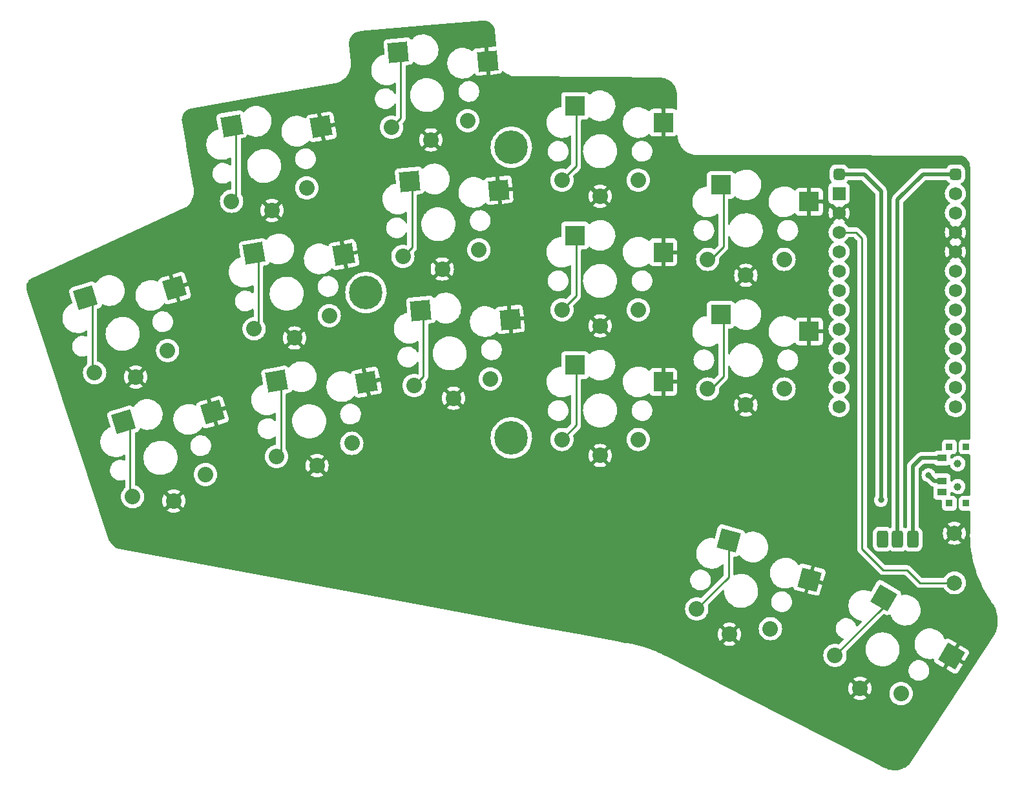
<source format=gbl>
%TF.GenerationSoftware,KiCad,Pcbnew,(6.0.4-0)*%
%TF.CreationDate,2022-04-29T17:53:29+02:00*%
%TF.ProjectId,battamini,62617474-616d-4696-9e69-2e6b69636164,v1.0.0*%
%TF.SameCoordinates,Original*%
%TF.FileFunction,Copper,L2,Bot*%
%TF.FilePolarity,Positive*%
%FSLAX46Y46*%
G04 Gerber Fmt 4.6, Leading zero omitted, Abs format (unit mm)*
G04 Created by KiCad (PCBNEW (6.0.4-0)) date 2022-04-29 17:53:29*
%MOMM*%
%LPD*%
G01*
G04 APERTURE LIST*
G04 Aperture macros list*
%AMRoundRect*
0 Rectangle with rounded corners*
0 $1 Rounding radius*
0 $2 $3 $4 $5 $6 $7 $8 $9 X,Y pos of 4 corners*
0 Add a 4 corners polygon primitive as box body*
4,1,4,$2,$3,$4,$5,$6,$7,$8,$9,$2,$3,0*
0 Add four circle primitives for the rounded corners*
1,1,$1+$1,$2,$3*
1,1,$1+$1,$4,$5*
1,1,$1+$1,$6,$7*
1,1,$1+$1,$8,$9*
0 Add four rect primitives between the rounded corners*
20,1,$1+$1,$2,$3,$4,$5,0*
20,1,$1+$1,$4,$5,$6,$7,0*
20,1,$1+$1,$6,$7,$8,$9,0*
20,1,$1+$1,$8,$9,$2,$3,0*%
%AMRotRect*
0 Rectangle, with rotation*
0 The origin of the aperture is its center*
0 $1 length*
0 $2 width*
0 $3 Rotation angle, in degrees counterclockwise*
0 Add horizontal line*
21,1,$1,$2,0,0,$3*%
G04 Aperture macros list end*
%TA.AperFunction,ComponentPad*%
%ADD10C,4.400000*%
%TD*%
%TA.AperFunction,ComponentPad*%
%ADD11RoundRect,0.375000X-0.375000X-0.750000X0.375000X-0.750000X0.375000X0.750000X-0.375000X0.750000X0*%
%TD*%
%TA.AperFunction,ComponentPad*%
%ADD12C,2.000000*%
%TD*%
%TA.AperFunction,SMDPad,CuDef*%
%ADD13RotRect,2.600000X2.600000X10.000000*%
%TD*%
%TA.AperFunction,ComponentPad*%
%ADD14C,2.032000*%
%TD*%
%TA.AperFunction,SMDPad,CuDef*%
%ADD15RotRect,2.600000X2.600000X5.000000*%
%TD*%
%TA.AperFunction,SMDPad,CuDef*%
%ADD16R,2.600000X2.600000*%
%TD*%
%TA.AperFunction,SMDPad,CuDef*%
%ADD17RotRect,2.600000X2.600000X330.000000*%
%TD*%
%TA.AperFunction,SMDPad,CuDef*%
%ADD18R,0.900000X0.900000*%
%TD*%
%TA.AperFunction,WasherPad*%
%ADD19C,1.000000*%
%TD*%
%TA.AperFunction,SMDPad,CuDef*%
%ADD20R,1.250000X0.900000*%
%TD*%
%TA.AperFunction,SMDPad,CuDef*%
%ADD21RotRect,2.600000X2.600000X17.000000*%
%TD*%
%TA.AperFunction,SMDPad,CuDef*%
%ADD22RotRect,2.600000X2.600000X345.000000*%
%TD*%
%TA.AperFunction,ComponentPad*%
%ADD23R,1.752600X1.752600*%
%TD*%
%TA.AperFunction,ComponentPad*%
%ADD24C,1.752600*%
%TD*%
%TA.AperFunction,ComponentPad*%
%ADD25RoundRect,0.375000X-0.375000X-0.375000X0.375000X-0.375000X0.375000X0.375000X-0.375000X0.375000X0*%
%TD*%
%TA.AperFunction,ViaPad*%
%ADD26C,0.800000*%
%TD*%
%TA.AperFunction,Conductor*%
%ADD27C,0.250000*%
%TD*%
%TA.AperFunction,Conductor*%
%ADD28C,0.500000*%
%TD*%
G04 APERTURE END LIST*
D10*
%TO.P,REF\u002A\u002A,1*%
%TO.N,N/C*%
X84733251Y88139120D03*
X103783251Y107189120D03*
X103783251Y69089120D03*
%TD*%
D11*
%TO.P,PAD1,1*%
%TO.N,Braw*%
X152411087Y55816483D03*
X156411087Y55816483D03*
%TO.P,PAD1,2*%
%TO.N,Bminus*%
X154411087Y55816483D03*
%TD*%
D12*
%TO.P,B1,1*%
%TO.N,RST*%
X161850000Y50090000D03*
%TO.P,B1,2*%
%TO.N,GND*%
X161850000Y56590000D03*
%TD*%
D13*
%TO.P,S11,1*%
%TO.N,P0*%
X67128658Y110035975D03*
%TO.P,S11,2*%
%TO.N,GND*%
X78885213Y109875035D03*
%TD*%
D14*
%TO.P,S34,1*%
%TO.N,P8*%
X146198518Y40569316D03*
X154858772Y35569316D03*
%TO.P,S34,2*%
%TO.N,GND*%
X149478645Y36250663D03*
X149478645Y36250663D03*
%TD*%
D15*
%TO.P,S15,1*%
%TO.N,P18*%
X90440529Y102756090D03*
%TO.P,S15,2*%
%TO.N,GND*%
X102138320Y101571111D03*
%TD*%
D16*
%TO.P,S21,1*%
%TO.N,P16*%
X112136087Y95636017D03*
%TO.P,S21,2*%
%TO.N,GND*%
X123686087Y93436017D03*
%TD*%
D14*
%TO.P,S8,1*%
%TO.N,P3*%
X73026972Y66651093D03*
X82875050Y68387574D03*
%TO.P,S8,2*%
%TO.N,GND*%
X78315672Y65451237D03*
X78315672Y65451237D03*
%TD*%
%TO.P,S14,1*%
%TO.N,P1*%
X91053509Y75957538D03*
X101015456Y76829096D03*
%TO.P,S14,2*%
%TO.N,GND*%
X96217510Y74301308D03*
X96217510Y74301308D03*
%TD*%
%TO.P,S20,1*%
%TO.N,P14*%
X120411087Y68886017D03*
X110411087Y68886017D03*
%TO.P,S20,2*%
%TO.N,GND*%
X115411087Y66786017D03*
X115411087Y66786017D03*
%TD*%
%TO.P,S28,1*%
%TO.N,P20*%
X129517334Y75510985D03*
X139517334Y75510985D03*
%TO.P,S28,2*%
%TO.N,GND*%
X134517334Y73410985D03*
X134517334Y73410985D03*
%TD*%
D16*
%TO.P,S29,1*%
%TO.N,P21*%
X131242334Y102260985D03*
%TO.P,S29,2*%
%TO.N,GND*%
X142792334Y100060985D03*
%TD*%
D17*
%TO.P,S33,1*%
%TO.N,P8*%
X152567412Y48150564D03*
%TO.P,S33,2*%
%TO.N,GND*%
X161470005Y40470308D03*
%TD*%
D13*
%TO.P,S7,1*%
%TO.N,P3*%
X73032696Y76552511D03*
%TO.P,S7,2*%
%TO.N,GND*%
X84789251Y76391571D03*
%TD*%
D18*
%TO.P,T2,*%
%TO.N,*%
X163387367Y60512667D03*
X163387367Y67912667D03*
X161187367Y60512667D03*
X161187367Y67912667D03*
D19*
X162287367Y65712667D03*
X162287367Y62712667D03*
D20*
%TO.P,T2,1*%
%TO.N,Braw*%
X160212367Y66462667D03*
%TO.P,T2,2*%
%TO.N,Bplus*%
X160212367Y63462667D03*
%TO.P,T2,3*%
%TO.N,N/C*%
X160212367Y61962667D03*
%TD*%
D21*
%TO.P,S5,1*%
%TO.N,P4*%
X47970749Y87462459D03*
%TO.P,S5,2*%
%TO.N,GND*%
X59659287Y88735482D03*
%TD*%
D16*
%TO.P,S27,1*%
%TO.N,P20*%
X131242334Y85260985D03*
%TO.P,S27,2*%
%TO.N,GND*%
X142792334Y83060985D03*
%TD*%
D13*
%TO.P,S9,1*%
%TO.N,P2*%
X70080677Y93294243D03*
%TO.P,S9,2*%
%TO.N,GND*%
X81837232Y93133303D03*
%TD*%
D14*
%TO.P,S16,1*%
%TO.N,P18*%
X99533808Y93764406D03*
X89571861Y92892848D03*
%TO.P,S16,2*%
%TO.N,GND*%
X94735862Y91236618D03*
X94735862Y91236618D03*
%TD*%
%TO.P,S30,1*%
%TO.N,P21*%
X139517334Y92510985D03*
X129517334Y92510985D03*
%TO.P,S30,2*%
%TO.N,GND*%
X134517334Y90410985D03*
X134517334Y90410985D03*
%TD*%
D15*
%TO.P,S13,1*%
%TO.N,P1*%
X91922177Y85820780D03*
%TO.P,S13,2*%
%TO.N,GND*%
X103619968Y84635801D03*
%TD*%
D14*
%TO.P,S24,1*%
%TO.N,P10*%
X110411087Y102886017D03*
X120411087Y102886017D03*
%TO.P,S24,2*%
%TO.N,GND*%
X115411087Y100786017D03*
X115411087Y100786017D03*
%TD*%
D15*
%TO.P,S17,1*%
%TO.N,P15*%
X88958882Y119691400D03*
%TO.P,S17,2*%
%TO.N,GND*%
X100656673Y118506421D03*
%TD*%
D14*
%TO.P,S4,1*%
%TO.N,P5*%
X54142067Y61376965D03*
X63705114Y64300682D03*
%TO.P,S4,2*%
%TO.N,GND*%
X59537571Y60830584D03*
X59537571Y60830584D03*
%TD*%
%TO.P,S10,1*%
%TO.N,P2*%
X70074953Y83392825D03*
X79923031Y85129306D03*
%TO.P,S10,2*%
%TO.N,GND*%
X75363653Y82192969D03*
X75363653Y82192969D03*
%TD*%
%TO.P,S22,1*%
%TO.N,P16*%
X110411087Y85886017D03*
X120411087Y85886017D03*
%TO.P,S22,2*%
%TO.N,GND*%
X115411087Y83786017D03*
X115411087Y83786017D03*
%TD*%
D22*
%TO.P,S31,1*%
%TO.N,P7*%
X132267612Y55633629D03*
%TO.P,S31,2*%
%TO.N,GND*%
X142854654Y50519232D03*
%TD*%
D23*
%TO.P,MCU1,1*%
%TO.N,RAW*%
X146737213Y101142542D03*
D24*
%TO.P,MCU1,2*%
%TO.N,GND*%
X146737213Y98602542D03*
%TO.P,MCU1,3*%
%TO.N,RST*%
X146737213Y96062542D03*
%TO.P,MCU1,4*%
%TO.N,VCC*%
X146737213Y93522542D03*
%TO.P,MCU1,5*%
%TO.N,P21*%
X146737213Y90982542D03*
%TO.P,MCU1,6*%
%TO.N,P20*%
X146737213Y88442542D03*
%TO.P,MCU1,7*%
%TO.N,P19*%
X146737213Y85902542D03*
%TO.P,MCU1,8*%
%TO.N,P18*%
X146737213Y83362542D03*
%TO.P,MCU1,9*%
%TO.N,P15*%
X146737213Y80822542D03*
%TO.P,MCU1,10*%
%TO.N,P14*%
X146737213Y78282542D03*
%TO.P,MCU1,11*%
%TO.N,P16*%
X146737213Y75742542D03*
%TO.P,MCU1,12*%
%TO.N,P10*%
X146737213Y73202542D03*
%TO.P,MCU1,13*%
%TO.N,P1*%
X161977213Y101142542D03*
%TO.P,MCU1,14*%
%TO.N,P0*%
X161977213Y98602542D03*
%TO.P,MCU1,15*%
%TO.N,GND*%
X161977213Y96062542D03*
%TO.P,MCU1,16*%
X161977213Y93522542D03*
%TO.P,MCU1,17*%
%TO.N,P2*%
X161977213Y90982542D03*
%TO.P,MCU1,18*%
%TO.N,P3*%
X161977213Y88442542D03*
%TO.P,MCU1,19*%
%TO.N,P4*%
X161977213Y85902542D03*
%TO.P,MCU1,20*%
%TO.N,P5*%
X161977213Y83362542D03*
%TO.P,MCU1,21*%
%TO.N,P6*%
X161977213Y80822542D03*
%TO.P,MCU1,22*%
%TO.N,P7*%
X161977213Y78282542D03*
%TO.P,MCU1,23*%
%TO.N,P8*%
X161977213Y75742542D03*
%TO.P,MCU1,24*%
%TO.N,P9*%
X161977213Y73202542D03*
D25*
%TO.P,MCU1,25*%
%TO.N,Bplus*%
X146737213Y103682542D03*
%TO.N,Bminus*%
X161977213Y103682542D03*
%TD*%
D21*
%TO.P,S3,1*%
%TO.N,P5*%
X52941068Y71205278D03*
%TO.P,S3,2*%
%TO.N,GND*%
X64629606Y72478301D03*
%TD*%
D14*
%TO.P,S32,1*%
%TO.N,P7*%
X137737163Y44074125D03*
X128077904Y46662315D03*
%TO.P,S32,2*%
%TO.N,GND*%
X132364014Y43339776D03*
X132364014Y43339776D03*
%TD*%
%TO.P,S12,1*%
%TO.N,P0*%
X76971012Y101871038D03*
X67122934Y100134557D03*
%TO.P,S12,2*%
%TO.N,GND*%
X72411634Y98934701D03*
X72411634Y98934701D03*
%TD*%
D16*
%TO.P,S23,1*%
%TO.N,P10*%
X112136087Y112636017D03*
%TO.P,S23,2*%
%TO.N,GND*%
X123686087Y110436017D03*
%TD*%
D14*
%TO.P,S6,1*%
%TO.N,P4*%
X49171748Y77634146D03*
X58734795Y80557863D03*
%TO.P,S6,2*%
%TO.N,GND*%
X54567252Y77087765D03*
X54567252Y77087765D03*
%TD*%
D16*
%TO.P,S19,1*%
%TO.N,P14*%
X112136087Y78636017D03*
%TO.P,S19,2*%
%TO.N,GND*%
X123686087Y76436017D03*
%TD*%
D14*
%TO.P,S18,1*%
%TO.N,P15*%
X88090214Y109828158D03*
X98052161Y110699716D03*
%TO.P,S18,2*%
%TO.N,GND*%
X93254215Y108171928D03*
X93254215Y108171928D03*
%TD*%
D26*
%TO.N,Bplus*%
X158448480Y64212667D03*
X152222200Y60960000D03*
%TD*%
D27*
%TO.N,P5*%
X52626273Y71927415D02*
X53827272Y70726416D01*
X53827272Y70726416D02*
X53827272Y62099102D01*
%TO.N,P4*%
X47655954Y88184596D02*
X48856953Y86983597D01*
X48856953Y86983597D02*
X48856953Y78356283D01*
%TO.N,P3*%
X73590450Y67214571D02*
X73026972Y66651093D01*
X73032696Y76552511D02*
X73590450Y75994757D01*
X73590450Y75994757D02*
X73590450Y67214571D01*
%TO.N,P2*%
X70638431Y83956303D02*
X70074953Y83392825D01*
X70638431Y92736489D02*
X70638431Y83956303D01*
X70080677Y93294243D02*
X70638431Y92736489D01*
%TO.N,P0*%
X67686412Y100698035D02*
X67122934Y100134557D01*
X67128658Y110035975D02*
X67686412Y109478221D01*
X67686412Y109478221D02*
X67686412Y100698035D01*
%TO.N,P1*%
X92270004Y77174033D02*
X91053509Y75957538D01*
X91922177Y85820780D02*
X92270004Y85472953D01*
X92270004Y85472953D02*
X92270004Y77174033D01*
%TO.N,P18*%
X90788356Y94109343D02*
X89571861Y92892848D01*
X90440529Y102756090D02*
X90788356Y102408263D01*
X90788356Y102408263D02*
X90788356Y94109343D01*
%TO.N,P15*%
X89306709Y111044653D02*
X88090214Y109828158D01*
X89306709Y119343573D02*
X89306709Y111044653D01*
X88958882Y119691400D02*
X89306709Y119343573D01*
%TO.N,P14*%
X112285608Y79029475D02*
X112285608Y70760538D01*
X112285608Y70760538D02*
X110411087Y68886017D01*
%TO.N,P16*%
X112285608Y96029475D02*
X112285608Y87760538D01*
X112285608Y87760538D02*
X110411087Y85886017D01*
%TO.N,P10*%
X112285608Y104760538D02*
X110411087Y102886017D01*
X112285608Y113029475D02*
X112285608Y104760538D01*
%TO.N,P20*%
X131572000Y77134241D02*
X129377759Y74940000D01*
X131572000Y84220759D02*
X131572000Y77134241D01*
X131102759Y84690000D02*
X131572000Y84220759D01*
%TO.N,P21*%
X131572000Y101220759D02*
X131572000Y94134241D01*
X129948744Y92510985D02*
X129517334Y92510985D01*
X131572000Y94134241D02*
X129948744Y92510985D01*
X131102759Y101690000D02*
X131572000Y101220759D01*
%TO.N,P7*%
X132267612Y55633629D02*
X132267612Y50852023D01*
X132267612Y50852023D02*
X128077904Y46662315D01*
%TO.N,P8*%
X152567412Y46938210D02*
X146198518Y40569316D01*
X152567412Y48150564D02*
X152567412Y46938210D01*
%TO.N,RST*%
X161850000Y50090000D02*
X157314658Y50090000D01*
X149724507Y95263089D02*
X148925054Y96062542D01*
X155643295Y51761363D02*
X152535932Y51761363D01*
X152535932Y51761363D02*
X149724507Y54572788D01*
X149724507Y54572788D02*
X149724507Y95263089D01*
X148925054Y96062542D02*
X146737213Y96062542D01*
X157314658Y50090000D02*
X155643295Y51761363D01*
D28*
%TO.N,Bplus*%
X152222200Y101475273D02*
X150014931Y103682542D01*
X150014931Y103682542D02*
X146737213Y103682542D01*
X152222200Y60960000D02*
X152222200Y101475273D01*
X159198480Y63462667D02*
X160212367Y63462667D01*
X158448480Y64212667D02*
X159198480Y63462667D01*
%TO.N,Bminus*%
X157722438Y103682542D02*
X161977213Y103682542D01*
X154411087Y100371191D02*
X157722438Y103682542D01*
X154411087Y55816483D02*
X154411087Y100371191D01*
%TO.N,Braw*%
X156411087Y65364588D02*
X156411087Y55816483D01*
X157509166Y66462667D02*
X156411087Y65364588D01*
X160212367Y66462667D02*
X157509166Y66462667D01*
%TD*%
%TA.AperFunction,Conductor*%
%TO.N,GND*%
G36*
X100238520Y123814579D02*
G01*
X100431736Y123789922D01*
X100449359Y123786380D01*
X100637100Y123734476D01*
X100654041Y123728462D01*
X100718715Y123700159D01*
X100832489Y123650368D01*
X100848397Y123642006D01*
X101013917Y123539306D01*
X101028471Y123528767D01*
X101177687Y123403563D01*
X101190594Y123391060D01*
X101320478Y123245888D01*
X101331477Y123231670D01*
X101367354Y123177747D01*
X101439372Y123069501D01*
X101448236Y123053863D01*
X101459807Y123029556D01*
X101531955Y122877988D01*
X101538504Y122861246D01*
X101596340Y122675249D01*
X101600440Y122657745D01*
X101626064Y122497613D01*
X101626917Y122478990D01*
X101627498Y122471258D01*
X101626896Y122462305D01*
X101628830Y122453546D01*
X101628830Y122453545D01*
X101634823Y122426404D01*
X101637123Y122412152D01*
X101813953Y120695508D01*
X101828705Y120552294D01*
X101815788Y120482482D01*
X101767179Y120430736D01*
X101714350Y120413862D01*
X100770177Y120331257D01*
X100755384Y120325470D01*
X100754304Y120323979D01*
X100753310Y120316184D01*
X100887569Y118781592D01*
X101065705Y116745487D01*
X101071492Y116730694D01*
X101072983Y116729614D01*
X101080778Y116728620D01*
X102153814Y116822499D01*
X102160555Y116823459D01*
X102210751Y116833396D01*
X102225634Y116838340D01*
X102341690Y116893821D01*
X102356473Y116903680D01*
X102451498Y116988790D01*
X102462916Y117002398D01*
X102530230Y117110755D01*
X102537375Y117127031D01*
X102545097Y117154782D01*
X102582628Y117215047D01*
X102646784Y117245454D01*
X102717194Y117236349D01*
X102751611Y117213899D01*
X102833379Y117138970D01*
X102920524Y117059113D01*
X102923435Y117057001D01*
X103149561Y116892935D01*
X103149569Y116892930D01*
X103152477Y116890820D01*
X103402086Y116750035D01*
X103405385Y116748643D01*
X103405394Y116748638D01*
X103662787Y116639989D01*
X103662792Y116639987D01*
X103666102Y116638590D01*
X103941092Y116557933D01*
X103944641Y116557319D01*
X103944643Y116557319D01*
X104219929Y116509728D01*
X104219935Y116509727D01*
X104223477Y116509115D01*
X104321192Y116503533D01*
X104474877Y116494753D01*
X104488591Y116493213D01*
X104497033Y116491792D01*
X104503365Y116491715D01*
X104504720Y116491698D01*
X104504724Y116491698D01*
X104509585Y116491639D01*
X104514397Y116492328D01*
X104514411Y116492329D01*
X104534441Y116495198D01*
X104553401Y116496466D01*
X115753326Y116398649D01*
X123372386Y116332106D01*
X123387550Y116330372D01*
X123395813Y116329736D01*
X123404571Y116327786D01*
X123413522Y116328372D01*
X123413526Y116328372D01*
X123421215Y116328876D01*
X123445614Y116328105D01*
X123633756Y116303768D01*
X123683413Y116297345D01*
X123699240Y116294257D01*
X123797581Y116268443D01*
X123955965Y116226868D01*
X123956936Y116226613D01*
X123972238Y116221530D01*
X124219191Y116121527D01*
X124233719Y116114531D01*
X124256865Y116101498D01*
X124465888Y115983803D01*
X124479396Y115975012D01*
X124691191Y115817029D01*
X124692953Y115815715D01*
X124705235Y115805267D01*
X124896707Y115619992D01*
X124907554Y115608060D01*
X125073790Y115399857D01*
X125083024Y115386638D01*
X125221316Y115158897D01*
X125228786Y115144607D01*
X125336854Y114901083D01*
X125342438Y114885956D01*
X125418520Y114630625D01*
X125422127Y114614910D01*
X125436093Y114529211D01*
X125464100Y114357348D01*
X125464982Y114351935D01*
X125466550Y114335891D01*
X125468017Y114292098D01*
X125474333Y114103449D01*
X125472498Y114079268D01*
X125472392Y114076789D01*
X125470741Y114067967D01*
X125471633Y114059032D01*
X125475503Y114020248D01*
X125476102Y114010194D01*
X125510801Y112231981D01*
X125492132Y112163483D01*
X125439393Y112115952D01*
X125369330Y112104479D01*
X125309260Y112128697D01*
X125239735Y112180803D01*
X125224141Y112189341D01*
X125103693Y112234495D01*
X125088438Y112238122D01*
X125037573Y112243648D01*
X125030759Y112244017D01*
X123958202Y112244017D01*
X123942963Y112239542D01*
X123941758Y112238152D01*
X123940087Y112230469D01*
X123940087Y108646133D01*
X123944562Y108630894D01*
X123945952Y108629689D01*
X123953635Y108628018D01*
X125030756Y108628018D01*
X125037577Y108628388D01*
X125088439Y108633912D01*
X125103691Y108637538D01*
X125224141Y108682693D01*
X125239736Y108691231D01*
X125341811Y108767732D01*
X125359501Y108785422D01*
X125421813Y108819448D01*
X125492628Y108814383D01*
X125549464Y108771836D01*
X125574582Y108698214D01*
X125574713Y108689468D01*
X125575533Y108684669D01*
X125575586Y108684099D01*
X125576791Y108674682D01*
X125591786Y108499695D01*
X125601392Y108387599D01*
X125662248Y108090777D01*
X125757260Y107803062D01*
X125885137Y107528372D01*
X126044137Y107270445D01*
X126046416Y107267564D01*
X126046417Y107267562D01*
X126211850Y107058392D01*
X126232096Y107032793D01*
X126336814Y106928181D01*
X126370604Y106894425D01*
X126446455Y106818650D01*
X126449334Y106816377D01*
X126449336Y106816376D01*
X126681419Y106633203D01*
X126681424Y106633199D01*
X126684297Y106630932D01*
X126942384Y106472193D01*
X127025595Y106433558D01*
X127213865Y106346144D01*
X127213869Y106346142D01*
X127217204Y106344594D01*
X127220688Y106343447D01*
X127220694Y106343445D01*
X127501528Y106251019D01*
X127501533Y106251018D01*
X127505014Y106249872D01*
X127508610Y106249139D01*
X127508612Y106249138D01*
X127798303Y106190050D01*
X127798307Y106190049D01*
X127801898Y106189317D01*
X128071627Y106166478D01*
X128085128Y106164594D01*
X128091249Y106163399D01*
X128096114Y106163212D01*
X128096118Y106163212D01*
X128098004Y106163140D01*
X128103793Y106162918D01*
X128139402Y106167072D01*
X128154169Y106167921D01*
X139794304Y106151953D01*
X162372179Y106120981D01*
X162387163Y106120066D01*
X162413289Y106116900D01*
X162413292Y106116900D01*
X162422205Y106115820D01*
X162431063Y106117285D01*
X162431069Y106117285D01*
X162436942Y106118256D01*
X162462558Y106119842D01*
X162574277Y106115350D01*
X162629882Y106113114D01*
X162648399Y106110989D01*
X162837408Y106074972D01*
X162855403Y106070140D01*
X163037020Y106006627D01*
X163054112Y105999189D01*
X163106083Y105971833D01*
X163224362Y105909574D01*
X163240173Y105899693D01*
X163395338Y105785933D01*
X163409517Y105773827D01*
X163451142Y105732588D01*
X163546197Y105638414D01*
X163558429Y105624355D01*
X163673630Y105470255D01*
X163683649Y105454551D01*
X163774855Y105285126D01*
X163782449Y105268112D01*
X163847653Y105087087D01*
X163852652Y105069138D01*
X163890351Y104880862D01*
X163890427Y104880483D01*
X163892724Y104861986D01*
X163899736Y104720473D01*
X163900668Y104701658D01*
X163899567Y104684689D01*
X163899632Y104684687D01*
X163899302Y104675716D01*
X163897704Y104666884D01*
X163898649Y104657958D01*
X163901886Y104627383D01*
X163902586Y104614117D01*
X163902587Y86746027D01*
X163902587Y68997167D01*
X163882585Y68929046D01*
X163828929Y68882553D01*
X163776587Y68871167D01*
X162889233Y68871167D01*
X162827051Y68864412D01*
X162690662Y68813282D01*
X162574106Y68725928D01*
X162486752Y68609372D01*
X162435622Y68472983D01*
X162428867Y68410801D01*
X162428867Y67414533D01*
X162435622Y67352351D01*
X162486752Y67215962D01*
X162574106Y67099406D01*
X162690662Y67012052D01*
X162827051Y66960922D01*
X162889233Y66954167D01*
X163776587Y66954167D01*
X163844708Y66934165D01*
X163891201Y66880509D01*
X163902587Y66828167D01*
X163902587Y61597167D01*
X163882585Y61529046D01*
X163828929Y61482553D01*
X163776587Y61471167D01*
X162889233Y61471167D01*
X162827051Y61464412D01*
X162690662Y61413282D01*
X162574106Y61325928D01*
X162486752Y61209372D01*
X162435622Y61072983D01*
X162428867Y61010801D01*
X162428867Y60014533D01*
X162435622Y59952351D01*
X162486752Y59815962D01*
X162574106Y59699406D01*
X162690662Y59612052D01*
X162827051Y59560922D01*
X162889233Y59554167D01*
X163776587Y59554167D01*
X163844708Y59534165D01*
X163891201Y59480509D01*
X163902587Y59428167D01*
X163902587Y56538278D01*
X163900841Y56517373D01*
X163897511Y56497580D01*
X163897358Y56485028D01*
X163898047Y56480214D01*
X163898364Y56475353D01*
X163898211Y56475343D01*
X163898713Y56469300D01*
X163915393Y55757918D01*
X163915495Y55756471D01*
X163966399Y55033875D01*
X163966401Y55033853D01*
X163966503Y55032406D01*
X163966676Y55030938D01*
X163966677Y55030926D01*
X164051390Y54311560D01*
X164051393Y54311538D01*
X164051564Y54310087D01*
X164170387Y53592549D01*
X164322712Y52881369D01*
X164508204Y52178110D01*
X164508649Y52176696D01*
X164508652Y52176685D01*
X164705452Y51551085D01*
X164726455Y51484319D01*
X164726968Y51482920D01*
X164726969Y51482918D01*
X164742667Y51440135D01*
X164976986Y50801520D01*
X165036659Y50659810D01*
X165258686Y50132540D01*
X165258696Y50132517D01*
X165259245Y50131214D01*
X165572612Y49474875D01*
X165916399Y48833946D01*
X165917162Y48832671D01*
X166285625Y48216894D01*
X166289849Y48209834D01*
X166290658Y48208615D01*
X166290664Y48208606D01*
X166645496Y47674170D01*
X166692142Y47603913D01*
X166693013Y47602727D01*
X166693015Y47602723D01*
X167083547Y47070458D01*
X167097854Y47045362D01*
X167218584Y46762357D01*
X167222309Y46752502D01*
X167339921Y46397100D01*
X167342810Y46386968D01*
X167430319Y46022985D01*
X167432352Y46012647D01*
X167489148Y45642610D01*
X167490309Y45632138D01*
X167515990Y45258670D01*
X167516273Y45248137D01*
X167510662Y44873818D01*
X167510064Y44863300D01*
X167473201Y44490757D01*
X167471726Y44480325D01*
X167460529Y44419579D01*
X167415354Y44174481D01*
X167403867Y44112162D01*
X167401527Y44101899D01*
X167303149Y43740698D01*
X167299961Y43730666D01*
X167197088Y43448454D01*
X167188529Y43424975D01*
X167175486Y43398990D01*
X161044685Y34058541D01*
X155972678Y26331195D01*
X155951576Y26306630D01*
X155774578Y26147521D01*
X155764152Y26139106D01*
X155646953Y26054399D01*
X155529747Y25969688D01*
X155518496Y25962436D01*
X155267434Y25818872D01*
X155255475Y25812853D01*
X154990579Y25696756D01*
X154978051Y25692043D01*
X154883333Y25662050D01*
X154702339Y25604737D01*
X154689369Y25601377D01*
X154620020Y25587299D01*
X154405941Y25543841D01*
X154392699Y25541879D01*
X154190630Y25522850D01*
X154104759Y25514764D01*
X154091371Y25514219D01*
X153918124Y25516385D01*
X153802195Y25517834D01*
X153788827Y25518713D01*
X153501651Y25553016D01*
X153488453Y25555311D01*
X153334288Y25590640D01*
X153206564Y25619910D01*
X153193681Y25623593D01*
X152920240Y25717763D01*
X152907821Y25722793D01*
X152678761Y25830087D01*
X152656391Y25843553D01*
X152655029Y25844579D01*
X152655027Y25844580D01*
X152647856Y25849983D01*
X152639458Y25853156D01*
X152639456Y25853157D01*
X152612359Y25863394D01*
X152599578Y25869051D01*
X150868739Y26753072D01*
X134709500Y35006357D01*
X148599169Y35006357D01*
X148604896Y34998707D01*
X148780404Y34891156D01*
X148789198Y34886675D01*
X149001674Y34798665D01*
X149011059Y34795616D01*
X149234689Y34741926D01*
X149244436Y34740383D01*
X149473715Y34722338D01*
X149483575Y34722338D01*
X149712854Y34740383D01*
X149722601Y34741926D01*
X149946231Y34795616D01*
X149955616Y34798665D01*
X150168092Y34886675D01*
X150176886Y34891156D01*
X150348728Y34996460D01*
X150358188Y35006916D01*
X150354404Y35015694D01*
X149491457Y35878641D01*
X149477513Y35886255D01*
X149475680Y35886124D01*
X149469065Y35881873D01*
X148605929Y35018737D01*
X148599169Y35006357D01*
X134709500Y35006357D01*
X132282906Y36245733D01*
X147950320Y36245733D01*
X147968365Y36016454D01*
X147969908Y36006707D01*
X148023598Y35783077D01*
X148026647Y35773692D01*
X148114657Y35561216D01*
X148119138Y35552422D01*
X148224442Y35380580D01*
X148234898Y35371120D01*
X148243676Y35374904D01*
X149106623Y36237851D01*
X149113001Y36249531D01*
X149843053Y36249531D01*
X149843184Y36247698D01*
X149847435Y36241083D01*
X150710571Y35377947D01*
X150722951Y35371187D01*
X150730601Y35376914D01*
X150838152Y35552422D01*
X150842633Y35561216D01*
X150845988Y35569316D01*
X153329558Y35569316D01*
X153348385Y35330094D01*
X153349539Y35325287D01*
X153349540Y35325281D01*
X153384815Y35178353D01*
X153404403Y35096763D01*
X153406296Y35092192D01*
X153406297Y35092190D01*
X153445950Y34996460D01*
X153496232Y34875067D01*
X153621612Y34670467D01*
X153777454Y34487998D01*
X153959923Y34332156D01*
X154164523Y34206776D01*
X154169093Y34204883D01*
X154169095Y34204882D01*
X154381646Y34116841D01*
X154386219Y34114947D01*
X154467809Y34095359D01*
X154614737Y34060084D01*
X154614743Y34060083D01*
X154619550Y34058929D01*
X154858772Y34040102D01*
X155097994Y34058929D01*
X155102801Y34060083D01*
X155102807Y34060084D01*
X155249735Y34095359D01*
X155331325Y34114947D01*
X155335898Y34116841D01*
X155548449Y34204882D01*
X155548451Y34204883D01*
X155553021Y34206776D01*
X155757621Y34332156D01*
X155940090Y34487998D01*
X156095932Y34670467D01*
X156221312Y34875067D01*
X156271595Y34996460D01*
X156311247Y35092190D01*
X156311248Y35092192D01*
X156313141Y35096763D01*
X156332729Y35178353D01*
X156368004Y35325281D01*
X156368005Y35325287D01*
X156369159Y35330094D01*
X156387986Y35569316D01*
X156369159Y35808538D01*
X156368005Y35813345D01*
X156368004Y35813351D01*
X156321583Y36006707D01*
X156313141Y36041869D01*
X156231963Y36237851D01*
X156223206Y36258993D01*
X156223205Y36258995D01*
X156221312Y36263565D01*
X156095932Y36468165D01*
X155940090Y36650634D01*
X155757621Y36806476D01*
X155553021Y36931856D01*
X155548451Y36933749D01*
X155548449Y36933750D01*
X155335898Y37021791D01*
X155335896Y37021792D01*
X155331325Y37023685D01*
X155249735Y37043273D01*
X155102807Y37078548D01*
X155102801Y37078549D01*
X155097994Y37079703D01*
X154858772Y37098530D01*
X154619550Y37079703D01*
X154614743Y37078549D01*
X154614737Y37078548D01*
X154467809Y37043273D01*
X154386219Y37023685D01*
X154381648Y37021792D01*
X154381646Y37021791D01*
X154169095Y36933750D01*
X154169093Y36933749D01*
X154164523Y36931856D01*
X153959923Y36806476D01*
X153777454Y36650634D01*
X153621612Y36468165D01*
X153496232Y36263565D01*
X153494339Y36258995D01*
X153494338Y36258993D01*
X153485581Y36237851D01*
X153404403Y36041869D01*
X153395961Y36006707D01*
X153349540Y35813351D01*
X153349539Y35813345D01*
X153348385Y35808538D01*
X153329558Y35569316D01*
X150845988Y35569316D01*
X150930643Y35773692D01*
X150933692Y35783077D01*
X150987382Y36006707D01*
X150988925Y36016454D01*
X151006970Y36245733D01*
X151006970Y36255593D01*
X150988925Y36484872D01*
X150987382Y36494619D01*
X150933692Y36718249D01*
X150930643Y36727634D01*
X150842633Y36940110D01*
X150838152Y36948904D01*
X150732848Y37120746D01*
X150722392Y37130206D01*
X150713614Y37126422D01*
X149850667Y36263475D01*
X149843053Y36249531D01*
X149113001Y36249531D01*
X149114237Y36251795D01*
X149114106Y36253628D01*
X149109855Y36260243D01*
X148246719Y37123379D01*
X148234339Y37130139D01*
X148226689Y37124412D01*
X148119138Y36948904D01*
X148114657Y36940110D01*
X148026647Y36727634D01*
X148023598Y36718249D01*
X147969908Y36494619D01*
X147968365Y36484872D01*
X147950320Y36255593D01*
X147950320Y36245733D01*
X132282906Y36245733D01*
X129838101Y37494410D01*
X148599102Y37494410D01*
X148602886Y37485632D01*
X149465833Y36622685D01*
X149479777Y36615071D01*
X149481610Y36615202D01*
X149488225Y36619453D01*
X150351361Y37482589D01*
X150358121Y37494969D01*
X150352394Y37502619D01*
X150176886Y37610170D01*
X150168092Y37614651D01*
X149955616Y37702661D01*
X149946231Y37705710D01*
X149722601Y37759400D01*
X149712854Y37760943D01*
X149483575Y37778988D01*
X149473715Y37778988D01*
X149244436Y37760943D01*
X149234689Y37759400D01*
X149011059Y37705710D01*
X149001674Y37702661D01*
X148789198Y37614651D01*
X148780404Y37610170D01*
X148608562Y37504866D01*
X148599102Y37494410D01*
X129838101Y37494410D01*
X127527621Y38674481D01*
X155828985Y38674481D01*
X155837639Y38443945D01*
X155885013Y38218163D01*
X155886971Y38213204D01*
X155886972Y38213202D01*
X155898956Y38182858D01*
X155969752Y38003591D01*
X156089432Y37806364D01*
X156092929Y37802334D01*
X156179553Y37702509D01*
X156240632Y37632121D01*
X156244763Y37628734D01*
X156414900Y37489229D01*
X156414906Y37489225D01*
X156419028Y37485845D01*
X156619520Y37371719D01*
X156624536Y37369898D01*
X156624541Y37369896D01*
X156831360Y37294824D01*
X156831364Y37294823D01*
X156836375Y37293004D01*
X156841624Y37292055D01*
X156841627Y37292054D01*
X157059308Y37252691D01*
X157059315Y37252690D01*
X157063392Y37251953D01*
X157081129Y37251117D01*
X157086077Y37250883D01*
X157086084Y37250883D01*
X157087565Y37250813D01*
X157249710Y37250813D01*
X157316666Y37256494D01*
X157416347Y37264952D01*
X157416351Y37264953D01*
X157421658Y37265403D01*
X157426813Y37266741D01*
X157426819Y37266742D01*
X157639788Y37322018D01*
X157639792Y37322019D01*
X157644957Y37323360D01*
X157649823Y37325552D01*
X157649826Y37325553D01*
X157850434Y37415920D01*
X157855300Y37418112D01*
X157859720Y37421088D01*
X157859724Y37421090D01*
X157984159Y37504866D01*
X158046670Y37546951D01*
X158213597Y37706191D01*
X158351306Y37891279D01*
X158406090Y37999030D01*
X158453443Y38092167D01*
X158453443Y38092168D01*
X158455862Y38096925D01*
X158495128Y38223382D01*
X158522690Y38312143D01*
X158522691Y38312149D01*
X158524274Y38317246D01*
X158554585Y38545945D01*
X158545931Y38776481D01*
X158545657Y38777789D01*
X160791289Y38777789D01*
X160791892Y38776049D01*
X160797708Y38770762D01*
X161730527Y38232198D01*
X161736610Y38229112D01*
X161783422Y38208465D01*
X161798450Y38203977D01*
X161925336Y38182858D01*
X161943108Y38182455D01*
X162069761Y38197669D01*
X162086923Y38202268D01*
X162204209Y38252416D01*
X162219402Y38261654D01*
X162318726Y38343383D01*
X162329500Y38354787D01*
X162359713Y38396068D01*
X162363444Y38401792D01*
X162899720Y39330649D01*
X162903465Y39346084D01*
X162902862Y39347824D01*
X162897046Y39353111D01*
X161578664Y40114280D01*
X161563229Y40118025D01*
X161561489Y40117422D01*
X161556202Y40111606D01*
X160795034Y38793224D01*
X160791289Y38777789D01*
X158545657Y38777789D01*
X158498557Y39002263D01*
X158476179Y39058929D01*
X158450678Y39123501D01*
X158413818Y39216835D01*
X158306902Y39393028D01*
X158296907Y39409499D01*
X158296906Y39409500D01*
X158294138Y39414062D01*
X158207213Y39514235D01*
X158146438Y39584272D01*
X158146436Y39584274D01*
X158142938Y39588305D01*
X158047330Y39666699D01*
X157968670Y39731197D01*
X157968664Y39731201D01*
X157964542Y39734581D01*
X157764050Y39848707D01*
X157759034Y39850528D01*
X157759029Y39850530D01*
X157552210Y39925602D01*
X157552206Y39925603D01*
X157547195Y39927422D01*
X157541946Y39928371D01*
X157541943Y39928372D01*
X157324262Y39967735D01*
X157324255Y39967736D01*
X157320178Y39968473D01*
X157302441Y39969309D01*
X157297493Y39969543D01*
X157297486Y39969543D01*
X157296005Y39969613D01*
X157133860Y39969613D01*
X157066904Y39963932D01*
X156967223Y39955474D01*
X156967219Y39955473D01*
X156961912Y39955023D01*
X156956757Y39953685D01*
X156956751Y39953684D01*
X156743782Y39898408D01*
X156743778Y39898407D01*
X156738613Y39897066D01*
X156733747Y39894874D01*
X156733744Y39894873D01*
X156641655Y39853390D01*
X156528270Y39802314D01*
X156523850Y39799338D01*
X156523846Y39799336D01*
X156512344Y39791592D01*
X156336900Y39673475D01*
X156169973Y39514235D01*
X156166785Y39509950D01*
X156050094Y39353111D01*
X156032264Y39329147D01*
X156029849Y39324397D01*
X155934680Y39137213D01*
X155927708Y39123501D01*
X155901964Y39040593D01*
X155860880Y38908283D01*
X155860879Y38908277D01*
X155859296Y38903180D01*
X155828985Y38674481D01*
X127527621Y38674481D01*
X124031267Y40460234D01*
X124011375Y40472870D01*
X124000765Y40481097D01*
X123989779Y40487171D01*
X123985206Y40488844D01*
X123985203Y40488845D01*
X123984600Y40489066D01*
X123970632Y40495156D01*
X123825239Y40569316D01*
X144669304Y40569316D01*
X144688131Y40330094D01*
X144689285Y40325287D01*
X144689286Y40325281D01*
X144701772Y40273274D01*
X144744149Y40096763D01*
X144746042Y40092192D01*
X144746043Y40092190D01*
X144802673Y39955474D01*
X144835978Y39875067D01*
X144961358Y39670467D01*
X145117200Y39487998D01*
X145120962Y39484785D01*
X145275134Y39353111D01*
X145299669Y39332156D01*
X145504269Y39206776D01*
X145508839Y39204883D01*
X145508841Y39204882D01*
X145721392Y39116841D01*
X145725965Y39114947D01*
X145807555Y39095359D01*
X145954483Y39060084D01*
X145954489Y39060083D01*
X145959296Y39058929D01*
X146198518Y39040102D01*
X146437740Y39058929D01*
X146442547Y39060083D01*
X146442553Y39060084D01*
X146589481Y39095359D01*
X146671071Y39114947D01*
X146675644Y39116841D01*
X146888195Y39204882D01*
X146888197Y39204883D01*
X146892767Y39206776D01*
X147097367Y39332156D01*
X147121903Y39353111D01*
X147276074Y39484785D01*
X147279836Y39487998D01*
X147435678Y39670467D01*
X147561058Y39875067D01*
X147594364Y39955474D01*
X147650993Y40092190D01*
X147650994Y40092192D01*
X147652887Y40096763D01*
X147695264Y40273274D01*
X147707750Y40325281D01*
X147707751Y40325287D01*
X147708905Y40330094D01*
X147727732Y40569316D01*
X147708905Y40808538D01*
X147707751Y40813345D01*
X147707750Y40813351D01*
X147652887Y41041869D01*
X147655110Y41042403D01*
X147653331Y41103894D01*
X147686108Y41161002D01*
X147838660Y41313554D01*
X150201159Y41313554D01*
X150201522Y41309406D01*
X150201522Y41309402D01*
X150222461Y41070064D01*
X150226897Y41019364D01*
X150227807Y41015292D01*
X150227808Y41015287D01*
X150290032Y40736913D01*
X150291317Y40731163D01*
X150393289Y40454014D01*
X150531019Y40192786D01*
X150533439Y40189381D01*
X150699664Y39955478D01*
X150699667Y39955474D01*
X150702088Y39952068D01*
X150704932Y39949018D01*
X150704937Y39949012D01*
X150851171Y39792195D01*
X150903491Y39736089D01*
X151131690Y39548645D01*
X151382674Y39393028D01*
X151652035Y39271972D01*
X151935040Y39187605D01*
X151939160Y39186952D01*
X151939162Y39186952D01*
X152223237Y39141958D01*
X152223243Y39141957D01*
X152226718Y39141407D01*
X152251277Y39140292D01*
X152317662Y39137277D01*
X152317683Y39137277D01*
X152319082Y39137213D01*
X152503546Y39137213D01*
X152723309Y39151810D01*
X152727408Y39152636D01*
X152727412Y39152637D01*
X152900835Y39187605D01*
X153012796Y39210180D01*
X153292020Y39306325D01*
X153461734Y39391311D01*
X153552340Y39436683D01*
X153552342Y39436684D01*
X153556076Y39438554D01*
X153800323Y39604545D01*
X153807334Y39610813D01*
X153950860Y39739141D01*
X154020472Y39801381D01*
X154058770Y39846064D01*
X154209934Y40022429D01*
X154209937Y40022433D01*
X154212654Y40025603D01*
X154214928Y40029105D01*
X154214932Y40029110D01*
X154371215Y40269764D01*
X154371218Y40269769D01*
X154373494Y40273274D01*
X154500164Y40540041D01*
X154505451Y40556506D01*
X154589160Y40817230D01*
X154589160Y40817231D01*
X154590440Y40821217D01*
X154619356Y40981926D01*
X154641996Y41107754D01*
X154641997Y41107759D01*
X154642735Y41111863D01*
X154644967Y41161002D01*
X154655942Y41402702D01*
X154655942Y41402707D01*
X154656131Y41406872D01*
X154649241Y41485632D01*
X154630757Y41696901D01*
X154630393Y41701062D01*
X154607550Y41803258D01*
X154566885Y41985185D01*
X154566883Y41985192D01*
X154565973Y41989263D01*
X154496503Y42178075D01*
X156621594Y42178075D01*
X156621747Y42173687D01*
X156621747Y42173681D01*
X156631194Y41903165D01*
X156631397Y41897350D01*
X156632159Y41893027D01*
X156632160Y41893020D01*
X156633622Y41884729D01*
X156680174Y41620721D01*
X156766975Y41353573D01*
X156768903Y41349620D01*
X156768905Y41349615D01*
X156796621Y41292790D01*
X156890112Y41101106D01*
X156892567Y41097467D01*
X156892570Y41097461D01*
X156947997Y41015287D01*
X157047187Y40868232D01*
X157050132Y40864961D01*
X157050133Y40864960D01*
X157093109Y40817230D01*
X157235143Y40659486D01*
X157450322Y40478929D01*
X157688536Y40330077D01*
X157945147Y40215826D01*
X158215162Y40138401D01*
X158219512Y40137790D01*
X158219515Y40137789D01*
X158322462Y40123321D01*
X158493324Y40099308D01*
X158703918Y40099308D01*
X158706104Y40099461D01*
X158706108Y40099461D01*
X158909599Y40113690D01*
X158909604Y40113691D01*
X158913984Y40113997D01*
X159030338Y40138729D01*
X159101128Y40133327D01*
X159157760Y40090510D01*
X159182254Y40023873D01*
X159182502Y40012621D01*
X159182152Y39997205D01*
X159197366Y39870552D01*
X159201965Y39853390D01*
X159252113Y39736104D01*
X159261351Y39720911D01*
X159343080Y39621587D01*
X159354484Y39610813D01*
X159395765Y39580600D01*
X159401489Y39576869D01*
X160330346Y39040593D01*
X160345781Y39036848D01*
X160347521Y39037451D01*
X160352808Y39043267D01*
X161174002Y40465615D01*
X161230535Y40563533D01*
X161822288Y40563533D01*
X161822891Y40561793D01*
X161828707Y40556506D01*
X163147089Y39795337D01*
X163162524Y39791592D01*
X163164264Y39792195D01*
X163169551Y39798011D01*
X163708115Y40730830D01*
X163711201Y40736913D01*
X163731848Y40783725D01*
X163736336Y40798753D01*
X163757455Y40925639D01*
X163757858Y40943411D01*
X163742644Y41070064D01*
X163738045Y41087226D01*
X163687897Y41204512D01*
X163678659Y41219705D01*
X163596930Y41319029D01*
X163585526Y41329803D01*
X163544245Y41360016D01*
X163538521Y41363747D01*
X162609664Y41900023D01*
X162594229Y41903768D01*
X162592489Y41903165D01*
X162587202Y41897350D01*
X161826033Y40578968D01*
X161822288Y40563533D01*
X161230535Y40563533D01*
X162144976Y42147392D01*
X162148721Y42162827D01*
X162148118Y42164567D01*
X162142302Y42169854D01*
X161209483Y42708418D01*
X161203400Y42711504D01*
X161156588Y42732151D01*
X161141560Y42736639D01*
X161014674Y42757758D01*
X160996902Y42758161D01*
X160870249Y42742947D01*
X160853087Y42738348D01*
X160735797Y42688198D01*
X160722619Y42680186D01*
X160654021Y42661887D01*
X160586420Y42683580D01*
X160541278Y42738377D01*
X160537327Y42748912D01*
X160533759Y42759895D01*
X160500569Y42862043D01*
X160496739Y42869897D01*
X160416836Y43033720D01*
X160377432Y43114510D01*
X160374977Y43118149D01*
X160374974Y43118155D01*
X160263283Y43283743D01*
X160220357Y43347384D01*
X160194904Y43375653D01*
X160054462Y43531629D01*
X160032401Y43556130D01*
X160000291Y43583074D01*
X159820592Y43733859D01*
X159817222Y43736687D01*
X159579008Y43885539D01*
X159322397Y43999790D01*
X159052382Y44077215D01*
X159048032Y44077826D01*
X159048029Y44077827D01*
X158945082Y44092295D01*
X158774220Y44116308D01*
X158563626Y44116308D01*
X158561440Y44116155D01*
X158561436Y44116155D01*
X158357945Y44101926D01*
X158357940Y44101925D01*
X158353560Y44101619D01*
X158078802Y44043217D01*
X158074673Y44041714D01*
X158074669Y44041713D01*
X157818991Y43948654D01*
X157818987Y43948652D01*
X157814846Y43947145D01*
X157566830Y43815272D01*
X157563271Y43812686D01*
X157563269Y43812685D01*
X157413930Y43704184D01*
X157339580Y43650166D01*
X157336416Y43647110D01*
X157336413Y43647108D01*
X157260692Y43573985D01*
X157137520Y43455039D01*
X156964584Y43233690D01*
X156962388Y43229886D01*
X156962383Y43229879D01*
X156849131Y43033720D01*
X156824136Y42990427D01*
X156718910Y42729984D01*
X156717845Y42725711D01*
X156717844Y42725709D01*
X156652597Y42464017D01*
X156650955Y42457432D01*
X156650496Y42453064D01*
X156650495Y42453059D01*
X156630878Y42266412D01*
X156621594Y42178075D01*
X154496503Y42178075D01*
X154464001Y42266412D01*
X154439285Y42313291D01*
X154380745Y42424321D01*
X154326271Y42527640D01*
X154230867Y42661887D01*
X154157626Y42764948D01*
X154157621Y42764954D01*
X154155202Y42768358D01*
X154152358Y42771408D01*
X154152353Y42771414D01*
X153956645Y42981285D01*
X153953799Y42984337D01*
X153725600Y43171781D01*
X153474616Y43327398D01*
X153468391Y43330196D01*
X153367244Y43375653D01*
X153205255Y43448454D01*
X152922250Y43532821D01*
X152918130Y43533474D01*
X152918128Y43533474D01*
X152634053Y43578468D01*
X152634047Y43578469D01*
X152630572Y43579019D01*
X152606013Y43580134D01*
X152539628Y43583149D01*
X152539607Y43583149D01*
X152538208Y43583213D01*
X152353744Y43583213D01*
X152133981Y43568616D01*
X152129882Y43567790D01*
X152129878Y43567789D01*
X151987284Y43539037D01*
X151844494Y43510246D01*
X151565270Y43414101D01*
X151561542Y43412234D01*
X151350124Y43306364D01*
X151301214Y43281872D01*
X151056967Y43115881D01*
X151053853Y43113097D01*
X151053852Y43113096D01*
X151045431Y43105567D01*
X150836818Y42919045D01*
X150834101Y42915875D01*
X150834100Y42915874D01*
X150659003Y42711585D01*
X150644636Y42694823D01*
X150642362Y42691321D01*
X150642358Y42691316D01*
X150490472Y42457432D01*
X150483796Y42447152D01*
X150357126Y42180385D01*
X150355847Y42176402D01*
X150355846Y42176399D01*
X150291437Y41975788D01*
X150266850Y41899209D01*
X150264793Y41887778D01*
X150216743Y41620721D01*
X150214555Y41608563D01*
X150214366Y41604396D01*
X150214365Y41604389D01*
X150201348Y41317724D01*
X150201159Y41313554D01*
X147838660Y41313554D01*
X152511715Y45986609D01*
X152574027Y46020635D01*
X152644842Y46015570D01*
X152663805Y46006635D01*
X152830680Y45910290D01*
X152887909Y45885049D01*
X152895698Y45883753D01*
X152895700Y45883752D01*
X153022732Y45862608D01*
X153022735Y45862608D01*
X153031590Y45861134D01*
X153176208Y45878507D01*
X153310137Y45935771D01*
X153315773Y45940409D01*
X153383558Y45958490D01*
X153451159Y45936796D01*
X153496300Y45881998D01*
X153500250Y45871465D01*
X153502364Y45864960D01*
X153536848Y45758829D01*
X153659985Y45506362D01*
X153662440Y45502723D01*
X153662443Y45502717D01*
X153716506Y45422566D01*
X153817060Y45273488D01*
X154005016Y45064742D01*
X154220195Y44884185D01*
X154458409Y44735333D01*
X154715020Y44621082D01*
X154985035Y44543657D01*
X154989385Y44543046D01*
X154989388Y44543045D01*
X155092335Y44528577D01*
X155263197Y44504564D01*
X155473791Y44504564D01*
X155475977Y44504717D01*
X155475981Y44504717D01*
X155679472Y44518946D01*
X155679477Y44518947D01*
X155683857Y44519253D01*
X155958615Y44577655D01*
X155962744Y44579158D01*
X155962748Y44579159D01*
X156218426Y44672218D01*
X156218430Y44672220D01*
X156222571Y44673727D01*
X156470587Y44805600D01*
X156557224Y44868545D01*
X156694274Y44968117D01*
X156694277Y44968120D01*
X156697837Y44970706D01*
X156704088Y44976742D01*
X156866002Y45133101D01*
X156899897Y45165833D01*
X157072833Y45387182D01*
X157075029Y45390986D01*
X157075034Y45390993D01*
X157211080Y45626633D01*
X157213281Y45630445D01*
X157318507Y45890888D01*
X157319573Y45895163D01*
X157385398Y46159171D01*
X157385399Y46159176D01*
X157386462Y46163440D01*
X157389229Y46189762D01*
X157415364Y46438428D01*
X157415364Y46438431D01*
X157415823Y46442797D01*
X157414237Y46488225D01*
X157406174Y46719125D01*
X157406173Y46719131D01*
X157406020Y46723522D01*
X157399173Y46762357D01*
X157365696Y46952213D01*
X157357243Y47000151D01*
X157270442Y47267299D01*
X157263896Y47280722D01*
X157166746Y47479906D01*
X157147305Y47519766D01*
X157144850Y47523405D01*
X157144847Y47523411D01*
X157044037Y47672868D01*
X156990230Y47752640D01*
X156969044Y47776170D01*
X156845568Y47913303D01*
X156802274Y47961386D01*
X156587095Y48141943D01*
X156348881Y48290795D01*
X156092270Y48405046D01*
X155930013Y48451572D01*
X155826482Y48481259D01*
X155826481Y48481259D01*
X155822255Y48482471D01*
X155817905Y48483082D01*
X155817902Y48483083D01*
X155699365Y48499742D01*
X155544093Y48521564D01*
X155333499Y48521564D01*
X155331313Y48521411D01*
X155331309Y48521411D01*
X155127818Y48507182D01*
X155127813Y48507181D01*
X155123433Y48506875D01*
X155119137Y48505962D01*
X155119124Y48505960D01*
X155007589Y48482252D01*
X154936799Y48487653D01*
X154880166Y48530469D01*
X154855672Y48597107D01*
X154855466Y48606472D01*
X154856842Y48614742D01*
X154839469Y48759360D01*
X154814679Y48817338D01*
X154785735Y48885034D01*
X154785734Y48885036D01*
X154782205Y48893289D01*
X154689654Y49005763D01*
X154674543Y49016823D01*
X154641941Y49040683D01*
X154639180Y49042704D01*
X152304144Y50390838D01*
X152246915Y50416079D01*
X152239126Y50417375D01*
X152239124Y50417376D01*
X152112092Y50438520D01*
X152112089Y50438520D01*
X152103234Y50439994D01*
X151958616Y50422621D01*
X151943316Y50416079D01*
X151832942Y50368887D01*
X151832940Y50368886D01*
X151824687Y50365357D01*
X151712213Y50272806D01*
X151675272Y50222332D01*
X150967394Y48996251D01*
X150963325Y48989203D01*
X150911943Y48940210D01*
X150842229Y48926774D01*
X150802957Y48937096D01*
X150666158Y48998003D01*
X150666151Y48998006D01*
X150662143Y48999790D01*
X150392128Y49077215D01*
X150387778Y49077826D01*
X150387775Y49077827D01*
X150284828Y49092295D01*
X150113966Y49116308D01*
X149903372Y49116308D01*
X149901186Y49116155D01*
X149901182Y49116155D01*
X149697691Y49101926D01*
X149697686Y49101925D01*
X149693306Y49101619D01*
X149418548Y49043217D01*
X149414419Y49041714D01*
X149414415Y49041713D01*
X149158737Y48948654D01*
X149158733Y48948652D01*
X149154592Y48947145D01*
X148906576Y48815272D01*
X148903017Y48812686D01*
X148903015Y48812685D01*
X148718318Y48678495D01*
X148679326Y48650166D01*
X148676162Y48647110D01*
X148676159Y48647108D01*
X148624382Y48597107D01*
X148477266Y48455039D01*
X148304330Y48233690D01*
X148302134Y48229886D01*
X148302129Y48229879D01*
X148188312Y48032741D01*
X148163882Y47990427D01*
X148058656Y47729984D01*
X148057591Y47725711D01*
X148057590Y47725709D01*
X148002844Y47506133D01*
X147990701Y47457432D01*
X147990242Y47453064D01*
X147990241Y47453059D01*
X147961799Y47182444D01*
X147961340Y47178075D01*
X147961493Y47173687D01*
X147961493Y47173681D01*
X147970829Y46906350D01*
X147971143Y46897350D01*
X147971905Y46893027D01*
X147971906Y46893020D01*
X148001030Y46727852D01*
X148019920Y46620721D01*
X148106721Y46353573D01*
X148108649Y46349620D01*
X148108651Y46349615D01*
X148146623Y46271762D01*
X148229858Y46101106D01*
X148232313Y46097467D01*
X148232316Y46097461D01*
X148289524Y46012647D01*
X148386933Y45868232D01*
X148574889Y45659486D01*
X148790068Y45478929D01*
X149028282Y45330077D01*
X149284893Y45215826D01*
X149289121Y45214614D01*
X149289120Y45214614D01*
X149509087Y45151540D01*
X149554908Y45138401D01*
X149559263Y45137789D01*
X149559272Y45137787D01*
X149582407Y45134535D01*
X149647081Y45105246D01*
X149685653Y45045641D01*
X149685876Y44974645D01*
X149653964Y44920667D01*
X149181837Y44448540D01*
X149119525Y44414514D01*
X149048710Y44419579D01*
X148991874Y44462126D01*
X148972734Y44500084D01*
X148972277Y44502263D01*
X148965568Y44519253D01*
X148903745Y44675797D01*
X148887538Y44716835D01*
X148767858Y44914062D01*
X148764361Y44918092D01*
X148620158Y45084272D01*
X148620156Y45084274D01*
X148616658Y45088305D01*
X148574523Y45122853D01*
X148442390Y45231197D01*
X148442384Y45231201D01*
X148438262Y45234581D01*
X148237770Y45348707D01*
X148232754Y45350528D01*
X148232749Y45350530D01*
X148025930Y45425602D01*
X148025926Y45425603D01*
X148020915Y45427422D01*
X148015666Y45428371D01*
X148015663Y45428372D01*
X147797982Y45467735D01*
X147797975Y45467736D01*
X147793898Y45468473D01*
X147776161Y45469309D01*
X147771213Y45469543D01*
X147771206Y45469543D01*
X147769725Y45469613D01*
X147607580Y45469613D01*
X147540624Y45463932D01*
X147440943Y45455474D01*
X147440939Y45455473D01*
X147435632Y45455023D01*
X147430477Y45453685D01*
X147430471Y45453684D01*
X147217502Y45398408D01*
X147217498Y45398407D01*
X147212333Y45397066D01*
X147207467Y45394874D01*
X147207464Y45394873D01*
X147063622Y45330077D01*
X147001990Y45302314D01*
X146997570Y45299338D01*
X146997566Y45299336D01*
X146905305Y45237221D01*
X146810620Y45173475D01*
X146643693Y45014235D01*
X146614237Y44974645D01*
X146520393Y44848513D01*
X146505984Y44829147D01*
X146503569Y44824397D01*
X146448882Y44716835D01*
X146401428Y44623501D01*
X146369341Y44520166D01*
X146334600Y44408283D01*
X146334599Y44408277D01*
X146333016Y44403180D01*
X146332315Y44397888D01*
X146307880Y44213525D01*
X146302705Y44174481D01*
X146311359Y43943945D01*
X146358733Y43718163D01*
X146360691Y43713204D01*
X146360692Y43713202D01*
X146384564Y43652755D01*
X146443472Y43503591D01*
X146476930Y43448454D01*
X146551728Y43325191D01*
X146563152Y43306364D01*
X146566649Y43302334D01*
X146682236Y43169132D01*
X146714352Y43132121D01*
X146731385Y43118155D01*
X146888620Y42989229D01*
X146888626Y42989225D01*
X146892748Y42985845D01*
X147093240Y42871719D01*
X147282633Y42802972D01*
X147339840Y42760928D01*
X147365236Y42694629D01*
X147350756Y42625125D01*
X147328736Y42595439D01*
X146790203Y42056906D01*
X146727891Y42022880D01*
X146671560Y42025721D01*
X146671071Y42023685D01*
X146442553Y42078548D01*
X146442547Y42078549D01*
X146437740Y42079703D01*
X146198518Y42098530D01*
X145959296Y42079703D01*
X145954489Y42078549D01*
X145954483Y42078548D01*
X145807555Y42043273D01*
X145725965Y42023685D01*
X145721394Y42021792D01*
X145721392Y42021791D01*
X145508841Y41933750D01*
X145508839Y41933749D01*
X145504269Y41931856D01*
X145299669Y41806476D01*
X145295902Y41803259D01*
X145295901Y41803258D01*
X145243126Y41758184D01*
X145117200Y41650634D01*
X144961358Y41468165D01*
X144835978Y41263565D01*
X144834085Y41258995D01*
X144834084Y41258993D01*
X144755327Y41068855D01*
X144744149Y41041869D01*
X144742994Y41037057D01*
X144689286Y40813351D01*
X144689285Y40813345D01*
X144688131Y40808538D01*
X144669304Y40569316D01*
X123825239Y40569316D01*
X123378584Y40797140D01*
X123378569Y40797147D01*
X123377401Y40797743D01*
X123059114Y40943411D01*
X122754308Y41082910D01*
X122754283Y41082921D01*
X122753083Y41083470D01*
X122405099Y41225189D01*
X122118456Y41341927D01*
X122118435Y41341935D01*
X122117200Y41342438D01*
X121470896Y41574181D01*
X120815338Y41778280D01*
X120814068Y41778617D01*
X120814061Y41778619D01*
X120622318Y41829496D01*
X120151707Y41954368D01*
X120150445Y41954646D01*
X120150429Y41954650D01*
X119588198Y42078548D01*
X119511408Y42095470D01*
X131484538Y42095470D01*
X131490265Y42087820D01*
X131665773Y41980269D01*
X131674567Y41975788D01*
X131887043Y41887778D01*
X131896428Y41884729D01*
X132120058Y41831039D01*
X132129805Y41829496D01*
X132359084Y41811451D01*
X132368944Y41811451D01*
X132598223Y41829496D01*
X132607970Y41831039D01*
X132831600Y41884729D01*
X132840985Y41887778D01*
X133053461Y41975788D01*
X133062255Y41980269D01*
X133234097Y42085573D01*
X133243557Y42096029D01*
X133239773Y42104807D01*
X132376826Y42967754D01*
X132362882Y42975368D01*
X132361049Y42975237D01*
X132354434Y42970986D01*
X131491298Y42107850D01*
X131484538Y42095470D01*
X119511408Y42095470D01*
X119481200Y42102127D01*
X119479939Y42102349D01*
X119479915Y42102354D01*
X119015679Y42184167D01*
X118805025Y42221291D01*
X118157410Y42307263D01*
X118146518Y42309525D01*
X118146489Y42309380D01*
X118141718Y42310348D01*
X118137034Y42311682D01*
X118132198Y42312280D01*
X118132197Y42312280D01*
X118129408Y42312625D01*
X118129404Y42312625D01*
X118124576Y42313222D01*
X118119710Y42313069D01*
X118114846Y42313291D01*
X118114854Y42313468D01*
X118093048Y42315126D01*
X112594060Y43334846D01*
X130835689Y43334846D01*
X130853734Y43105567D01*
X130855277Y43095820D01*
X130908967Y42872190D01*
X130912016Y42862805D01*
X131000026Y42650329D01*
X131004507Y42641535D01*
X131109811Y42469693D01*
X131120267Y42460233D01*
X131129045Y42464017D01*
X131991992Y43326964D01*
X131998370Y43338644D01*
X132728422Y43338644D01*
X132728553Y43336811D01*
X132732804Y43330196D01*
X133595940Y42467060D01*
X133608320Y42460300D01*
X133615970Y42466027D01*
X133723521Y42641535D01*
X133728002Y42650329D01*
X133816012Y42862805D01*
X133819061Y42872190D01*
X133872751Y43095820D01*
X133874294Y43105567D01*
X133892339Y43334846D01*
X133892339Y43344706D01*
X133874294Y43573985D01*
X133872751Y43583732D01*
X133819061Y43807362D01*
X133816012Y43816747D01*
X133728002Y44029223D01*
X133723521Y44038017D01*
X133701394Y44074125D01*
X136207949Y44074125D01*
X136226776Y43834903D01*
X136227930Y43830096D01*
X136227931Y43830090D01*
X136258159Y43704184D01*
X136282794Y43601572D01*
X136284687Y43597001D01*
X136284688Y43596999D01*
X136366707Y43398988D01*
X136374623Y43379876D01*
X136500003Y43175276D01*
X136503220Y43171509D01*
X136503221Y43171508D01*
X136550731Y43115881D01*
X136655845Y42992807D01*
X136838314Y42836965D01*
X137042914Y42711585D01*
X137047484Y42709692D01*
X137047486Y42709691D01*
X137251648Y42625125D01*
X137264610Y42619756D01*
X137346200Y42600168D01*
X137493128Y42564893D01*
X137493134Y42564892D01*
X137497941Y42563738D01*
X137737163Y42544911D01*
X137976385Y42563738D01*
X137981192Y42564892D01*
X137981198Y42564893D01*
X138128126Y42600168D01*
X138209716Y42619756D01*
X138222678Y42625125D01*
X138426840Y42709691D01*
X138426842Y42709692D01*
X138431412Y42711585D01*
X138636012Y42836965D01*
X138818481Y42992807D01*
X138923595Y43115881D01*
X138971105Y43171508D01*
X138971106Y43171509D01*
X138974323Y43175276D01*
X139099703Y43379876D01*
X139107620Y43398988D01*
X139189638Y43596999D01*
X139189639Y43597001D01*
X139191532Y43601572D01*
X139216167Y43704184D01*
X139246395Y43830090D01*
X139246396Y43830096D01*
X139247550Y43834903D01*
X139266377Y44074125D01*
X139247550Y44313347D01*
X139246396Y44318154D01*
X139246395Y44318160D01*
X139192687Y44541866D01*
X139191532Y44546678D01*
X139181167Y44571702D01*
X139101597Y44763802D01*
X139101596Y44763804D01*
X139099703Y44768374D01*
X138974323Y44972974D01*
X138818481Y45155443D01*
X138725822Y45234581D01*
X138639780Y45308067D01*
X138639779Y45308068D01*
X138636012Y45311285D01*
X138431412Y45436665D01*
X138426842Y45438558D01*
X138426840Y45438559D01*
X138214289Y45526600D01*
X138214287Y45526601D01*
X138209716Y45528494D01*
X138128126Y45548082D01*
X137981198Y45583357D01*
X137981192Y45583358D01*
X137976385Y45584512D01*
X137737163Y45603339D01*
X137497941Y45584512D01*
X137493134Y45583358D01*
X137493128Y45583357D01*
X137346200Y45548082D01*
X137264610Y45528494D01*
X137260039Y45526601D01*
X137260037Y45526600D01*
X137047486Y45438559D01*
X137047484Y45438558D01*
X137042914Y45436665D01*
X136838314Y45311285D01*
X136834547Y45308068D01*
X136834546Y45308067D01*
X136748504Y45234581D01*
X136655845Y45155443D01*
X136500003Y44972974D01*
X136374623Y44768374D01*
X136372730Y44763804D01*
X136372729Y44763802D01*
X136293159Y44571702D01*
X136282794Y44546678D01*
X136281639Y44541866D01*
X136227931Y44318160D01*
X136227930Y44318154D01*
X136226776Y44313347D01*
X136207949Y44074125D01*
X133701394Y44074125D01*
X133618217Y44209859D01*
X133607761Y44219319D01*
X133598983Y44215535D01*
X132736036Y43352588D01*
X132728422Y43338644D01*
X131998370Y43338644D01*
X131999606Y43340908D01*
X131999475Y43342741D01*
X131995224Y43349356D01*
X131132088Y44212492D01*
X131119708Y44219252D01*
X131112058Y44213525D01*
X131004507Y44038017D01*
X131000026Y44029223D01*
X130912016Y43816747D01*
X130908967Y43807362D01*
X130855277Y43583732D01*
X130853734Y43573985D01*
X130835689Y43344706D01*
X130835689Y43334846D01*
X112594060Y43334846D01*
X105860388Y44583523D01*
X131484471Y44583523D01*
X131488255Y44574745D01*
X132351202Y43711798D01*
X132365146Y43704184D01*
X132366979Y43704315D01*
X132373594Y43708566D01*
X133236730Y44571702D01*
X133243490Y44584082D01*
X133237763Y44591732D01*
X133062255Y44699283D01*
X133053461Y44703764D01*
X132840985Y44791774D01*
X132831600Y44794823D01*
X132607970Y44848513D01*
X132598223Y44850056D01*
X132368944Y44868101D01*
X132359084Y44868101D01*
X132129805Y44850056D01*
X132120058Y44848513D01*
X131896428Y44794823D01*
X131887043Y44791774D01*
X131674567Y44703764D01*
X131665773Y44699283D01*
X131493931Y44593979D01*
X131484471Y44583523D01*
X105860388Y44583523D01*
X94650200Y46662315D01*
X126548690Y46662315D01*
X126567517Y46423093D01*
X126568671Y46418286D01*
X126568672Y46418280D01*
X126603848Y46271762D01*
X126623535Y46189762D01*
X126625428Y46185191D01*
X126625429Y46185189D01*
X126691377Y46025977D01*
X126715364Y45968066D01*
X126840744Y45763466D01*
X126996586Y45580997D01*
X127000348Y45577784D01*
X127168609Y45434077D01*
X127179055Y45425155D01*
X127383655Y45299775D01*
X127388225Y45297882D01*
X127388227Y45297881D01*
X127600778Y45209840D01*
X127605351Y45207946D01*
X127686941Y45188358D01*
X127833869Y45153083D01*
X127833875Y45153082D01*
X127838682Y45151928D01*
X128077904Y45133101D01*
X128317126Y45151928D01*
X128321933Y45153082D01*
X128321939Y45153083D01*
X128468867Y45188358D01*
X128550457Y45207946D01*
X128555030Y45209840D01*
X128767581Y45297881D01*
X128767583Y45297882D01*
X128772153Y45299775D01*
X128976753Y45425155D01*
X128987200Y45434077D01*
X129155460Y45577784D01*
X129159222Y45580997D01*
X129315064Y45763466D01*
X129440444Y45968066D01*
X129464432Y46025977D01*
X129530379Y46185189D01*
X129530380Y46185191D01*
X129532273Y46189762D01*
X129551960Y46271762D01*
X129587136Y46418280D01*
X129587137Y46418286D01*
X129588291Y46423093D01*
X129607118Y46662315D01*
X129588291Y46901537D01*
X129587137Y46906344D01*
X129587136Y46906350D01*
X129532273Y47134868D01*
X129534496Y47135402D01*
X129532717Y47196893D01*
X129565494Y47254001D01*
X130599961Y48288468D01*
X131450985Y49139491D01*
X131513295Y49173516D01*
X131584110Y49168451D01*
X131640946Y49125904D01*
X131665757Y49059384D01*
X131665948Y49044681D01*
X131664393Y49010432D01*
X131663560Y48992079D01*
X131663923Y48987931D01*
X131663923Y48987927D01*
X131675664Y48853727D01*
X131689298Y48697889D01*
X131690208Y48693817D01*
X131690209Y48693812D01*
X131752402Y48415576D01*
X131753718Y48409688D01*
X131855690Y48132539D01*
X131993420Y47871311D01*
X131995840Y47867906D01*
X132162065Y47634003D01*
X132162070Y47633997D01*
X132164489Y47630593D01*
X132167333Y47627543D01*
X132167338Y47627537D01*
X132333859Y47448965D01*
X132365892Y47414614D01*
X132594091Y47227170D01*
X132845075Y47071553D01*
X132848892Y47069837D01*
X132848895Y47069836D01*
X132903352Y47045362D01*
X133114436Y46950497D01*
X133262525Y46906350D01*
X133310598Y46892019D01*
X133397441Y46866130D01*
X133401561Y46865477D01*
X133401563Y46865477D01*
X133685638Y46820483D01*
X133685644Y46820482D01*
X133689119Y46819932D01*
X133713678Y46818817D01*
X133780063Y46815802D01*
X133780084Y46815802D01*
X133781483Y46815738D01*
X133965947Y46815738D01*
X134185710Y46830335D01*
X134189809Y46831161D01*
X134189813Y46831162D01*
X134363236Y46866130D01*
X134475197Y46888705D01*
X134754421Y46984850D01*
X134925377Y47070458D01*
X135014741Y47115208D01*
X135014743Y47115209D01*
X135018477Y47117079D01*
X135262724Y47283070D01*
X135482873Y47479906D01*
X135517688Y47520525D01*
X135653947Y47679501D01*
X137840838Y47679501D01*
X137841038Y47674171D01*
X137841038Y47674170D01*
X137843675Y47603913D01*
X137849492Y47448965D01*
X137896866Y47223183D01*
X137981605Y47008611D01*
X138101285Y46811384D01*
X138104782Y46807354D01*
X138191406Y46707529D01*
X138252485Y46637141D01*
X138272511Y46620721D01*
X138426753Y46494249D01*
X138426759Y46494245D01*
X138430881Y46490865D01*
X138631373Y46376739D01*
X138636389Y46374918D01*
X138636394Y46374916D01*
X138843213Y46299844D01*
X138843217Y46299843D01*
X138848228Y46298024D01*
X138853477Y46297075D01*
X138853480Y46297074D01*
X139071161Y46257711D01*
X139071168Y46257710D01*
X139075245Y46256973D01*
X139092982Y46256137D01*
X139097930Y46255903D01*
X139097937Y46255903D01*
X139099418Y46255833D01*
X139261563Y46255833D01*
X139328519Y46261514D01*
X139428200Y46269972D01*
X139428204Y46269973D01*
X139433511Y46270423D01*
X139438666Y46271761D01*
X139438672Y46271762D01*
X139651641Y46327038D01*
X139651645Y46327039D01*
X139656810Y46328380D01*
X139661676Y46330572D01*
X139661679Y46330573D01*
X139862287Y46420940D01*
X139867153Y46423132D01*
X139871573Y46426108D01*
X139871577Y46426110D01*
X139972786Y46494249D01*
X140058523Y46551971D01*
X140225450Y46711211D01*
X140303268Y46815802D01*
X140359975Y46892019D01*
X140359977Y46892022D01*
X140363159Y46896299D01*
X140418084Y47004329D01*
X140465296Y47097187D01*
X140465296Y47097188D01*
X140467715Y47101945D01*
X140514930Y47254001D01*
X140534543Y47317163D01*
X140534544Y47317169D01*
X140536127Y47322266D01*
X140553626Y47454296D01*
X140565738Y47545680D01*
X140565738Y47545685D01*
X140566438Y47550965D01*
X140564405Y47605137D01*
X140559347Y47739871D01*
X140557784Y47781501D01*
X140510410Y48007283D01*
X140503471Y48024855D01*
X140460944Y48132539D01*
X140425671Y48221855D01*
X140313773Y48406258D01*
X140308760Y48414519D01*
X140308759Y48414520D01*
X140305991Y48419082D01*
X140230602Y48505960D01*
X140158291Y48589292D01*
X140158289Y48589294D01*
X140154791Y48593325D01*
X140085469Y48650166D01*
X139994697Y48724595D01*
X142636743Y48724595D01*
X142637121Y48708719D01*
X142638154Y48707193D01*
X142645139Y48703592D01*
X143685569Y48424810D01*
X143692229Y48423407D01*
X143742809Y48415576D01*
X143758472Y48415132D01*
X143886507Y48427574D01*
X143903779Y48431784D01*
X144022173Y48479258D01*
X144037563Y48488143D01*
X144137877Y48566941D01*
X144150158Y48579793D01*
X144224946Y48684448D01*
X144232398Y48698244D01*
X144250906Y48745960D01*
X144253018Y48752420D01*
X144530620Y49788445D01*
X144530242Y49804321D01*
X144529209Y49805847D01*
X144522224Y49809448D01*
X143051756Y50203459D01*
X143035880Y50203081D01*
X143034354Y50202048D01*
X143030753Y50195063D01*
X142636743Y48724595D01*
X139994697Y48724595D01*
X139980523Y48736217D01*
X139980517Y48736221D01*
X139976395Y48739601D01*
X139775903Y48853727D01*
X139770887Y48855548D01*
X139770882Y48855550D01*
X139564063Y48930622D01*
X139564059Y48930623D01*
X139559048Y48932442D01*
X139553799Y48933391D01*
X139553796Y48933392D01*
X139336115Y48972755D01*
X139336108Y48972756D01*
X139332031Y48973493D01*
X139314294Y48974329D01*
X139309346Y48974563D01*
X139309339Y48974563D01*
X139307858Y48974633D01*
X139145713Y48974633D01*
X139078757Y48968952D01*
X138979076Y48960494D01*
X138979072Y48960493D01*
X138973765Y48960043D01*
X138968610Y48958705D01*
X138968604Y48958704D01*
X138755635Y48903428D01*
X138755631Y48903427D01*
X138750466Y48902086D01*
X138745600Y48899894D01*
X138745597Y48899893D01*
X138619834Y48843241D01*
X138540123Y48807334D01*
X138535703Y48804358D01*
X138535699Y48804356D01*
X138468865Y48759360D01*
X138348753Y48678495D01*
X138181826Y48519255D01*
X138172615Y48506875D01*
X138104357Y48415132D01*
X138044117Y48334167D01*
X138020882Y48288468D01*
X137987015Y48221855D01*
X137939561Y48128521D01*
X137928072Y48091521D01*
X137872733Y47913303D01*
X137872732Y47913297D01*
X137871149Y47908200D01*
X137866260Y47871311D01*
X137844567Y47707635D01*
X137840838Y47679501D01*
X135653947Y47679501D01*
X135672335Y47700954D01*
X135672338Y47700958D01*
X135675055Y47704128D01*
X135677329Y47707630D01*
X135677333Y47707635D01*
X135833616Y47948289D01*
X135833619Y47948294D01*
X135835895Y47951799D01*
X135870585Y48024855D01*
X135915149Y48118708D01*
X135962565Y48218566D01*
X135965086Y48226416D01*
X136051561Y48495755D01*
X136051561Y48495756D01*
X136052841Y48499742D01*
X136079906Y48650166D01*
X136104397Y48786279D01*
X136104398Y48786284D01*
X136105136Y48790388D01*
X136105771Y48804356D01*
X136118343Y49081227D01*
X136118343Y49081232D01*
X136118532Y49085397D01*
X136116842Y49104721D01*
X136093158Y49375426D01*
X136092794Y49379587D01*
X136089124Y49396007D01*
X136029286Y49663710D01*
X136029284Y49663717D01*
X136028374Y49667788D01*
X135926402Y49944937D01*
X135788672Y50206165D01*
X135728556Y50290757D01*
X135620027Y50443473D01*
X135620022Y50443479D01*
X135617603Y50446883D01*
X135614759Y50449933D01*
X135614754Y50449939D01*
X135419046Y50659810D01*
X135416200Y50662862D01*
X135188001Y50850306D01*
X134937017Y51005923D01*
X134911834Y51017241D01*
X134860338Y51040384D01*
X134667656Y51126979D01*
X134485851Y51181177D01*
X134388650Y51210154D01*
X134388648Y51210154D01*
X134384651Y51211346D01*
X134380531Y51211999D01*
X134380529Y51211999D01*
X134096454Y51256993D01*
X134096448Y51256994D01*
X134092973Y51257544D01*
X134068414Y51258659D01*
X134002029Y51261674D01*
X134002008Y51261674D01*
X134000609Y51261738D01*
X133816145Y51261738D01*
X133596382Y51247141D01*
X133592283Y51246315D01*
X133592279Y51246314D01*
X133512561Y51230240D01*
X133306895Y51188771D01*
X133239878Y51165695D01*
X133068134Y51106559D01*
X132997212Y51103293D01*
X132935784Y51138889D01*
X132903351Y51202045D01*
X132901112Y51225694D01*
X132901112Y51437132D01*
X137679069Y51437132D01*
X137679222Y51432744D01*
X137679222Y51432738D01*
X137688655Y51162631D01*
X137688872Y51156407D01*
X137689634Y51152084D01*
X137689635Y51152077D01*
X137715406Y51005923D01*
X137737649Y50879778D01*
X137824450Y50612630D01*
X137826378Y50608677D01*
X137826380Y50608672D01*
X137866453Y50526511D01*
X137947587Y50360163D01*
X137950042Y50356524D01*
X137950045Y50356518D01*
X138023137Y50248155D01*
X138104662Y50127289D01*
X138107607Y50124018D01*
X138107608Y50124017D01*
X138160538Y50065232D01*
X138292618Y49918543D01*
X138507797Y49737986D01*
X138746011Y49589134D01*
X138855498Y49540387D01*
X138998274Y49476819D01*
X139002622Y49474883D01*
X139066732Y49456500D01*
X139267898Y49398817D01*
X139272637Y49397458D01*
X139276987Y49396847D01*
X139276990Y49396846D01*
X139370787Y49383664D01*
X139550799Y49358365D01*
X139761393Y49358365D01*
X139763579Y49358518D01*
X139763583Y49358518D01*
X139967074Y49372747D01*
X139967079Y49372748D01*
X139971459Y49373054D01*
X140246217Y49431456D01*
X140250346Y49432959D01*
X140250350Y49432960D01*
X140506028Y49526019D01*
X140506032Y49526021D01*
X140510173Y49527528D01*
X140528437Y49537239D01*
X140582155Y49565801D01*
X140651692Y49580121D01*
X140717933Y49554573D01*
X140759845Y49497269D01*
X140763722Y49484395D01*
X140767204Y49470111D01*
X140814680Y49351713D01*
X140823565Y49336323D01*
X140902363Y49236009D01*
X140915215Y49223728D01*
X141019870Y49148940D01*
X141033666Y49141488D01*
X141081382Y49122980D01*
X141087842Y49120868D01*
X142123867Y48843266D01*
X142139743Y48843644D01*
X142141269Y48844677D01*
X142144870Y48851662D01*
X142601973Y50557594D01*
X142644507Y50716334D01*
X143170427Y50716334D01*
X143170805Y50700458D01*
X143171838Y50698932D01*
X143178823Y50695331D01*
X144649291Y50301321D01*
X144665167Y50301699D01*
X144666693Y50302732D01*
X144670294Y50309717D01*
X144949076Y51350147D01*
X144950479Y51356807D01*
X144958310Y51407387D01*
X144958754Y51423050D01*
X144946312Y51551085D01*
X144942102Y51568357D01*
X144894628Y51686751D01*
X144885743Y51702141D01*
X144806945Y51802455D01*
X144794093Y51814736D01*
X144689438Y51889524D01*
X144675642Y51896976D01*
X144627926Y51915484D01*
X144621466Y51917596D01*
X143585441Y52195198D01*
X143569565Y52194820D01*
X143568039Y52193787D01*
X143564438Y52186802D01*
X143170427Y50716334D01*
X142644507Y50716334D01*
X143072565Y52313869D01*
X143072187Y52329745D01*
X143071154Y52331271D01*
X143064169Y52334872D01*
X142023739Y52613654D01*
X142017079Y52615057D01*
X141966499Y52622888D01*
X141950836Y52623332D01*
X141822801Y52610890D01*
X141805529Y52606680D01*
X141687135Y52559206D01*
X141671745Y52550321D01*
X141571431Y52471523D01*
X141560742Y52460337D01*
X141499219Y52424906D01*
X141428306Y52428362D01*
X141370519Y52469607D01*
X141365197Y52476916D01*
X141277832Y52606441D01*
X141089876Y52815187D01*
X140874697Y52995744D01*
X140636483Y53144596D01*
X140379872Y53258847D01*
X140109857Y53336272D01*
X140105507Y53336883D01*
X140105504Y53336884D01*
X140002557Y53351352D01*
X139831695Y53375365D01*
X139621101Y53375365D01*
X139618915Y53375212D01*
X139618911Y53375212D01*
X139415420Y53360983D01*
X139415415Y53360982D01*
X139411035Y53360676D01*
X139136277Y53302274D01*
X139132148Y53300771D01*
X139132144Y53300770D01*
X138876466Y53207711D01*
X138876462Y53207709D01*
X138872321Y53206202D01*
X138624305Y53074329D01*
X138620746Y53071743D01*
X138620744Y53071742D01*
X138446506Y52945151D01*
X138397055Y52909223D01*
X138393891Y52906167D01*
X138393888Y52906165D01*
X138369696Y52882803D01*
X138194995Y52714096D01*
X138073982Y52559206D01*
X138035535Y52509995D01*
X138022059Y52492747D01*
X138019863Y52488943D01*
X138019858Y52488936D01*
X137918784Y52313869D01*
X137881611Y52249484D01*
X137776385Y51989041D01*
X137775320Y51984768D01*
X137775319Y51984766D01*
X137723675Y51777632D01*
X137708430Y51716489D01*
X137707971Y51712121D01*
X137707970Y51712116D01*
X137679528Y51441501D01*
X137679069Y51437132D01*
X132901112Y51437132D01*
X132901112Y53427379D01*
X132921114Y53495500D01*
X132974770Y53541993D01*
X133045044Y53552097D01*
X133059723Y53549086D01*
X133084870Y53542348D01*
X133101735Y53537829D01*
X133163547Y53528260D01*
X133308522Y53542348D01*
X133318679Y53546421D01*
X133435386Y53593219D01*
X133435387Y53593220D01*
X133443715Y53596559D01*
X133558260Y53686534D01*
X133562530Y53692509D01*
X133623343Y53727527D01*
X133694255Y53724068D01*
X133752040Y53682820D01*
X133757359Y53675515D01*
X133822888Y53578365D01*
X133840606Y53552097D01*
X133844434Y53546421D01*
X133847379Y53543150D01*
X133847380Y53543149D01*
X133911181Y53472291D01*
X134032390Y53337675D01*
X134247569Y53157118D01*
X134485783Y53008266D01*
X134742394Y52894015D01*
X135012409Y52816590D01*
X135016759Y52815979D01*
X135016762Y52815978D01*
X135119709Y52801510D01*
X135290571Y52777497D01*
X135501165Y52777497D01*
X135503351Y52777650D01*
X135503355Y52777650D01*
X135706846Y52791879D01*
X135706851Y52791880D01*
X135711231Y52792186D01*
X135985989Y52850588D01*
X135990118Y52852091D01*
X135990122Y52852092D01*
X136245800Y52945151D01*
X136245804Y52945153D01*
X136249945Y52946660D01*
X136497961Y53078533D01*
X136501522Y53081120D01*
X136721648Y53241050D01*
X136721651Y53241053D01*
X136725211Y53243639D01*
X136740960Y53258847D01*
X136846724Y53360983D01*
X136927271Y53438766D01*
X137100207Y53660115D01*
X137102403Y53663919D01*
X137102408Y53663926D01*
X137238454Y53899566D01*
X137240655Y53903378D01*
X137345881Y54163821D01*
X137346947Y54168096D01*
X137412772Y54432104D01*
X137412773Y54432109D01*
X137413836Y54436373D01*
X137414580Y54443444D01*
X137442738Y54711361D01*
X137442738Y54711364D01*
X137443197Y54715730D01*
X137443044Y54720124D01*
X137433548Y54992058D01*
X137433547Y54992064D01*
X137433394Y54996455D01*
X137432385Y55002181D01*
X137385379Y55268761D01*
X137384617Y55273084D01*
X137297816Y55540232D01*
X137174679Y55792699D01*
X137172224Y55796338D01*
X137172221Y55796344D01*
X137059848Y55962943D01*
X137017604Y56025573D01*
X137014454Y56029072D01*
X136922134Y56131603D01*
X136829648Y56234319D01*
X136614469Y56414876D01*
X136376255Y56563728D01*
X136140451Y56668715D01*
X136123658Y56676192D01*
X136123656Y56676193D01*
X136119644Y56677979D01*
X135849629Y56755404D01*
X135845279Y56756015D01*
X135845276Y56756016D01*
X135742329Y56770484D01*
X135571467Y56794497D01*
X135360873Y56794497D01*
X135358687Y56794344D01*
X135358683Y56794344D01*
X135155192Y56780115D01*
X135155187Y56780114D01*
X135150807Y56779808D01*
X134876049Y56721406D01*
X134871920Y56719903D01*
X134871916Y56719902D01*
X134616238Y56626843D01*
X134616234Y56626841D01*
X134612093Y56625334D01*
X134540570Y56587305D01*
X134471034Y56572985D01*
X134404793Y56598533D01*
X134362881Y56655837D01*
X134359676Y56666479D01*
X134358893Y56674539D01*
X134355554Y56682866D01*
X134355553Y56682870D01*
X134308022Y56801403D01*
X134308021Y56801404D01*
X134304682Y56809732D01*
X134214707Y56924277D01*
X134096199Y57008964D01*
X134037884Y57031583D01*
X134034601Y57032463D01*
X134034597Y57032464D01*
X131436773Y57728549D01*
X131436774Y57728549D01*
X131433489Y57729429D01*
X131371677Y57738998D01*
X131226702Y57724910D01*
X131091509Y57670699D01*
X130976964Y57580724D01*
X130892277Y57462216D01*
X130869658Y57403901D01*
X130868778Y57400618D01*
X130868777Y57400614D01*
X130501273Y56029072D01*
X130464321Y55968449D01*
X130400461Y55937428D01*
X130362032Y55936909D01*
X130172436Y55963555D01*
X129961842Y55963555D01*
X129959656Y55963402D01*
X129959652Y55963402D01*
X129756161Y55949173D01*
X129756156Y55949172D01*
X129751776Y55948866D01*
X129477018Y55890464D01*
X129472889Y55888961D01*
X129472885Y55888960D01*
X129217207Y55795901D01*
X129217203Y55795899D01*
X129213062Y55794392D01*
X128965046Y55662519D01*
X128961487Y55659933D01*
X128961485Y55659932D01*
X128785601Y55532145D01*
X128737796Y55497413D01*
X128535736Y55302286D01*
X128487318Y55240313D01*
X128375440Y55097115D01*
X128362800Y55080937D01*
X128360604Y55077133D01*
X128360599Y55077126D01*
X128246782Y54879988D01*
X128222352Y54837674D01*
X128117126Y54577231D01*
X128116061Y54572958D01*
X128116060Y54572956D01*
X128050887Y54311560D01*
X128049171Y54304679D01*
X128048712Y54300311D01*
X128048711Y54300306D01*
X128032083Y54142094D01*
X128019810Y54025322D01*
X128019963Y54020934D01*
X128019963Y54020928D01*
X128026232Y53841421D01*
X128029613Y53744597D01*
X128030375Y53740274D01*
X128030376Y53740267D01*
X128039851Y53686534D01*
X128078390Y53467968D01*
X128165191Y53200820D01*
X128167119Y53196867D01*
X128167121Y53196862D01*
X128186506Y53157118D01*
X128288328Y52948353D01*
X128290783Y52944714D01*
X128290786Y52944708D01*
X128353257Y52852092D01*
X128445403Y52715479D01*
X128633359Y52506733D01*
X128848538Y52326176D01*
X129086752Y52177324D01*
X129343363Y52063073D01*
X129613378Y51985648D01*
X129617728Y51985037D01*
X129617731Y51985036D01*
X129720678Y51970568D01*
X129891540Y51946555D01*
X130102134Y51946555D01*
X130104320Y51946708D01*
X130104324Y51946708D01*
X130307815Y51960937D01*
X130307820Y51960938D01*
X130312200Y51961244D01*
X130586958Y52019646D01*
X130591087Y52021149D01*
X130591091Y52021150D01*
X130846769Y52114209D01*
X130846773Y52114211D01*
X130850914Y52115718D01*
X131098930Y52247591D01*
X131102491Y52250178D01*
X131322617Y52410108D01*
X131322620Y52410111D01*
X131326180Y52412697D01*
X131420585Y52503863D01*
X131483481Y52536795D01*
X131554198Y52530495D01*
X131610283Y52486963D01*
X131634112Y52413226D01*
X131634112Y51166617D01*
X131614110Y51098496D01*
X131597207Y51077522D01*
X128669590Y48149905D01*
X128607278Y48115879D01*
X128550943Y48118708D01*
X128550457Y48116684D01*
X128321939Y48171547D01*
X128321933Y48171548D01*
X128317126Y48172702D01*
X128077904Y48191529D01*
X127838682Y48172702D01*
X127833875Y48171548D01*
X127833869Y48171547D01*
X127687720Y48136459D01*
X127605351Y48116684D01*
X127600780Y48114791D01*
X127600778Y48114790D01*
X127388227Y48026749D01*
X127388225Y48026748D01*
X127383655Y48024855D01*
X127179055Y47899475D01*
X126996586Y47743633D01*
X126993373Y47739871D01*
X126868934Y47594170D01*
X126840744Y47561164D01*
X126715364Y47356564D01*
X126713471Y47351994D01*
X126713470Y47351992D01*
X126641432Y47178075D01*
X126623535Y47134868D01*
X126607922Y47069836D01*
X126568672Y46906350D01*
X126568671Y46906344D01*
X126567517Y46901537D01*
X126548690Y46662315D01*
X94650200Y46662315D01*
X76952174Y49944197D01*
X73811961Y50526511D01*
X127215654Y50526511D01*
X127215854Y50521181D01*
X127215854Y50521180D01*
X127218528Y50449939D01*
X127224308Y50295975D01*
X127271682Y50070193D01*
X127356421Y49855621D01*
X127427171Y49739029D01*
X127470401Y49667788D01*
X127476101Y49658394D01*
X127479598Y49654364D01*
X127615918Y49497269D01*
X127627301Y49484151D01*
X127662915Y49454949D01*
X127801569Y49341259D01*
X127801575Y49341255D01*
X127805697Y49337875D01*
X128006189Y49223749D01*
X128011205Y49221928D01*
X128011210Y49221926D01*
X128218029Y49146854D01*
X128218033Y49146853D01*
X128223044Y49145034D01*
X128228293Y49144085D01*
X128228296Y49144084D01*
X128445977Y49104721D01*
X128445984Y49104720D01*
X128450061Y49103983D01*
X128467798Y49103147D01*
X128472746Y49102913D01*
X128472753Y49102913D01*
X128474234Y49102843D01*
X128636379Y49102843D01*
X128703335Y49108524D01*
X128803016Y49116982D01*
X128803020Y49116983D01*
X128808327Y49117433D01*
X128813482Y49118771D01*
X128813488Y49118772D01*
X129026457Y49174048D01*
X129026461Y49174049D01*
X129031626Y49175390D01*
X129036492Y49177582D01*
X129036495Y49177583D01*
X129237103Y49267950D01*
X129241969Y49270142D01*
X129246389Y49273118D01*
X129246393Y49273120D01*
X129373010Y49358365D01*
X129433339Y49398981D01*
X129600266Y49558221D01*
X129643752Y49616668D01*
X129734791Y49739029D01*
X129734793Y49739032D01*
X129737975Y49743309D01*
X129793892Y49853289D01*
X129840112Y49944197D01*
X129840112Y49944198D01*
X129842531Y49948955D01*
X129887858Y50094930D01*
X129909359Y50164173D01*
X129909360Y50164179D01*
X129910943Y50169276D01*
X129932447Y50331524D01*
X129940554Y50392690D01*
X129940554Y50392695D01*
X129941254Y50397975D01*
X129940575Y50416079D01*
X129932800Y50623180D01*
X129932600Y50628511D01*
X129885226Y50854293D01*
X129876812Y50875600D01*
X129835812Y50979416D01*
X129800487Y51068865D01*
X129680807Y51266092D01*
X129666347Y51282756D01*
X129533107Y51436302D01*
X129533105Y51436304D01*
X129529607Y51440335D01*
X129474221Y51485749D01*
X129355339Y51583227D01*
X129355333Y51583231D01*
X129351211Y51586611D01*
X129150719Y51700737D01*
X129145703Y51702558D01*
X129145698Y51702560D01*
X128938879Y51777632D01*
X128938875Y51777633D01*
X128933864Y51779452D01*
X128928615Y51780401D01*
X128928612Y51780402D01*
X128710931Y51819765D01*
X128710924Y51819766D01*
X128706847Y51820503D01*
X128689110Y51821339D01*
X128684162Y51821573D01*
X128684155Y51821573D01*
X128682674Y51821643D01*
X128520529Y51821643D01*
X128453573Y51815962D01*
X128353892Y51807504D01*
X128353888Y51807503D01*
X128348581Y51807053D01*
X128343426Y51805715D01*
X128343420Y51805714D01*
X128130451Y51750438D01*
X128130447Y51750437D01*
X128125282Y51749096D01*
X128120416Y51746904D01*
X128120413Y51746903D01*
X128021975Y51702560D01*
X127914939Y51654344D01*
X127910519Y51651368D01*
X127910515Y51651366D01*
X127838921Y51603165D01*
X127723569Y51525505D01*
X127556642Y51366265D01*
X127549605Y51356807D01*
X127425198Y51189597D01*
X127418933Y51181177D01*
X127416518Y51176427D01*
X127361831Y51068865D01*
X127314377Y50975531D01*
X127285987Y50884101D01*
X127247549Y50760313D01*
X127247548Y50760307D01*
X127245965Y50755210D01*
X127238506Y50698932D01*
X127219136Y50552782D01*
X127215654Y50526511D01*
X73811961Y50526511D01*
X52309869Y54513811D01*
X52277872Y54524323D01*
X52099429Y54610842D01*
X52087627Y54617367D01*
X51873481Y54751233D01*
X51862451Y54758979D01*
X51663852Y54914997D01*
X51653701Y54923893D01*
X51472964Y55100243D01*
X51463818Y55110177D01*
X51352607Y55244795D01*
X51302979Y55304869D01*
X51294952Y55315721D01*
X51272546Y55349680D01*
X51220483Y55428584D01*
X51155871Y55526509D01*
X51149050Y55538162D01*
X51033333Y55762604D01*
X51027802Y55774909D01*
X50949675Y55977051D01*
X50942829Y56002301D01*
X50942627Y56003546D01*
X50942626Y56003550D01*
X50941189Y56012411D01*
X50936651Y56021922D01*
X50927083Y56041974D01*
X50921120Y56056832D01*
X49759071Y59586278D01*
X58658095Y59586278D01*
X58663822Y59578628D01*
X58839330Y59471077D01*
X58848124Y59466596D01*
X59060600Y59378586D01*
X59069985Y59375537D01*
X59293615Y59321847D01*
X59303362Y59320304D01*
X59532641Y59302259D01*
X59542501Y59302259D01*
X59771780Y59320304D01*
X59781527Y59321847D01*
X60005157Y59375537D01*
X60014542Y59378586D01*
X60227018Y59466596D01*
X60235812Y59471077D01*
X60407654Y59576381D01*
X60417114Y59586837D01*
X60413330Y59595615D01*
X59550383Y60458562D01*
X59536439Y60466176D01*
X59534606Y60466045D01*
X59527991Y60461794D01*
X58664855Y59598658D01*
X58658095Y59586278D01*
X49759071Y59586278D01*
X46769187Y68667333D01*
X49922482Y68667333D01*
X49922635Y68662945D01*
X49922635Y68662939D01*
X49932094Y68392090D01*
X49932285Y68386608D01*
X49933047Y68382285D01*
X49933048Y68382278D01*
X49961107Y68223149D01*
X49981062Y68109979D01*
X50067863Y67842831D01*
X50069791Y67838878D01*
X50069793Y67838873D01*
X50097579Y67781905D01*
X50191000Y67590364D01*
X50193455Y67586725D01*
X50193458Y67586719D01*
X50237393Y67521583D01*
X50348075Y67357490D01*
X50536031Y67148744D01*
X50539393Y67145923D01*
X50539394Y67145922D01*
X50571676Y67118834D01*
X50751210Y66968187D01*
X50989424Y66819335D01*
X51114568Y66763617D01*
X51239268Y66708097D01*
X51246035Y66705084D01*
X51516050Y66627659D01*
X51520400Y66627048D01*
X51520403Y66627047D01*
X51623350Y66612579D01*
X51794212Y66588566D01*
X52004806Y66588566D01*
X52006992Y66588719D01*
X52006996Y66588719D01*
X52210487Y66602948D01*
X52210492Y66602949D01*
X52214872Y66603255D01*
X52489630Y66661657D01*
X52493759Y66663160D01*
X52493763Y66663161D01*
X52749441Y66756220D01*
X52749445Y66756222D01*
X52753586Y66757729D01*
X52861720Y66815225D01*
X52997713Y66887534D01*
X52997715Y66887535D01*
X53001602Y66889602D01*
X53001950Y66889855D01*
X53069372Y66908725D01*
X53137234Y66887859D01*
X53183041Y66833617D01*
X53193772Y66782735D01*
X53193772Y66258110D01*
X53173770Y66189989D01*
X53120114Y66143496D01*
X53049840Y66133392D01*
X53024781Y66139671D01*
X52930296Y66173967D01*
X52908312Y66181947D01*
X52903063Y66182896D01*
X52903060Y66182897D01*
X52685379Y66222260D01*
X52685372Y66222261D01*
X52681295Y66222998D01*
X52663558Y66223834D01*
X52658610Y66224068D01*
X52658603Y66224068D01*
X52657122Y66224138D01*
X52494977Y66224138D01*
X52428021Y66218457D01*
X52328340Y66209999D01*
X52328336Y66209998D01*
X52323029Y66209548D01*
X52317874Y66208210D01*
X52317868Y66208209D01*
X52104899Y66152933D01*
X52104895Y66152932D01*
X52099730Y66151591D01*
X52094864Y66149399D01*
X52094861Y66149398D01*
X51894253Y66059031D01*
X51889387Y66056839D01*
X51884967Y66053863D01*
X51884963Y66053861D01*
X51789396Y65989520D01*
X51698017Y65928000D01*
X51531090Y65768760D01*
X51527902Y65764475D01*
X51404395Y65598475D01*
X51393381Y65583672D01*
X51384682Y65566562D01*
X51321739Y65442762D01*
X51288825Y65378026D01*
X51261846Y65291141D01*
X51221997Y65162808D01*
X51221996Y65162802D01*
X51220413Y65157705D01*
X51215389Y65119795D01*
X51196101Y64974266D01*
X51190102Y64929006D01*
X51198756Y64698470D01*
X51246130Y64472688D01*
X51248088Y64467729D01*
X51248089Y64467727D01*
X51271332Y64408873D01*
X51330869Y64258116D01*
X51450549Y64060889D01*
X51454046Y64056859D01*
X51489102Y64016461D01*
X51601749Y63886646D01*
X51605880Y63883259D01*
X51776017Y63743754D01*
X51776023Y63743750D01*
X51780145Y63740370D01*
X51980637Y63626244D01*
X51985653Y63624423D01*
X51985658Y63624421D01*
X52192477Y63549349D01*
X52192481Y63549348D01*
X52197492Y63547529D01*
X52202741Y63546580D01*
X52202744Y63546579D01*
X52420425Y63507216D01*
X52420432Y63507215D01*
X52424509Y63506478D01*
X52442246Y63505642D01*
X52447194Y63505408D01*
X52447201Y63505408D01*
X52448682Y63505338D01*
X52610827Y63505338D01*
X52677783Y63511019D01*
X52777464Y63519477D01*
X52777468Y63519478D01*
X52782775Y63519928D01*
X52787930Y63521266D01*
X52787936Y63521267D01*
X53000905Y63576543D01*
X53000909Y63576544D01*
X53006074Y63577885D01*
X53010940Y63580077D01*
X53010943Y63580078D01*
X53016024Y63582367D01*
X53086349Y63592107D01*
X53150776Y63562280D01*
X53188850Y63502356D01*
X53193772Y63467484D01*
X53193772Y62629982D01*
X53173770Y62561861D01*
X53149602Y62534171D01*
X53064520Y62461504D01*
X53060749Y62458283D01*
X53057536Y62454521D01*
X53057531Y62454516D01*
X52958208Y62338222D01*
X52904907Y62275814D01*
X52779527Y62071214D01*
X52777634Y62066644D01*
X52777633Y62066642D01*
X52689663Y61854263D01*
X52687698Y61849518D01*
X52671979Y61784043D01*
X52632835Y61621000D01*
X52632834Y61620994D01*
X52631680Y61616187D01*
X52612853Y61376965D01*
X52631680Y61137743D01*
X52632834Y61132936D01*
X52632835Y61132930D01*
X52663660Y61004536D01*
X52687698Y60904412D01*
X52689591Y60899841D01*
X52689592Y60899839D01*
X52745944Y60763794D01*
X52779527Y60682716D01*
X52904907Y60478116D01*
X52908124Y60474349D01*
X52908125Y60474348D01*
X52947049Y60428774D01*
X53060749Y60295647D01*
X53243218Y60139805D01*
X53447818Y60014425D01*
X53452388Y60012532D01*
X53452390Y60012531D01*
X53664941Y59924490D01*
X53669514Y59922596D01*
X53751104Y59903008D01*
X53898032Y59867733D01*
X53898038Y59867732D01*
X53902845Y59866578D01*
X54142067Y59847751D01*
X54381289Y59866578D01*
X54386096Y59867732D01*
X54386102Y59867733D01*
X54533030Y59903008D01*
X54614620Y59922596D01*
X54619193Y59924490D01*
X54831744Y60012531D01*
X54831746Y60012532D01*
X54836316Y60014425D01*
X55040916Y60139805D01*
X55223385Y60295647D01*
X55337085Y60428774D01*
X55376009Y60474348D01*
X55376010Y60474349D01*
X55379227Y60478116D01*
X55504607Y60682716D01*
X55538191Y60763794D01*
X55563814Y60825654D01*
X58009246Y60825654D01*
X58027291Y60596375D01*
X58028834Y60586628D01*
X58082524Y60362998D01*
X58085573Y60353613D01*
X58173583Y60141137D01*
X58178064Y60132343D01*
X58283368Y59960501D01*
X58293824Y59951041D01*
X58302602Y59954825D01*
X59165549Y60817772D01*
X59171927Y60829452D01*
X59901979Y60829452D01*
X59902110Y60827619D01*
X59906361Y60821004D01*
X60769497Y59957868D01*
X60781877Y59951108D01*
X60789527Y59956835D01*
X60897078Y60132343D01*
X60901559Y60141137D01*
X60989569Y60353613D01*
X60992618Y60362998D01*
X61046308Y60586628D01*
X61047851Y60596375D01*
X61065896Y60825654D01*
X61065896Y60835514D01*
X61047851Y61064793D01*
X61046308Y61074540D01*
X60992618Y61298170D01*
X60989569Y61307555D01*
X60901559Y61520031D01*
X60897078Y61528825D01*
X60791774Y61700667D01*
X60781318Y61710127D01*
X60772540Y61706343D01*
X59909593Y60843396D01*
X59901979Y60829452D01*
X59171927Y60829452D01*
X59173163Y60831716D01*
X59173032Y60833549D01*
X59168781Y60840164D01*
X58305645Y61703300D01*
X58293265Y61710060D01*
X58285615Y61704333D01*
X58178064Y61528825D01*
X58173583Y61520031D01*
X58085573Y61307555D01*
X58082524Y61298170D01*
X58028834Y61074540D01*
X58027291Y61064793D01*
X58009246Y60835514D01*
X58009246Y60825654D01*
X55563814Y60825654D01*
X55594542Y60899839D01*
X55594543Y60899841D01*
X55596436Y60904412D01*
X55620474Y61004536D01*
X55651299Y61132930D01*
X55651300Y61132936D01*
X55652454Y61137743D01*
X55671281Y61376965D01*
X55652454Y61616187D01*
X55651300Y61620994D01*
X55651299Y61621000D01*
X55612155Y61784043D01*
X55596436Y61849518D01*
X55594471Y61854263D01*
X55506501Y62066642D01*
X55506500Y62066644D01*
X55504607Y62071214D01*
X55502697Y62074331D01*
X58658028Y62074331D01*
X58661812Y62065553D01*
X59524759Y61202606D01*
X59538703Y61194992D01*
X59540536Y61195123D01*
X59547151Y61199374D01*
X60410287Y62062510D01*
X60417047Y62074890D01*
X60411320Y62082540D01*
X60235812Y62190091D01*
X60227018Y62194572D01*
X60014542Y62282582D01*
X60005157Y62285631D01*
X59781527Y62339321D01*
X59771780Y62340864D01*
X59542501Y62358909D01*
X59532641Y62358909D01*
X59303362Y62340864D01*
X59293615Y62339321D01*
X59069985Y62285631D01*
X59060600Y62282582D01*
X58848124Y62194572D01*
X58839330Y62190091D01*
X58667488Y62084787D01*
X58658028Y62074331D01*
X55502697Y62074331D01*
X55379227Y62275814D01*
X55323670Y62340864D01*
X55226598Y62454521D01*
X55223385Y62458283D01*
X55040916Y62614125D01*
X54836316Y62739505D01*
X54831746Y62741398D01*
X54831744Y62741399D01*
X54619193Y62829440D01*
X54619191Y62829441D01*
X54614620Y62831334D01*
X54609802Y62832491D01*
X54609798Y62832492D01*
X54557357Y62845083D01*
X54495788Y62880435D01*
X54463106Y62943462D01*
X54460772Y62967601D01*
X54460772Y66426123D01*
X55585092Y66426123D01*
X55585455Y66421975D01*
X55585455Y66421971D01*
X55603097Y66220323D01*
X55610830Y66131933D01*
X55611740Y66127861D01*
X55611741Y66127856D01*
X55669466Y65869609D01*
X55675250Y65843732D01*
X55777222Y65566583D01*
X55779169Y65562890D01*
X55779170Y65562888D01*
X55839837Y65447824D01*
X55914952Y65305355D01*
X55926893Y65288553D01*
X56083597Y65068047D01*
X56083602Y65068041D01*
X56086021Y65064637D01*
X56088865Y65061587D01*
X56088870Y65061581D01*
X56257702Y64880531D01*
X56287424Y64848658D01*
X56515623Y64661214D01*
X56766607Y64505597D01*
X56770424Y64503881D01*
X56770427Y64503880D01*
X56828220Y64477907D01*
X57035968Y64384541D01*
X57318973Y64300174D01*
X57323093Y64299521D01*
X57323095Y64299521D01*
X57607170Y64254527D01*
X57607176Y64254526D01*
X57610651Y64253976D01*
X57635210Y64252861D01*
X57701595Y64249846D01*
X57701616Y64249846D01*
X57703015Y64249782D01*
X57887479Y64249782D01*
X58107242Y64264379D01*
X58111341Y64265205D01*
X58111345Y64265206D01*
X58287287Y64300682D01*
X62175900Y64300682D01*
X62194727Y64061460D01*
X62195881Y64056653D01*
X62195882Y64056647D01*
X62231157Y63909719D01*
X62250745Y63828129D01*
X62252638Y63823558D01*
X62252639Y63823556D01*
X62325827Y63646865D01*
X62342574Y63606433D01*
X62467954Y63401833D01*
X62623796Y63219364D01*
X62627558Y63216151D01*
X62749645Y63111880D01*
X62806265Y63063522D01*
X63010865Y62938142D01*
X63015435Y62936249D01*
X63015437Y62936248D01*
X63227988Y62848207D01*
X63232561Y62846313D01*
X63291862Y62832076D01*
X63461079Y62791450D01*
X63461085Y62791449D01*
X63465892Y62790295D01*
X63705114Y62771468D01*
X63944336Y62790295D01*
X63949143Y62791449D01*
X63949149Y62791450D01*
X64118366Y62832076D01*
X64177667Y62846313D01*
X64182240Y62848207D01*
X64394791Y62936248D01*
X64394793Y62936249D01*
X64399363Y62938142D01*
X64603963Y63063522D01*
X64660584Y63111880D01*
X64782670Y63216151D01*
X64786432Y63219364D01*
X64942274Y63401833D01*
X65067654Y63606433D01*
X65084402Y63646865D01*
X65157589Y63823556D01*
X65157590Y63823558D01*
X65159483Y63828129D01*
X65179071Y63909719D01*
X65214346Y64056647D01*
X65214347Y64056653D01*
X65215501Y64061460D01*
X65226950Y64206931D01*
X77436196Y64206931D01*
X77441923Y64199281D01*
X77617431Y64091730D01*
X77626225Y64087249D01*
X77838701Y63999239D01*
X77848086Y63996190D01*
X78071716Y63942500D01*
X78081463Y63940957D01*
X78310742Y63922912D01*
X78320602Y63922912D01*
X78549881Y63940957D01*
X78559628Y63942500D01*
X78783258Y63996190D01*
X78792643Y63999239D01*
X79005119Y64087249D01*
X79013913Y64091730D01*
X79185755Y64197034D01*
X79195215Y64207490D01*
X79191431Y64216268D01*
X78328484Y65079215D01*
X78314540Y65086829D01*
X78312707Y65086698D01*
X78306092Y65082447D01*
X77442956Y64219311D01*
X77436196Y64206931D01*
X65226950Y64206931D01*
X65234328Y64300682D01*
X65215501Y64539904D01*
X65214347Y64544711D01*
X65214346Y64544717D01*
X65173142Y64716341D01*
X65159483Y64773235D01*
X65123197Y64860838D01*
X65069548Y64990359D01*
X65069547Y64990361D01*
X65067654Y64994931D01*
X64942274Y65199531D01*
X64877189Y65275737D01*
X64789645Y65378238D01*
X64786432Y65382000D01*
X64632235Y65513696D01*
X64607731Y65534624D01*
X64607730Y65534625D01*
X64603963Y65537842D01*
X64399363Y65663222D01*
X64394793Y65665115D01*
X64394791Y65665116D01*
X64182240Y65753157D01*
X64182238Y65753158D01*
X64177667Y65755051D01*
X64088838Y65776377D01*
X63949149Y65809914D01*
X63949143Y65809915D01*
X63944336Y65811069D01*
X63705114Y65829896D01*
X63465892Y65811069D01*
X63461085Y65809915D01*
X63461079Y65809914D01*
X63321390Y65776377D01*
X63232561Y65755051D01*
X63227990Y65753158D01*
X63227988Y65753157D01*
X63015437Y65665116D01*
X63015435Y65665115D01*
X63010865Y65663222D01*
X62806265Y65537842D01*
X62802498Y65534625D01*
X62802497Y65534624D01*
X62777993Y65513696D01*
X62623796Y65382000D01*
X62620583Y65378238D01*
X62533040Y65275737D01*
X62467954Y65199531D01*
X62342574Y64994931D01*
X62340681Y64990361D01*
X62340680Y64990359D01*
X62287031Y64860838D01*
X62250745Y64773235D01*
X62237086Y64716341D01*
X62195882Y64544717D01*
X62195881Y64544711D01*
X62194727Y64539904D01*
X62175900Y64300682D01*
X58287287Y64300682D01*
X58396729Y64322749D01*
X58675953Y64418894D01*
X58845667Y64503880D01*
X58936273Y64549252D01*
X58936275Y64549253D01*
X58940009Y64551123D01*
X59184256Y64717114D01*
X59190758Y64722927D01*
X59401290Y64911165D01*
X59404405Y64913950D01*
X59417310Y64929006D01*
X59593867Y65134998D01*
X59593870Y65135002D01*
X59596587Y65138172D01*
X59598861Y65141674D01*
X59598865Y65141679D01*
X59755148Y65382333D01*
X59755151Y65382338D01*
X59757427Y65385843D01*
X59884097Y65652610D01*
X59887196Y65662260D01*
X59973093Y65929799D01*
X59973093Y65929800D01*
X59974373Y65933786D01*
X60006417Y66111880D01*
X60025929Y66220323D01*
X60025930Y66220328D01*
X60026668Y66224432D01*
X60028198Y66258110D01*
X60039875Y66515271D01*
X60039875Y66515276D01*
X60040064Y66519441D01*
X60038478Y66537577D01*
X60014690Y66809470D01*
X60014326Y66813631D01*
X60012531Y66821662D01*
X59950818Y67097754D01*
X59950816Y67097761D01*
X59949906Y67101832D01*
X59943651Y67118834D01*
X59903084Y67229088D01*
X59847934Y67378981D01*
X59710204Y67640209D01*
X59642396Y67735624D01*
X59541559Y67877517D01*
X59541554Y67877523D01*
X59539135Y67880927D01*
X59536291Y67883977D01*
X59536286Y67883983D01*
X59340578Y68093854D01*
X59337732Y68096906D01*
X59279067Y68145094D01*
X61709454Y68145094D01*
X61718108Y67914558D01*
X61765482Y67688776D01*
X61767440Y67683817D01*
X61767441Y67683815D01*
X61790103Y67626431D01*
X61850221Y67474204D01*
X61969901Y67276977D01*
X61973398Y67272947D01*
X62102955Y67123646D01*
X62121101Y67102734D01*
X62142866Y67084888D01*
X62295369Y66959842D01*
X62295375Y66959838D01*
X62299497Y66956458D01*
X62499989Y66842332D01*
X62505005Y66840511D01*
X62505010Y66840509D01*
X62711829Y66765437D01*
X62711833Y66765436D01*
X62716844Y66763617D01*
X62722093Y66762668D01*
X62722096Y66762667D01*
X62939777Y66723304D01*
X62939784Y66723303D01*
X62943861Y66722566D01*
X62961598Y66721730D01*
X62966546Y66721496D01*
X62966553Y66721496D01*
X62968034Y66721426D01*
X63130179Y66721426D01*
X63197135Y66727107D01*
X63296816Y66735565D01*
X63296820Y66735566D01*
X63302127Y66736016D01*
X63307282Y66737354D01*
X63307288Y66737355D01*
X63520257Y66792631D01*
X63520261Y66792632D01*
X63525426Y66793973D01*
X63530292Y66796165D01*
X63530295Y66796166D01*
X63730903Y66886533D01*
X63735769Y66888725D01*
X63740189Y66891701D01*
X63740193Y66891703D01*
X63887785Y66991069D01*
X63927139Y67017564D01*
X64094066Y67176804D01*
X64216060Y67340770D01*
X64228591Y67357612D01*
X64228593Y67357615D01*
X64231775Y67361892D01*
X64286559Y67469643D01*
X64333912Y67562780D01*
X64333912Y67562781D01*
X64336331Y67567538D01*
X64387526Y67732411D01*
X64403159Y67782756D01*
X64403160Y67782762D01*
X64404743Y67787859D01*
X64422242Y67919889D01*
X64434354Y68011273D01*
X64434354Y68011278D01*
X64435054Y68016558D01*
X64426400Y68247094D01*
X64379026Y68472876D01*
X64294287Y68687448D01*
X64174607Y68884675D01*
X64171110Y68888705D01*
X64026907Y69054885D01*
X64026905Y69054887D01*
X64023407Y69058918D01*
X63960201Y69110744D01*
X63849139Y69201810D01*
X63849133Y69201814D01*
X63845011Y69205194D01*
X63644519Y69319320D01*
X63639503Y69321141D01*
X63639498Y69321143D01*
X63432679Y69396215D01*
X63432675Y69396216D01*
X63427664Y69398035D01*
X63422415Y69398984D01*
X63422412Y69398985D01*
X63204731Y69438348D01*
X63204724Y69438349D01*
X63200647Y69439086D01*
X63182910Y69439922D01*
X63177962Y69440156D01*
X63177955Y69440156D01*
X63176474Y69440226D01*
X63014329Y69440226D01*
X62947373Y69434545D01*
X62847692Y69426087D01*
X62847688Y69426086D01*
X62842381Y69425636D01*
X62837226Y69424298D01*
X62837220Y69424297D01*
X62624251Y69369021D01*
X62624247Y69369020D01*
X62619082Y69367679D01*
X62614216Y69365487D01*
X62614213Y69365486D01*
X62452636Y69292701D01*
X62408739Y69272927D01*
X62404319Y69269951D01*
X62404315Y69269949D01*
X62314650Y69209582D01*
X62217369Y69144088D01*
X62050442Y68984848D01*
X62047254Y68980563D01*
X61922794Y68813282D01*
X61912733Y68799760D01*
X61910318Y68795010D01*
X61815935Y68609372D01*
X61808177Y68594114D01*
X61798273Y68562217D01*
X61741349Y68378896D01*
X61741348Y68378890D01*
X61739765Y68373793D01*
X61728828Y68291270D01*
X61710540Y68153286D01*
X61709454Y68145094D01*
X59279067Y68145094D01*
X59109533Y68284350D01*
X58858549Y68439967D01*
X58589188Y68561023D01*
X58306183Y68645390D01*
X58302063Y68646043D01*
X58302061Y68646043D01*
X58017986Y68691037D01*
X58017980Y68691038D01*
X58014505Y68691588D01*
X57989946Y68692703D01*
X57923561Y68695718D01*
X57923540Y68695718D01*
X57922141Y68695782D01*
X57737677Y68695782D01*
X57517914Y68681185D01*
X57513815Y68680359D01*
X57513811Y68680358D01*
X57371826Y68651729D01*
X57228427Y68622815D01*
X56949203Y68526670D01*
X56842517Y68473246D01*
X56710994Y68407384D01*
X56685147Y68394441D01*
X56440900Y68228450D01*
X56220751Y68031614D01*
X56218034Y68028444D01*
X56218033Y68028443D01*
X56055552Y67838873D01*
X56028569Y67807392D01*
X56026295Y67803890D01*
X56026291Y67803885D01*
X55876119Y67572641D01*
X55867729Y67559721D01*
X55865935Y67555943D01*
X55865934Y67555941D01*
X55831897Y67484258D01*
X55741059Y67292954D01*
X55739780Y67288971D01*
X55739779Y67288968D01*
X55660876Y67043213D01*
X55650783Y67011778D01*
X55643449Y66971015D01*
X55606460Y66765437D01*
X55598488Y66721132D01*
X55598299Y66716965D01*
X55598298Y66716958D01*
X55585572Y66436699D01*
X55585092Y66426123D01*
X54460772Y66426123D01*
X54460772Y69685530D01*
X54480774Y69753651D01*
X54534430Y69800144D01*
X54549933Y69806024D01*
X54755782Y69868958D01*
X54755785Y69868959D01*
X54759049Y69869957D01*
X54816539Y69894597D01*
X54876682Y69940830D01*
X54924902Y69977897D01*
X54924903Y69977898D01*
X54932020Y69983369D01*
X55017943Y70100984D01*
X55026890Y70125766D01*
X55045907Y70178444D01*
X55067402Y70237987D01*
X55067857Y70245313D01*
X55100867Y70307234D01*
X55162836Y70341882D01*
X55233698Y70337527D01*
X55242100Y70334143D01*
X55368345Y70277935D01*
X55384341Y70270813D01*
X55654356Y70193388D01*
X55658706Y70192777D01*
X55658709Y70192776D01*
X55760688Y70178444D01*
X55932518Y70154295D01*
X56143112Y70154295D01*
X56145298Y70154448D01*
X56145302Y70154448D01*
X56348793Y70168677D01*
X56348798Y70168678D01*
X56353178Y70168984D01*
X56627936Y70227386D01*
X56632065Y70228889D01*
X56632069Y70228890D01*
X56887747Y70321949D01*
X56887751Y70321951D01*
X56891892Y70323458D01*
X57139908Y70455331D01*
X57150575Y70463081D01*
X57363595Y70617848D01*
X57363598Y70617851D01*
X57367158Y70620437D01*
X57376054Y70629027D01*
X57467271Y70717115D01*
X57569218Y70815564D01*
X57734835Y71027545D01*
X57739447Y71033448D01*
X57739448Y71033449D01*
X57742154Y71036913D01*
X57744350Y71040717D01*
X57744355Y71040724D01*
X57880401Y71276364D01*
X57882602Y71280176D01*
X57987828Y71540619D01*
X57992413Y71559009D01*
X58000402Y71591050D01*
X59485530Y71591050D01*
X59485683Y71586662D01*
X59485683Y71586656D01*
X59495091Y71317268D01*
X59495333Y71310325D01*
X59496095Y71306002D01*
X59496096Y71305995D01*
X59526036Y71136198D01*
X59544110Y71033696D01*
X59630911Y70766548D01*
X59632839Y70762595D01*
X59632841Y70762590D01*
X59672876Y70680508D01*
X59754048Y70514081D01*
X59756503Y70510442D01*
X59756506Y70510436D01*
X59828992Y70402972D01*
X59911123Y70281207D01*
X59914068Y70277936D01*
X59914069Y70277935D01*
X59959584Y70227386D01*
X60099079Y70072461D01*
X60314258Y69891904D01*
X60552472Y69743052D01*
X60649357Y69699916D01*
X60795542Y69634830D01*
X60809083Y69628801D01*
X61079098Y69551376D01*
X61083448Y69550765D01*
X61083451Y69550764D01*
X61186398Y69536296D01*
X61357260Y69512283D01*
X61567854Y69512283D01*
X61570040Y69512436D01*
X61570044Y69512436D01*
X61773535Y69526665D01*
X61773540Y69526666D01*
X61777920Y69526972D01*
X62052678Y69585374D01*
X62056807Y69586877D01*
X62056811Y69586878D01*
X62312489Y69679937D01*
X62312493Y69679939D01*
X62316634Y69681446D01*
X62564650Y69813319D01*
X62604048Y69841943D01*
X62788337Y69975836D01*
X62788340Y69975839D01*
X62791900Y69978425D01*
X62804529Y69990620D01*
X62915588Y70097869D01*
X62993960Y70173552D01*
X63166896Y70394901D01*
X63191577Y70437649D01*
X63207659Y70465504D01*
X63259042Y70514497D01*
X63328756Y70527933D01*
X63394666Y70501546D01*
X63404778Y70492681D01*
X63415294Y70482419D01*
X63518303Y70407165D01*
X63533989Y70398825D01*
X63653974Y70355510D01*
X63671381Y70351905D01*
X63799765Y70343940D01*
X63815416Y70344932D01*
X63865682Y70354520D01*
X63872289Y70356155D01*
X64897989Y70669744D01*
X64911254Y70678478D01*
X64912000Y70680161D01*
X64911352Y70687994D01*
X64417124Y72304541D01*
X64950083Y72304541D01*
X64950731Y72296708D01*
X65395819Y70840889D01*
X65404553Y70827624D01*
X65406236Y70826878D01*
X65414069Y70827526D01*
X66444126Y71142446D01*
X66450539Y71144793D01*
X66497564Y71164946D01*
X66511095Y71172877D01*
X66613079Y71251274D01*
X66625491Y71263993D01*
X66700742Y71366998D01*
X66709082Y71382684D01*
X66752397Y71502669D01*
X66756002Y71520076D01*
X66763967Y71648460D01*
X66762975Y71664111D01*
X66753387Y71714377D01*
X66751752Y71720984D01*
X66438163Y72746684D01*
X66429429Y72759949D01*
X66427746Y72760695D01*
X66419913Y72760047D01*
X64964094Y72314958D01*
X64950829Y72306224D01*
X64950083Y72304541D01*
X64417124Y72304541D01*
X64403672Y72348542D01*
X64312442Y72646940D01*
X63863393Y74115713D01*
X63854659Y74128978D01*
X63852976Y74129724D01*
X63845143Y74129076D01*
X62815086Y73814156D01*
X62808673Y73811809D01*
X62761648Y73791656D01*
X62748117Y73783725D01*
X62646133Y73705328D01*
X62633721Y73692609D01*
X62558470Y73589604D01*
X62550130Y73573918D01*
X62506812Y73453928D01*
X62503676Y73438782D01*
X62470276Y73376132D01*
X62408307Y73341486D01*
X62337444Y73345842D01*
X62329052Y73349222D01*
X62219107Y73398173D01*
X62190347Y73410978D01*
X62190345Y73410979D01*
X62186333Y73412765D01*
X61989593Y73469179D01*
X61920545Y73488978D01*
X61920544Y73488978D01*
X61916318Y73490190D01*
X61911968Y73490801D01*
X61911965Y73490802D01*
X61753432Y73513082D01*
X61638156Y73529283D01*
X61427562Y73529283D01*
X61425376Y73529130D01*
X61425372Y73529130D01*
X61221881Y73514901D01*
X61221876Y73514900D01*
X61217496Y73514594D01*
X60942738Y73456192D01*
X60938609Y73454689D01*
X60938605Y73454688D01*
X60682927Y73361629D01*
X60682923Y73361627D01*
X60678782Y73360120D01*
X60430766Y73228247D01*
X60427207Y73225661D01*
X60427205Y73225660D01*
X60207918Y73066339D01*
X60203516Y73063141D01*
X60200352Y73060085D01*
X60200349Y73060083D01*
X60156016Y73017271D01*
X60001456Y72868014D01*
X59906663Y72746684D01*
X59834298Y72654060D01*
X59828520Y72646665D01*
X59826324Y72642861D01*
X59826319Y72642854D01*
X59746962Y72505402D01*
X59688072Y72403402D01*
X59582846Y72142959D01*
X59581781Y72138686D01*
X59581780Y72138684D01*
X59516819Y71878138D01*
X59514891Y71870407D01*
X59514432Y71866039D01*
X59514431Y71866034D01*
X59487157Y71606529D01*
X59485530Y71591050D01*
X58000402Y71591050D01*
X58054719Y71808902D01*
X58054720Y71808907D01*
X58055783Y71813171D01*
X58056773Y71822582D01*
X58084685Y72088159D01*
X58084685Y72088162D01*
X58085144Y72092528D01*
X58084991Y72096922D01*
X58075495Y72368856D01*
X58075494Y72368862D01*
X58075341Y72373253D01*
X58074511Y72377965D01*
X58039587Y72576027D01*
X58026564Y72649882D01*
X57939763Y72917030D01*
X57931480Y72934014D01*
X57869991Y73060083D01*
X57816626Y73169497D01*
X57814171Y73173136D01*
X57814168Y73173142D01*
X57733566Y73292639D01*
X57659551Y73402371D01*
X57638682Y73425549D01*
X57490574Y73590039D01*
X57471595Y73611117D01*
X57256416Y73791674D01*
X57018202Y73940526D01*
X56815383Y74030827D01*
X56765605Y74052990D01*
X56765603Y74052991D01*
X56761591Y74054777D01*
X56602372Y74100432D01*
X56495803Y74130990D01*
X56495802Y74130990D01*
X56491576Y74132202D01*
X56487226Y74132813D01*
X56487223Y74132814D01*
X56357586Y74151033D01*
X56213414Y74171295D01*
X56002820Y74171295D01*
X56000634Y74171142D01*
X56000630Y74171142D01*
X55797139Y74156913D01*
X55797134Y74156912D01*
X55792754Y74156606D01*
X55517996Y74098204D01*
X55513867Y74096701D01*
X55513863Y74096700D01*
X55258185Y74003641D01*
X55258181Y74003639D01*
X55254040Y74002132D01*
X55006024Y73870259D01*
X55002465Y73867673D01*
X55002463Y73867672D01*
X54834449Y73745603D01*
X54778774Y73705153D01*
X54775610Y73702097D01*
X54775607Y73702095D01*
X54686830Y73616364D01*
X54576714Y73510026D01*
X54403778Y73288677D01*
X54401578Y73284866D01*
X54401577Y73284865D01*
X54363276Y73218526D01*
X54311893Y73169533D01*
X54242180Y73156097D01*
X54176269Y73182484D01*
X54167913Y73189808D01*
X54162977Y73196230D01*
X54045362Y73282153D01*
X54036922Y73285200D01*
X54036920Y73285201D01*
X53916799Y73328565D01*
X53916800Y73328565D01*
X53908359Y73331612D01*
X53899404Y73332168D01*
X53899402Y73332168D01*
X53770868Y73340143D01*
X53770865Y73340143D01*
X53762981Y73340632D01*
X53730610Y73334457D01*
X53704883Y73329549D01*
X53704875Y73329547D01*
X53701541Y73328911D01*
X52327733Y72908896D01*
X51126354Y72541598D01*
X51126351Y72541597D01*
X51123087Y72540599D01*
X51065597Y72515959D01*
X51059336Y72511146D01*
X50958404Y72433558D01*
X50950116Y72427187D01*
X50864193Y72309572D01*
X50861146Y72301132D01*
X50861145Y72301130D01*
X50841079Y72245545D01*
X50814734Y72172569D01*
X50814178Y72163614D01*
X50814178Y72163612D01*
X50807485Y72055731D01*
X50805714Y72027191D01*
X50811889Y71994820D01*
X50816275Y71971833D01*
X50817435Y71965751D01*
X50985088Y71417382D01*
X51233095Y70606188D01*
X51233884Y70535196D01*
X51196166Y70475047D01*
X51155696Y70450948D01*
X51115734Y70436403D01*
X50867718Y70304530D01*
X50864159Y70301944D01*
X50864157Y70301943D01*
X50648970Y70145601D01*
X50640468Y70139424D01*
X50637304Y70136368D01*
X50637301Y70136366D01*
X50590086Y70090771D01*
X50438408Y69944297D01*
X50310547Y69780641D01*
X50275958Y69736369D01*
X50265472Y69722948D01*
X50263276Y69719144D01*
X50263271Y69719137D01*
X50166415Y69551376D01*
X50125024Y69479685D01*
X50019798Y69219242D01*
X50018733Y69214969D01*
X50018732Y69214967D01*
X49960289Y68980563D01*
X49951843Y68946690D01*
X49951384Y68942322D01*
X49951383Y68942317D01*
X49929206Y68731309D01*
X49922482Y68667333D01*
X46769187Y68667333D01*
X44922421Y74276441D01*
X64347212Y74276441D01*
X64347860Y74268608D01*
X64792949Y72812789D01*
X64801683Y72799524D01*
X64803366Y72798778D01*
X64811199Y72799426D01*
X66267018Y73244514D01*
X66280283Y73253248D01*
X66281029Y73254931D01*
X66280381Y73262764D01*
X66007090Y74156658D01*
X69703751Y74156658D01*
X69703904Y74152270D01*
X69703904Y74152264D01*
X69713099Y73888968D01*
X69713554Y73875933D01*
X69714316Y73871610D01*
X69714317Y73871603D01*
X69743636Y73705328D01*
X69762331Y73599304D01*
X69849132Y73332156D01*
X69851060Y73328203D01*
X69851062Y73328198D01*
X69872197Y73284865D01*
X69972269Y73079689D01*
X69974724Y73076050D01*
X69974727Y73076044D01*
X70023246Y73004112D01*
X70129344Y72846815D01*
X70317300Y72638069D01*
X70532479Y72457512D01*
X70770693Y72308660D01*
X71027304Y72194409D01*
X71102912Y72172729D01*
X71221642Y72138684D01*
X71297319Y72116984D01*
X71301669Y72116373D01*
X71301672Y72116372D01*
X71404619Y72101904D01*
X71575481Y72077891D01*
X71786075Y72077891D01*
X71788261Y72078044D01*
X71788265Y72078044D01*
X71991756Y72092273D01*
X71991761Y72092274D01*
X71996141Y72092580D01*
X72270899Y72150982D01*
X72275028Y72152485D01*
X72275032Y72152486D01*
X72530710Y72245545D01*
X72530714Y72245547D01*
X72534855Y72247054D01*
X72642972Y72304541D01*
X72771796Y72373038D01*
X72841334Y72387358D01*
X72907575Y72361810D01*
X72949487Y72304506D01*
X72956950Y72261787D01*
X72956950Y71443396D01*
X72936948Y71375275D01*
X72883292Y71328782D01*
X72813018Y71318678D01*
X72751059Y71345962D01*
X72683500Y71401357D01*
X72647462Y71430906D01*
X72446970Y71545032D01*
X72441954Y71546853D01*
X72441949Y71546855D01*
X72235130Y71621927D01*
X72235126Y71621928D01*
X72230115Y71623747D01*
X72224866Y71624696D01*
X72224863Y71624697D01*
X72007182Y71664060D01*
X72007175Y71664061D01*
X72003098Y71664798D01*
X71985361Y71665634D01*
X71980413Y71665868D01*
X71980406Y71665868D01*
X71978925Y71665938D01*
X71816780Y71665938D01*
X71749824Y71660257D01*
X71650143Y71651799D01*
X71650139Y71651798D01*
X71644832Y71651348D01*
X71639677Y71650010D01*
X71639671Y71650009D01*
X71426702Y71594733D01*
X71426698Y71594732D01*
X71421533Y71593391D01*
X71416667Y71591199D01*
X71416664Y71591198D01*
X71255480Y71518590D01*
X71211190Y71498639D01*
X71206770Y71495663D01*
X71206766Y71495661D01*
X71191237Y71485206D01*
X71019820Y71369800D01*
X70852893Y71210560D01*
X70849705Y71206275D01*
X70721303Y71033696D01*
X70715184Y71025472D01*
X70712769Y71020722D01*
X70629665Y70857268D01*
X70610628Y70819826D01*
X70578735Y70717115D01*
X70543800Y70604608D01*
X70543799Y70604602D01*
X70542216Y70599505D01*
X70533978Y70537345D01*
X70513570Y70383365D01*
X70511905Y70370806D01*
X70512105Y70365476D01*
X70512105Y70365475D01*
X70515659Y70270813D01*
X70520559Y70140270D01*
X70567933Y69914488D01*
X70569891Y69909529D01*
X70569892Y69909527D01*
X70606865Y69815906D01*
X70652672Y69699916D01*
X70772352Y69502689D01*
X70775849Y69498659D01*
X70913575Y69339944D01*
X70923552Y69328446D01*
X70927683Y69325059D01*
X71097820Y69185554D01*
X71097826Y69185550D01*
X71101948Y69182170D01*
X71302440Y69068044D01*
X71307456Y69066223D01*
X71307461Y69066221D01*
X71514280Y68991149D01*
X71514284Y68991148D01*
X71519295Y68989329D01*
X71524544Y68988380D01*
X71524547Y68988379D01*
X71742228Y68949016D01*
X71742235Y68949015D01*
X71746312Y68948278D01*
X71764049Y68947442D01*
X71768997Y68947208D01*
X71769004Y68947208D01*
X71770485Y68947138D01*
X71932630Y68947138D01*
X71999586Y68952819D01*
X72099267Y68961277D01*
X72099271Y68961278D01*
X72104578Y68961728D01*
X72109733Y68963066D01*
X72109739Y68963067D01*
X72322708Y69018343D01*
X72322712Y69018344D01*
X72327877Y69019685D01*
X72332743Y69021877D01*
X72332746Y69021878D01*
X72533354Y69112245D01*
X72538220Y69114437D01*
X72542640Y69117413D01*
X72542644Y69117415D01*
X72674751Y69206356D01*
X72729590Y69243276D01*
X72733442Y69246950D01*
X72733450Y69246957D01*
X72743980Y69257002D01*
X72807077Y69289549D01*
X72877754Y69282816D01*
X72933570Y69238941D01*
X72956950Y69165831D01*
X72956950Y68291270D01*
X72936948Y68223149D01*
X72883292Y68176656D01*
X72840836Y68165658D01*
X72825355Y68164440D01*
X72787750Y68161480D01*
X72782943Y68160326D01*
X72782937Y68160325D01*
X72697292Y68139763D01*
X72554419Y68105462D01*
X72549848Y68103569D01*
X72549846Y68103568D01*
X72337295Y68015527D01*
X72337293Y68015526D01*
X72332723Y68013633D01*
X72128123Y67888253D01*
X72124356Y67885036D01*
X72124355Y67885035D01*
X71975051Y67757519D01*
X71945654Y67732411D01*
X71942441Y67728649D01*
X71794936Y67555941D01*
X71789812Y67549942D01*
X71664432Y67345342D01*
X71662539Y67340772D01*
X71662538Y67340770D01*
X71583547Y67150068D01*
X71572603Y67123646D01*
X71566387Y67097754D01*
X71517740Y66895128D01*
X71517739Y66895122D01*
X71516585Y66890315D01*
X71497758Y66651093D01*
X71516585Y66411871D01*
X71517739Y66407064D01*
X71517740Y66407058D01*
X71525127Y66376291D01*
X71572603Y66178540D01*
X71574496Y66173969D01*
X71574497Y66173967D01*
X71590185Y66136094D01*
X71664432Y65956844D01*
X71789812Y65752244D01*
X71793029Y65748477D01*
X71793030Y65748476D01*
X71830873Y65704167D01*
X71945654Y65569775D01*
X71949416Y65566562D01*
X72090218Y65446307D01*
X72128123Y65413933D01*
X72332723Y65288553D01*
X72337293Y65286660D01*
X72337295Y65286659D01*
X72528932Y65207281D01*
X72554419Y65196724D01*
X72636009Y65177136D01*
X72782937Y65141861D01*
X72782943Y65141860D01*
X72787750Y65140706D01*
X73026972Y65121879D01*
X73266194Y65140706D01*
X73271001Y65141860D01*
X73271007Y65141861D01*
X73417935Y65177136D01*
X73499525Y65196724D01*
X73525012Y65207281D01*
X73716649Y65286659D01*
X73716651Y65286660D01*
X73721221Y65288553D01*
X73925821Y65413933D01*
X73963727Y65446307D01*
X76787347Y65446307D01*
X76805392Y65217028D01*
X76806935Y65207281D01*
X76860625Y64983651D01*
X76863674Y64974266D01*
X76951684Y64761790D01*
X76956165Y64752996D01*
X77061469Y64581154D01*
X77071925Y64571694D01*
X77080703Y64575478D01*
X77943650Y65438425D01*
X77950028Y65450105D01*
X78680080Y65450105D01*
X78680211Y65448272D01*
X78684462Y65441657D01*
X79547598Y64578521D01*
X79559978Y64571761D01*
X79567628Y64577488D01*
X79675179Y64752996D01*
X79679660Y64761790D01*
X79767670Y64974266D01*
X79770719Y64983651D01*
X79824409Y65207281D01*
X79825952Y65217028D01*
X79843997Y65446307D01*
X79843997Y65456167D01*
X79837264Y65541711D01*
X114531611Y65541711D01*
X114537338Y65534061D01*
X114712846Y65426510D01*
X114721640Y65422029D01*
X114934116Y65334019D01*
X114943501Y65330970D01*
X115167131Y65277280D01*
X115176878Y65275737D01*
X115406157Y65257692D01*
X115416017Y65257692D01*
X115645296Y65275737D01*
X115655043Y65277280D01*
X115878673Y65330970D01*
X115888058Y65334019D01*
X116100534Y65422029D01*
X116109328Y65426510D01*
X116281170Y65531814D01*
X116290630Y65542270D01*
X116286846Y65551048D01*
X115423899Y66413995D01*
X115409955Y66421609D01*
X115408122Y66421478D01*
X115401507Y66417227D01*
X114538371Y65554091D01*
X114531611Y65541711D01*
X79837264Y65541711D01*
X79825952Y65685446D01*
X79824409Y65695193D01*
X79770719Y65918823D01*
X79767670Y65928208D01*
X79679660Y66140684D01*
X79675179Y66149478D01*
X79569875Y66321320D01*
X79559419Y66330780D01*
X79550641Y66326996D01*
X78687694Y65464049D01*
X78680080Y65450105D01*
X77950028Y65450105D01*
X77951264Y65452369D01*
X77951133Y65454202D01*
X77946882Y65460817D01*
X77083746Y66323953D01*
X77071366Y66330713D01*
X77063716Y66324986D01*
X76956165Y66149478D01*
X76951684Y66140684D01*
X76863674Y65928208D01*
X76860625Y65918823D01*
X76806935Y65695193D01*
X76805392Y65685446D01*
X76787347Y65456167D01*
X76787347Y65446307D01*
X73963727Y65446307D01*
X74104528Y65566562D01*
X74108290Y65569775D01*
X74223071Y65704167D01*
X74260914Y65748476D01*
X74260915Y65748477D01*
X74264132Y65752244D01*
X74389512Y65956844D01*
X74463760Y66136094D01*
X74479447Y66173967D01*
X74479448Y66173969D01*
X74481341Y66178540D01*
X74528817Y66376291D01*
X74536204Y66407058D01*
X74536205Y66407064D01*
X74537359Y66411871D01*
X74556186Y66651093D01*
X74552732Y66694984D01*
X77436129Y66694984D01*
X77439913Y66686206D01*
X78302860Y65823259D01*
X78316804Y65815645D01*
X78318637Y65815776D01*
X78325252Y65820027D01*
X79188388Y66683163D01*
X79195148Y66695543D01*
X79189421Y66703193D01*
X79013913Y66810744D01*
X79005119Y66815225D01*
X78792643Y66903235D01*
X78783258Y66906284D01*
X78559628Y66959974D01*
X78549881Y66961517D01*
X78320602Y66979562D01*
X78310742Y66979562D01*
X78081463Y66961517D01*
X78071716Y66959974D01*
X77848086Y66906284D01*
X77838701Y66903235D01*
X77626225Y66815225D01*
X77617431Y66810744D01*
X77445589Y66705440D01*
X77436129Y66694984D01*
X74552732Y66694984D01*
X74537359Y66890315D01*
X74536205Y66895122D01*
X74536204Y66895128D01*
X74487557Y67097754D01*
X74481341Y67123646D01*
X74470397Y67150068D01*
X74391406Y67340770D01*
X74391405Y67340772D01*
X74389512Y67345342D01*
X74264132Y67549942D01*
X74254140Y67561641D01*
X74225108Y67626431D01*
X74223950Y67643473D01*
X74223950Y68387574D01*
X81345836Y68387574D01*
X81364663Y68148352D01*
X81365817Y68143545D01*
X81365818Y68143539D01*
X81396304Y68016558D01*
X81420681Y67915021D01*
X81422574Y67910450D01*
X81422575Y67910448D01*
X81475467Y67782756D01*
X81512510Y67693325D01*
X81637890Y67488725D01*
X81641107Y67484958D01*
X81641108Y67484957D01*
X81695905Y67420798D01*
X81793732Y67306256D01*
X81797494Y67303043D01*
X81968469Y67157018D01*
X81976201Y67150414D01*
X82180801Y67025034D01*
X82185371Y67023141D01*
X82185373Y67023140D01*
X82379378Y66942781D01*
X82402497Y66933205D01*
X82484087Y66913617D01*
X82631015Y66878342D01*
X82631021Y66878341D01*
X82635828Y66877187D01*
X82875050Y66858360D01*
X83114272Y66877187D01*
X83119079Y66878341D01*
X83119085Y66878342D01*
X83266013Y66913617D01*
X83347603Y66933205D01*
X83370722Y66942781D01*
X83564727Y67023140D01*
X83564729Y67023141D01*
X83569299Y67025034D01*
X83773899Y67150414D01*
X83781632Y67157018D01*
X83952606Y67303043D01*
X83956368Y67306256D01*
X84054195Y67420798D01*
X84108992Y67484957D01*
X84108993Y67484958D01*
X84112210Y67488725D01*
X84237590Y67693325D01*
X84274634Y67782756D01*
X84327525Y67910448D01*
X84327526Y67910450D01*
X84329419Y67915021D01*
X84353796Y68016558D01*
X84384282Y68143539D01*
X84384283Y68143545D01*
X84385437Y68148352D01*
X84404264Y68387574D01*
X84385437Y68626796D01*
X84384283Y68631603D01*
X84384282Y68631609D01*
X84342884Y68804040D01*
X84329419Y68860127D01*
X84292600Y68949016D01*
X84239484Y69077251D01*
X84239483Y69077253D01*
X84237590Y69081823D01*
X84215705Y69117535D01*
X101069949Y69117535D01*
X101074081Y69034534D01*
X101085556Y68804040D01*
X101086187Y68791361D01*
X101086828Y68787630D01*
X101086829Y68787622D01*
X101140060Y68477837D01*
X101141492Y68469501D01*
X101142580Y68465862D01*
X101142581Y68465859D01*
X101233956Y68160325D01*
X101235065Y68156616D01*
X101236578Y68153145D01*
X101236580Y68153139D01*
X101298512Y68011045D01*
X101365548Y67857239D01*
X101367471Y67853968D01*
X101367473Y67853964D01*
X101409334Y67782756D01*
X101531053Y67575706D01*
X101533354Y67572691D01*
X101726882Y67319108D01*
X101726887Y67319103D01*
X101729182Y67316095D01*
X101790059Y67253603D01*
X101941881Y67097754D01*
X101957065Y67082167D01*
X102070166Y66991069D01*
X102208447Y66879689D01*
X102208452Y66879685D01*
X102211400Y66877311D01*
X102488504Y66704493D01*
X102784363Y66566217D01*
X102828317Y66551808D01*
X102939773Y66515271D01*
X103094691Y66464486D01*
X103414993Y66400774D01*
X103418765Y66400487D01*
X103418773Y66400486D01*
X103736853Y66376291D01*
X103736858Y66376291D01*
X103740630Y66376004D01*
X104066884Y66390534D01*
X104126676Y66400486D01*
X104385288Y66443530D01*
X104385293Y66443531D01*
X104389029Y66444153D01*
X104702400Y66536086D01*
X104705867Y66537576D01*
X104705871Y66537577D01*
X104998972Y66663504D01*
X104998974Y66663505D01*
X105002456Y66665001D01*
X105202313Y66781087D01*
X113882762Y66781087D01*
X113900807Y66551808D01*
X113902350Y66542061D01*
X113956040Y66318431D01*
X113959089Y66309046D01*
X114047099Y66096570D01*
X114051580Y66087776D01*
X114156884Y65915934D01*
X114167340Y65906474D01*
X114176118Y65910258D01*
X115039065Y66773205D01*
X115045443Y66784885D01*
X115775495Y66784885D01*
X115775626Y66783052D01*
X115779877Y66776437D01*
X116643013Y65913301D01*
X116655393Y65906541D01*
X116663043Y65912268D01*
X116770594Y66087776D01*
X116775075Y66096570D01*
X116863085Y66309046D01*
X116866134Y66318431D01*
X116919824Y66542061D01*
X116921367Y66551808D01*
X116939412Y66781087D01*
X116939412Y66790947D01*
X116921367Y67020226D01*
X116919824Y67029973D01*
X116866134Y67253603D01*
X116863085Y67262988D01*
X116775075Y67475464D01*
X116770594Y67484258D01*
X116665290Y67656100D01*
X116654834Y67665560D01*
X116646056Y67661776D01*
X115783109Y66798829D01*
X115775495Y66784885D01*
X115045443Y66784885D01*
X115046679Y66787149D01*
X115046548Y66788982D01*
X115042297Y66795597D01*
X114179161Y67658733D01*
X114166781Y67665493D01*
X114159131Y67659766D01*
X114051580Y67484258D01*
X114047099Y67475464D01*
X113959089Y67262988D01*
X113956040Y67253603D01*
X113902350Y67029973D01*
X113900807Y67020226D01*
X113882762Y66790947D01*
X113882762Y66781087D01*
X105202313Y66781087D01*
X105284852Y66829029D01*
X105497870Y66989842D01*
X105542472Y67023513D01*
X105542473Y67023514D01*
X105545496Y67025796D01*
X105738779Y67212121D01*
X105777883Y67249817D01*
X105777886Y67249820D01*
X105780614Y67252450D01*
X105909805Y67411136D01*
X105984406Y67502769D01*
X105984409Y67502773D01*
X105986800Y67505710D01*
X106012043Y67545717D01*
X106159039Y67778692D01*
X106159041Y67778695D01*
X106161066Y67781905D01*
X106171480Y67803885D01*
X106271748Y68015527D01*
X106300889Y68077036D01*
X106313322Y68114302D01*
X106403041Y68383223D01*
X106403043Y68383229D01*
X106404243Y68386827D01*
X106469632Y68706791D01*
X106471627Y68731309D01*
X106489258Y68948083D01*
X106496107Y69032294D01*
X106496702Y69089120D01*
X106495399Y69110744D01*
X106477277Y69411327D01*
X106477277Y69411331D01*
X106477049Y69415105D01*
X106476280Y69419319D01*
X106419056Y69732647D01*
X106419055Y69732651D01*
X106418376Y69736369D01*
X106415579Y69745379D01*
X106322655Y70044643D01*
X106321533Y70048257D01*
X106187921Y70346251D01*
X106019477Y70626036D01*
X106017150Y70629020D01*
X106017145Y70629027D01*
X105820977Y70880562D01*
X105820975Y70880564D01*
X105818641Y70883557D01*
X105588321Y71115086D01*
X105331854Y71317268D01*
X105052956Y71487175D01*
X105049512Y71488741D01*
X105049508Y71488743D01*
X104881716Y71565033D01*
X104755665Y71622345D01*
X104444288Y71720820D01*
X104226743Y71761730D01*
X104127060Y71780475D01*
X104127058Y71780475D01*
X104123337Y71781175D01*
X103797459Y71802534D01*
X103793679Y71802326D01*
X103793678Y71802326D01*
X103696148Y71796958D01*
X103471375Y71784588D01*
X103467648Y71783927D01*
X103467644Y71783927D01*
X103310591Y71756093D01*
X103149808Y71727598D01*
X103146192Y71726496D01*
X103146184Y71726494D01*
X102841040Y71633493D01*
X102837418Y71632389D01*
X102538728Y71500339D01*
X102513292Y71485206D01*
X102261325Y71335303D01*
X102261319Y71335299D01*
X102258065Y71333363D01*
X102255063Y71331047D01*
X102029573Y71157082D01*
X101999495Y71133877D01*
X101886804Y71022942D01*
X101849315Y70986037D01*
X101766764Y70904773D01*
X101764400Y70901806D01*
X101764397Y70901803D01*
X101587779Y70680161D01*
X101563242Y70649369D01*
X101391877Y70371363D01*
X101374718Y70334143D01*
X101283543Y70136366D01*
X101255153Y70074784D01*
X101253992Y70071180D01*
X101253992Y70071179D01*
X101245447Y70044643D01*
X101155048Y69763928D01*
X101154330Y69760217D01*
X101154329Y69760213D01*
X101093733Y69447015D01*
X101093732Y69447006D01*
X101093014Y69443296D01*
X101092747Y69439520D01*
X101092746Y69439515D01*
X101070835Y69130052D01*
X101069949Y69117535D01*
X84215705Y69117535D01*
X84112210Y69286423D01*
X84050133Y69359107D01*
X83959581Y69465130D01*
X83956368Y69468892D01*
X83887296Y69527885D01*
X83777667Y69621516D01*
X83777666Y69621517D01*
X83773899Y69624734D01*
X83569299Y69750114D01*
X83564729Y69752007D01*
X83564727Y69752008D01*
X83352176Y69840049D01*
X83352174Y69840050D01*
X83347603Y69841943D01*
X83230917Y69869957D01*
X83119085Y69896806D01*
X83119079Y69896807D01*
X83114272Y69897961D01*
X82875050Y69916788D01*
X82635828Y69897961D01*
X82631021Y69896807D01*
X82631015Y69896806D01*
X82519183Y69869957D01*
X82402497Y69841943D01*
X82397926Y69840050D01*
X82397924Y69840049D01*
X82185373Y69752008D01*
X82185371Y69752007D01*
X82180801Y69750114D01*
X81976201Y69624734D01*
X81972434Y69621517D01*
X81972433Y69621516D01*
X81862804Y69527885D01*
X81793732Y69468892D01*
X81790519Y69465130D01*
X81699968Y69359107D01*
X81637890Y69286423D01*
X81512510Y69081823D01*
X81510617Y69077253D01*
X81510616Y69077251D01*
X81457500Y68949016D01*
X81420681Y68860127D01*
X81407216Y68804040D01*
X81365818Y68631609D01*
X81365817Y68631603D01*
X81364663Y68626796D01*
X81345836Y68387574D01*
X74223950Y68387574D01*
X74223950Y71214944D01*
X75063662Y71214944D01*
X75064025Y71210796D01*
X75064025Y71210792D01*
X75079519Y71033696D01*
X75089400Y70920754D01*
X75090310Y70916682D01*
X75090311Y70916677D01*
X75152674Y70637682D01*
X75153820Y70632553D01*
X75155263Y70628630D01*
X75155264Y70628628D01*
X75169393Y70590226D01*
X75255792Y70355404D01*
X75257739Y70351711D01*
X75257740Y70351709D01*
X75282615Y70304530D01*
X75393522Y70094176D01*
X75423698Y70051714D01*
X75562167Y69856868D01*
X75562172Y69856862D01*
X75564591Y69853458D01*
X75567435Y69850408D01*
X75567440Y69850402D01*
X75705108Y69702771D01*
X75765994Y69637479D01*
X75994193Y69450035D01*
X76245177Y69294418D01*
X76248994Y69292702D01*
X76248997Y69292701D01*
X76288119Y69275119D01*
X76514538Y69173362D01*
X76797543Y69088995D01*
X76801663Y69088342D01*
X76801665Y69088342D01*
X77085740Y69043348D01*
X77085746Y69043347D01*
X77089221Y69042797D01*
X77113780Y69041682D01*
X77180165Y69038667D01*
X77180186Y69038667D01*
X77181585Y69038603D01*
X77366049Y69038603D01*
X77585812Y69053200D01*
X77589911Y69054026D01*
X77589915Y69054027D01*
X77763958Y69089120D01*
X77875299Y69111570D01*
X78154523Y69207715D01*
X78324237Y69292701D01*
X78414843Y69338073D01*
X78414845Y69338074D01*
X78418579Y69339944D01*
X78662826Y69505935D01*
X78712965Y69550764D01*
X78813363Y69640531D01*
X78882975Y69702771D01*
X78885693Y69705942D01*
X79072437Y69923819D01*
X79072440Y69923823D01*
X79075157Y69926993D01*
X79077431Y69930495D01*
X79077435Y69930500D01*
X79233718Y70171154D01*
X79233721Y70171159D01*
X79235997Y70174664D01*
X79362667Y70441431D01*
X79366467Y70453265D01*
X79451663Y70718620D01*
X79451663Y70718621D01*
X79452943Y70722607D01*
X79479797Y70871858D01*
X79504499Y71009144D01*
X79504500Y71009149D01*
X79505238Y71013253D01*
X79505578Y71020722D01*
X79518445Y71304092D01*
X79518445Y71304097D01*
X79518634Y71308262D01*
X79518251Y71312646D01*
X79493260Y71598291D01*
X79492896Y71602452D01*
X79489023Y71619781D01*
X79429388Y71886575D01*
X79429386Y71886582D01*
X79428476Y71890653D01*
X79414370Y71928993D01*
X79368728Y72053042D01*
X79326504Y72167802D01*
X79266855Y72280936D01*
X81344791Y72280936D01*
X81344991Y72275606D01*
X81344991Y72275605D01*
X81347317Y72213656D01*
X81353445Y72050400D01*
X81400819Y71824618D01*
X81402777Y71819659D01*
X81402778Y71819657D01*
X81418252Y71780475D01*
X81485558Y71610046D01*
X81554220Y71496894D01*
X81594263Y71430906D01*
X81605238Y71412819D01*
X81608735Y71408789D01*
X81724991Y71274816D01*
X81756438Y71238576D01*
X81760569Y71235189D01*
X81930706Y71095684D01*
X81930712Y71095680D01*
X81934834Y71092300D01*
X82135326Y70978174D01*
X82140342Y70976353D01*
X82140347Y70976351D01*
X82347166Y70901279D01*
X82347170Y70901278D01*
X82352181Y70899459D01*
X82357430Y70898510D01*
X82357433Y70898509D01*
X82575114Y70859146D01*
X82575121Y70859145D01*
X82579198Y70858408D01*
X82596935Y70857572D01*
X82601883Y70857338D01*
X82601890Y70857338D01*
X82603371Y70857268D01*
X82765516Y70857268D01*
X82832472Y70862949D01*
X82932153Y70871407D01*
X82932157Y70871408D01*
X82937464Y70871858D01*
X82942619Y70873196D01*
X82942625Y70873197D01*
X83155594Y70928473D01*
X83155598Y70928474D01*
X83160763Y70929815D01*
X83165629Y70932007D01*
X83165632Y70932008D01*
X83366240Y71022375D01*
X83371106Y71024567D01*
X83375526Y71027543D01*
X83375530Y71027545D01*
X83501568Y71112400D01*
X83562476Y71153406D01*
X83729403Y71312646D01*
X83819355Y71433546D01*
X83863928Y71493454D01*
X83863930Y71493457D01*
X83867112Y71497734D01*
X83918638Y71599078D01*
X83969249Y71698622D01*
X83969249Y71698623D01*
X83971668Y71703380D01*
X84007773Y71819657D01*
X84038496Y71918598D01*
X84038497Y71918604D01*
X84040080Y71923701D01*
X84057015Y72051478D01*
X84069691Y72147115D01*
X84069691Y72147120D01*
X84070391Y72152400D01*
X84069807Y72167971D01*
X84063028Y72348542D01*
X84061737Y72382936D01*
X84014363Y72608718D01*
X84007112Y72627080D01*
X83965409Y72732676D01*
X83958455Y72750285D01*
X108548287Y72750285D01*
X108548487Y72744956D01*
X108548487Y72744955D01*
X108549242Y72724853D01*
X108556941Y72519749D01*
X108604315Y72293967D01*
X108606273Y72289008D01*
X108606274Y72289006D01*
X108637574Y72209749D01*
X108689054Y72079395D01*
X108808734Y71882168D01*
X108812231Y71878138D01*
X108949739Y71719674D01*
X108959934Y71707925D01*
X108964065Y71704538D01*
X109134202Y71565033D01*
X109134208Y71565029D01*
X109138330Y71561649D01*
X109338822Y71447523D01*
X109343838Y71445702D01*
X109343843Y71445700D01*
X109550662Y71370628D01*
X109550666Y71370627D01*
X109555677Y71368808D01*
X109560926Y71367859D01*
X109560929Y71367858D01*
X109778610Y71328495D01*
X109778617Y71328494D01*
X109782694Y71327757D01*
X109800431Y71326921D01*
X109805379Y71326687D01*
X109805386Y71326687D01*
X109806867Y71326617D01*
X109969012Y71326617D01*
X110048516Y71333363D01*
X110135649Y71340756D01*
X110135653Y71340757D01*
X110140960Y71341207D01*
X110146115Y71342545D01*
X110146121Y71342546D01*
X110359090Y71397822D01*
X110359094Y71397823D01*
X110364259Y71399164D01*
X110369125Y71401356D01*
X110369128Y71401357D01*
X110569736Y71491724D01*
X110574602Y71493916D01*
X110579022Y71496892D01*
X110579026Y71496894D01*
X110680235Y71565033D01*
X110765972Y71622755D01*
X110932899Y71781995D01*
X110978068Y71842704D01*
X111067424Y71962803D01*
X111067426Y71962806D01*
X111070608Y71967083D01*
X111127257Y72078503D01*
X111172745Y72167971D01*
X111172745Y72167972D01*
X111175164Y72172729D01*
X111215034Y72301130D01*
X111241992Y72387947D01*
X111241993Y72387953D01*
X111243576Y72393050D01*
X111263264Y72541598D01*
X111273187Y72616464D01*
X111273187Y72616469D01*
X111273887Y72621749D01*
X111273070Y72643528D01*
X111267683Y72787011D01*
X111265233Y72852285D01*
X111217859Y73078067D01*
X111133120Y73292639D01*
X111035248Y73453928D01*
X111016209Y73485303D01*
X111016208Y73485304D01*
X111013440Y73489866D01*
X110993294Y73513082D01*
X110865740Y73660076D01*
X110865738Y73660078D01*
X110862240Y73664109D01*
X110809026Y73707742D01*
X110687972Y73807001D01*
X110687966Y73807005D01*
X110683844Y73810385D01*
X110483352Y73924511D01*
X110478336Y73926332D01*
X110478331Y73926334D01*
X110271512Y74001406D01*
X110271508Y74001407D01*
X110266497Y74003226D01*
X110261248Y74004175D01*
X110261245Y74004176D01*
X110043564Y74043539D01*
X110043557Y74043540D01*
X110039480Y74044277D01*
X110021743Y74045113D01*
X110016795Y74045347D01*
X110016788Y74045347D01*
X110015307Y74045417D01*
X109853162Y74045417D01*
X109786206Y74039736D01*
X109686525Y74031278D01*
X109686521Y74031277D01*
X109681214Y74030827D01*
X109676059Y74029489D01*
X109676053Y74029488D01*
X109463084Y73974212D01*
X109463080Y73974211D01*
X109457915Y73972870D01*
X109453049Y73970678D01*
X109453046Y73970677D01*
X109252482Y73880330D01*
X109247572Y73878118D01*
X109243152Y73875142D01*
X109243148Y73875140D01*
X109210046Y73852854D01*
X109056202Y73749279D01*
X108889275Y73590039D01*
X108886087Y73585754D01*
X108756038Y73410961D01*
X108751566Y73404951D01*
X108749151Y73400201D01*
X108650361Y73205895D01*
X108647010Y73199305D01*
X108623743Y73124372D01*
X108580182Y72984087D01*
X108580181Y72984081D01*
X108578598Y72978984D01*
X108570387Y72917030D01*
X108549568Y72759949D01*
X108548287Y72750285D01*
X83958455Y72750285D01*
X83929624Y72823290D01*
X83809944Y73020517D01*
X83778284Y73057002D01*
X95338034Y73057002D01*
X95343761Y73049352D01*
X95519269Y72941801D01*
X95528063Y72937320D01*
X95740539Y72849310D01*
X95749924Y72846261D01*
X95973554Y72792571D01*
X95983301Y72791028D01*
X96212580Y72772983D01*
X96222440Y72772983D01*
X96451719Y72791028D01*
X96461466Y72792571D01*
X96685096Y72846261D01*
X96694481Y72849310D01*
X96906957Y72937320D01*
X96915751Y72941801D01*
X97087593Y73047105D01*
X97097053Y73057561D01*
X97093269Y73066339D01*
X96230322Y73929286D01*
X96216378Y73936900D01*
X96214545Y73936769D01*
X96207930Y73932518D01*
X95344794Y73069382D01*
X95338034Y73057002D01*
X83778284Y73057002D01*
X83777799Y73057561D01*
X83662244Y73190727D01*
X83662242Y73190729D01*
X83658744Y73194760D01*
X83587413Y73253248D01*
X83484476Y73337652D01*
X83484470Y73337656D01*
X83480348Y73341036D01*
X83279856Y73455162D01*
X83274840Y73456983D01*
X83274835Y73456985D01*
X83068016Y73532057D01*
X83068012Y73532058D01*
X83063001Y73533877D01*
X83057752Y73534826D01*
X83057749Y73534827D01*
X82840068Y73574190D01*
X82840061Y73574191D01*
X82835984Y73574928D01*
X82818247Y73575764D01*
X82813299Y73575998D01*
X82813292Y73575998D01*
X82811811Y73576068D01*
X82649666Y73576068D01*
X82582710Y73570387D01*
X82483029Y73561929D01*
X82483025Y73561928D01*
X82477718Y73561478D01*
X82472563Y73560140D01*
X82472557Y73560139D01*
X82259588Y73504863D01*
X82259584Y73504862D01*
X82254419Y73503521D01*
X82249553Y73501329D01*
X82249550Y73501328D01*
X82048980Y73410978D01*
X82044076Y73408769D01*
X82039656Y73405793D01*
X82039652Y73405791D01*
X81968741Y73358050D01*
X81852706Y73279930D01*
X81685779Y73120690D01*
X81682591Y73116405D01*
X81576410Y72973692D01*
X81548070Y72935602D01*
X81537098Y72914022D01*
X81459143Y72760695D01*
X81443514Y72729956D01*
X81418727Y72650130D01*
X81376686Y72514738D01*
X81376685Y72514732D01*
X81375102Y72509635D01*
X81363214Y72419936D01*
X81345861Y72289006D01*
X81344791Y72280936D01*
X79266855Y72280936D01*
X79188774Y72429030D01*
X79072456Y72592706D01*
X79020129Y72666338D01*
X79020124Y72666344D01*
X79017705Y72669748D01*
X79014861Y72672798D01*
X79014856Y72672804D01*
X78819148Y72882675D01*
X78816302Y72885727D01*
X78588103Y73073171D01*
X78337119Y73228788D01*
X78331450Y73231336D01*
X78260440Y73263249D01*
X78067758Y73349844D01*
X77879201Y73406055D01*
X77788752Y73433019D01*
X77788750Y73433019D01*
X77784753Y73434211D01*
X77780633Y73434864D01*
X77780631Y73434864D01*
X77496556Y73479858D01*
X77496550Y73479859D01*
X77493075Y73480409D01*
X77468516Y73481524D01*
X77402131Y73484539D01*
X77402110Y73484539D01*
X77400711Y73484603D01*
X77216247Y73484603D01*
X76996484Y73470006D01*
X76992385Y73469180D01*
X76992381Y73469179D01*
X76849787Y73440427D01*
X76706997Y73411636D01*
X76427773Y73315491D01*
X76349418Y73276254D01*
X76185564Y73194202D01*
X76163717Y73183262D01*
X75919470Y73017271D01*
X75916356Y73014487D01*
X75916355Y73014486D01*
X75865599Y72969105D01*
X75699321Y72820435D01*
X75696604Y72817265D01*
X75696603Y72817264D01*
X75513384Y72603499D01*
X75507139Y72596213D01*
X75504865Y72592711D01*
X75504861Y72592706D01*
X75362207Y72373038D01*
X75346299Y72348542D01*
X75344505Y72344764D01*
X75344504Y72344762D01*
X75323786Y72301130D01*
X75219629Y72081775D01*
X75218350Y72077792D01*
X75218349Y72077789D01*
X75143082Y71843361D01*
X75129353Y71800599D01*
X75128612Y71796480D01*
X75082576Y71540619D01*
X75077058Y71509953D01*
X75076869Y71505786D01*
X75076868Y71505779D01*
X75064918Y71242609D01*
X75063662Y71214944D01*
X74223950Y71214944D01*
X74223950Y74820435D01*
X74243952Y74888556D01*
X74297608Y74935049D01*
X74328070Y74944521D01*
X74591421Y74990957D01*
X74674392Y75005587D01*
X74698518Y75012596D01*
X74726868Y75020832D01*
X74726872Y75020834D01*
X74734456Y75023037D01*
X74741258Y75027052D01*
X74741261Y75027053D01*
X74845852Y75088786D01*
X74859894Y75097074D01*
X74866028Y75103618D01*
X74866031Y75103620D01*
X74953371Y75196791D01*
X74959511Y75203341D01*
X74963564Y75211347D01*
X74963566Y75211350D01*
X75021244Y75325286D01*
X75021245Y75325289D01*
X75025298Y75333295D01*
X75026634Y75340471D01*
X75066935Y75397892D01*
X75132664Y75424729D01*
X75202467Y75411769D01*
X75212264Y75406240D01*
X75312705Y75343478D01*
X75410623Y75299882D01*
X75554178Y75235967D01*
X75569316Y75229227D01*
X75573544Y75228015D01*
X75573543Y75228015D01*
X75795034Y75164504D01*
X75839331Y75151802D01*
X75843681Y75151191D01*
X75843684Y75151190D01*
X75946631Y75136722D01*
X76117493Y75112709D01*
X76328087Y75112709D01*
X76330273Y75112862D01*
X76330277Y75112862D01*
X76533768Y75127091D01*
X76533773Y75127092D01*
X76538153Y75127398D01*
X76812911Y75185800D01*
X76817040Y75187303D01*
X76817044Y75187304D01*
X77072722Y75280363D01*
X77072726Y75280365D01*
X77076867Y75281872D01*
X77324883Y75413745D01*
X77328444Y75416332D01*
X77548570Y75576262D01*
X77548573Y75576265D01*
X77552133Y75578851D01*
X77569016Y75595154D01*
X77696553Y75718316D01*
X77754193Y75773978D01*
X77847292Y75893140D01*
X79551828Y75893140D01*
X79551981Y75888752D01*
X79551981Y75888746D01*
X79561061Y75628749D01*
X79561631Y75612415D01*
X79562393Y75608092D01*
X79562394Y75608085D01*
X79585598Y75476491D01*
X79610408Y75335786D01*
X79697209Y75068638D01*
X79699137Y75064685D01*
X79699139Y75064680D01*
X79721706Y75018411D01*
X79820346Y74816171D01*
X79822801Y74812532D01*
X79822804Y74812526D01*
X79853018Y74767732D01*
X79977421Y74583297D01*
X79980366Y74580026D01*
X79980367Y74580025D01*
X80047863Y74505063D01*
X80165377Y74374551D01*
X80168739Y74371730D01*
X80168740Y74371729D01*
X80182809Y74359924D01*
X80380556Y74193994D01*
X80618770Y74045142D01*
X80718817Y74000598D01*
X80861885Y73936900D01*
X80875381Y73930891D01*
X80891273Y73926334D01*
X81110365Y73863511D01*
X81145396Y73853466D01*
X81149746Y73852855D01*
X81149749Y73852854D01*
X81252696Y73838386D01*
X81423558Y73814373D01*
X81634152Y73814373D01*
X81636338Y73814526D01*
X81636342Y73814526D01*
X81839833Y73828755D01*
X81839838Y73828756D01*
X81844218Y73829062D01*
X82118976Y73887464D01*
X82123105Y73888967D01*
X82123109Y73888968D01*
X82378787Y73982027D01*
X82378791Y73982029D01*
X82382932Y73983536D01*
X82630948Y74115409D01*
X82634509Y74117996D01*
X82854635Y74277926D01*
X82854638Y74277929D01*
X82858198Y74280515D01*
X82861498Y74283701D01*
X82874625Y74296378D01*
X94689185Y74296378D01*
X94707230Y74067099D01*
X94708773Y74057352D01*
X94762463Y73833722D01*
X94765512Y73824337D01*
X94853522Y73611861D01*
X94858003Y73603067D01*
X94963307Y73431225D01*
X94973763Y73421765D01*
X94982541Y73425549D01*
X95845488Y74288496D01*
X95851866Y74300176D01*
X96581918Y74300176D01*
X96582049Y74298343D01*
X96586300Y74291728D01*
X97449436Y73428592D01*
X97461816Y73421832D01*
X97469466Y73427559D01*
X97577017Y73603067D01*
X97581498Y73611861D01*
X97669508Y73824337D01*
X97672557Y73833722D01*
X97726247Y74057352D01*
X97727790Y74067099D01*
X97745835Y74296378D01*
X97745835Y74306238D01*
X97727790Y74535517D01*
X97726247Y74545264D01*
X97672557Y74768894D01*
X97669508Y74778279D01*
X97581498Y74990755D01*
X97577017Y74999549D01*
X97471713Y75171391D01*
X97461257Y75180851D01*
X97452479Y75177067D01*
X96589532Y74314120D01*
X96581918Y74300176D01*
X95851866Y74300176D01*
X95853102Y74302440D01*
X95852971Y74304273D01*
X95848720Y74310888D01*
X94985584Y75174024D01*
X94973204Y75180784D01*
X94965554Y75175057D01*
X94858003Y74999549D01*
X94853522Y74990755D01*
X94765512Y74778279D01*
X94762463Y74768894D01*
X94708773Y74545264D01*
X94707230Y74535517D01*
X94689185Y74306238D01*
X94689185Y74296378D01*
X82874625Y74296378D01*
X83010423Y74427517D01*
X83060258Y74475642D01*
X83133492Y74569378D01*
X83191192Y74610743D01*
X83262097Y74614346D01*
X83323695Y74579043D01*
X83331115Y74570585D01*
X83340757Y74558550D01*
X83433821Y74471309D01*
X83448380Y74461115D01*
X83562184Y74403504D01*
X83579024Y74397804D01*
X83705490Y74374250D01*
X83721130Y74373327D01*
X83772193Y74376719D01*
X83778956Y74377537D01*
X84835228Y74563787D01*
X84849457Y74570839D01*
X84850402Y74572417D01*
X84850714Y74580272D01*
X84583216Y76097323D01*
X84570014Y76172197D01*
X85085851Y76172197D01*
X85350203Y74672984D01*
X85357255Y74658755D01*
X85358833Y74657810D01*
X85366688Y74657498D01*
X86427462Y74844542D01*
X86434084Y74846083D01*
X86483232Y74860360D01*
X86497623Y74866580D01*
X86608405Y74931967D01*
X86622270Y74943074D01*
X86709513Y75036141D01*
X86719707Y75050700D01*
X86777318Y75164504D01*
X86783018Y75181344D01*
X86806572Y75307810D01*
X86807495Y75323450D01*
X86804103Y75374513D01*
X86803285Y75381276D01*
X86617035Y76437548D01*
X86609983Y76451777D01*
X86608405Y76452722D01*
X86600550Y76453034D01*
X85101337Y76188682D01*
X85087108Y76181630D01*
X85086163Y76180052D01*
X85085851Y76172197D01*
X84570014Y76172197D01*
X84552485Y76271606D01*
X84228299Y78110158D01*
X84221247Y78124387D01*
X84219669Y78125332D01*
X84211814Y78125644D01*
X83151040Y77938600D01*
X83144418Y77937059D01*
X83095270Y77922782D01*
X83080879Y77916562D01*
X82970097Y77851175D01*
X82956232Y77840068D01*
X82868989Y77747001D01*
X82858795Y77732442D01*
X82801181Y77618632D01*
X82796236Y77604023D01*
X82755448Y77545912D01*
X82689718Y77519078D01*
X82619915Y77532040D01*
X82610124Y77537566D01*
X82509242Y77600604D01*
X82315506Y77686861D01*
X82256645Y77713068D01*
X82256643Y77713069D01*
X82252631Y77714855D01*
X82026206Y77779781D01*
X81986843Y77791068D01*
X81986842Y77791068D01*
X81982616Y77792280D01*
X81978266Y77792891D01*
X81978263Y77792892D01*
X81875316Y77807360D01*
X81704454Y77831373D01*
X81493860Y77831373D01*
X81491674Y77831220D01*
X81491670Y77831220D01*
X81288179Y77816991D01*
X81288174Y77816990D01*
X81283794Y77816684D01*
X81009036Y77758282D01*
X81004907Y77756779D01*
X81004903Y77756778D01*
X80749225Y77663719D01*
X80749221Y77663717D01*
X80745080Y77662210D01*
X80497064Y77530337D01*
X80493505Y77527751D01*
X80493503Y77527750D01*
X80287805Y77378302D01*
X80269814Y77365231D01*
X80266650Y77362175D01*
X80266647Y77362173D01*
X80239541Y77335997D01*
X80067754Y77170104D01*
X79951552Y77021372D01*
X79907787Y76965354D01*
X79894818Y76948755D01*
X79892622Y76944951D01*
X79892617Y76944944D01*
X79792529Y76771585D01*
X79754370Y76705492D01*
X79649144Y76445049D01*
X79648079Y76440776D01*
X79648078Y76440774D01*
X79582447Y76177542D01*
X79581189Y76172497D01*
X79580730Y76168129D01*
X79580729Y76168124D01*
X79552287Y75897509D01*
X79551828Y75893140D01*
X77847292Y75893140D01*
X77914159Y75978726D01*
X77924422Y75991862D01*
X77924423Y75991863D01*
X77927129Y75995327D01*
X77929325Y75999131D01*
X77929330Y75999138D01*
X78058201Y76222350D01*
X78067577Y76238590D01*
X78172803Y76499033D01*
X78187154Y76556590D01*
X78239694Y76767316D01*
X78239695Y76767321D01*
X78240758Y76771585D01*
X78241423Y76777904D01*
X78269660Y77046573D01*
X78269660Y77046576D01*
X78270119Y77050942D01*
X78269728Y77062140D01*
X78260470Y77327270D01*
X78260469Y77327276D01*
X78260316Y77331667D01*
X78258480Y77342083D01*
X78222539Y77545912D01*
X78211539Y77608296D01*
X78124738Y77875444D01*
X78111942Y77901681D01*
X78033242Y78063038D01*
X78001601Y78127911D01*
X77999146Y78131550D01*
X77999143Y78131556D01*
X77951041Y78202870D01*
X84727788Y78202870D01*
X84992140Y76703657D01*
X84999192Y76689428D01*
X85000770Y76688483D01*
X85008625Y76688171D01*
X86507838Y76952523D01*
X86522067Y76959575D01*
X86523012Y76961153D01*
X86523324Y76969008D01*
X86336280Y78029782D01*
X86334739Y78036404D01*
X86320462Y78085552D01*
X86314242Y78099943D01*
X86248855Y78210725D01*
X86237748Y78224590D01*
X86144681Y78311833D01*
X86130122Y78322027D01*
X86016318Y78379638D01*
X85999478Y78385338D01*
X85873012Y78408892D01*
X85857372Y78409815D01*
X85806309Y78406423D01*
X85799546Y78405605D01*
X84743274Y78219355D01*
X84729045Y78212303D01*
X84728100Y78210725D01*
X84727788Y78202870D01*
X77951041Y78202870D01*
X77920787Y78247723D01*
X77844526Y78360785D01*
X77840328Y78365448D01*
X77659507Y78566269D01*
X77656570Y78569531D01*
X77634833Y78587771D01*
X77495884Y78704363D01*
X77441391Y78750088D01*
X77203177Y78898940D01*
X77009174Y78985316D01*
X76950580Y79011404D01*
X76950578Y79011405D01*
X76946566Y79013191D01*
X76774133Y79062635D01*
X76680778Y79089404D01*
X76680777Y79089404D01*
X76676551Y79090616D01*
X76672201Y79091227D01*
X76672198Y79091228D01*
X76569251Y79105696D01*
X76398389Y79129709D01*
X76187795Y79129709D01*
X76185609Y79129556D01*
X76185605Y79129556D01*
X75982114Y79115327D01*
X75982109Y79115326D01*
X75977729Y79115020D01*
X75702971Y79056618D01*
X75698842Y79055115D01*
X75698838Y79055114D01*
X75443160Y78962055D01*
X75443156Y78962053D01*
X75439015Y78960546D01*
X75190999Y78828673D01*
X75187440Y78826087D01*
X75187438Y78826086D01*
X74989031Y78681935D01*
X74963749Y78663567D01*
X74960585Y78660511D01*
X74960582Y78660509D01*
X74918660Y78620025D01*
X74761689Y78468440D01*
X74758981Y78464974D01*
X74758973Y78464965D01*
X74688774Y78375114D01*
X74631073Y78333748D01*
X74560168Y78330145D01*
X74498571Y78365448D01*
X74492394Y78372490D01*
X74488133Y78379709D01*
X74481588Y78385844D01*
X74481586Y78385847D01*
X74388416Y78473186D01*
X74381866Y78479326D01*
X74373860Y78483379D01*
X74373857Y78483381D01*
X74259920Y78541059D01*
X74259921Y78541059D01*
X74251912Y78545113D01*
X74108716Y78571782D01*
X74100839Y78571259D01*
X74100837Y78571259D01*
X74060673Y78568591D01*
X74046306Y78567637D01*
X74042950Y78567045D01*
X74042948Y78567045D01*
X72947614Y78373908D01*
X71391000Y78099435D01*
X71366874Y78092426D01*
X71338524Y78084190D01*
X71338520Y78084188D01*
X71330936Y78081985D01*
X71324134Y78077970D01*
X71324131Y78077969D01*
X71297191Y78062068D01*
X71205498Y78007948D01*
X71199364Y78001404D01*
X71199361Y78001402D01*
X71112021Y77908231D01*
X71105881Y77901681D01*
X71101828Y77893675D01*
X71101826Y77893672D01*
X71051620Y77794496D01*
X71040094Y77771727D01*
X71013425Y77628531D01*
X71017570Y77566121D01*
X71018162Y77562765D01*
X71018162Y77562763D01*
X71134394Y76903580D01*
X71264014Y76168469D01*
X71264089Y76168041D01*
X71256220Y76097481D01*
X71211453Y76042378D01*
X71169395Y76024288D01*
X71169498Y76023930D01*
X71166689Y76023125D01*
X71166200Y76022914D01*
X71160959Y76021800D01*
X71156830Y76020297D01*
X71156826Y76020296D01*
X70901148Y75927237D01*
X70901144Y75927235D01*
X70897003Y75925728D01*
X70648987Y75793855D01*
X70645428Y75791269D01*
X70645426Y75791268D01*
X70427200Y75632718D01*
X70421737Y75628749D01*
X70418573Y75625693D01*
X70418570Y75625691D01*
X70367385Y75576262D01*
X70219677Y75433622D01*
X70090171Y75267861D01*
X70061385Y75231016D01*
X70046741Y75212273D01*
X70044545Y75208469D01*
X70044540Y75208462D01*
X69937275Y75022673D01*
X69906293Y74969010D01*
X69801067Y74708567D01*
X69800002Y74704294D01*
X69800001Y74704292D01*
X69734526Y74441685D01*
X69733112Y74436015D01*
X69732653Y74431647D01*
X69732652Y74431642D01*
X69712687Y74241678D01*
X69703751Y74156658D01*
X66007090Y74156658D01*
X65965461Y74292821D01*
X65963114Y74299234D01*
X65942961Y74346259D01*
X65935030Y74359790D01*
X65856633Y74461774D01*
X65843914Y74474186D01*
X65740909Y74549437D01*
X65725223Y74557777D01*
X65605238Y74601092D01*
X65587831Y74604697D01*
X65459447Y74612662D01*
X65443796Y74611670D01*
X65393530Y74602082D01*
X65386923Y74600447D01*
X64361223Y74286858D01*
X64347958Y74278124D01*
X64347212Y74276441D01*
X44922421Y74276441D01*
X44406489Y75843459D01*
X53687776Y75843459D01*
X53693503Y75835809D01*
X53869011Y75728258D01*
X53877805Y75723777D01*
X54090281Y75635767D01*
X54099666Y75632718D01*
X54323296Y75579028D01*
X54333043Y75577485D01*
X54562322Y75559440D01*
X54572182Y75559440D01*
X54801461Y75577485D01*
X54811208Y75579028D01*
X55034838Y75632718D01*
X55044223Y75635767D01*
X55256699Y75723777D01*
X55265493Y75728258D01*
X55437335Y75833562D01*
X55446795Y75844018D01*
X55443011Y75852796D01*
X54580064Y76715743D01*
X54566120Y76723357D01*
X54564287Y76723226D01*
X54557672Y76718975D01*
X53694536Y75855839D01*
X53687776Y75843459D01*
X44406489Y75843459D01*
X41416605Y84924514D01*
X44952163Y84924514D01*
X44952316Y84920126D01*
X44952316Y84920120D01*
X44961775Y84649271D01*
X44961966Y84643789D01*
X44962728Y84639466D01*
X44962729Y84639459D01*
X44991316Y84477336D01*
X45010743Y84367160D01*
X45097544Y84100012D01*
X45099472Y84096059D01*
X45099474Y84096054D01*
X45131704Y84029973D01*
X45220681Y83847545D01*
X45223136Y83843906D01*
X45223139Y83843900D01*
X45264182Y83783052D01*
X45377756Y83614671D01*
X45380701Y83611400D01*
X45380702Y83611399D01*
X45395916Y83594502D01*
X45565712Y83405925D01*
X45569074Y83403104D01*
X45569075Y83403103D01*
X45576954Y83396492D01*
X45780891Y83225368D01*
X46019105Y83076516D01*
X46198965Y82996437D01*
X46262759Y82968034D01*
X46275716Y82962265D01*
X46345622Y82942220D01*
X46450078Y82912268D01*
X46545731Y82884840D01*
X46550081Y82884229D01*
X46550084Y82884228D01*
X46653031Y82869760D01*
X46823893Y82845747D01*
X47034487Y82845747D01*
X47036673Y82845900D01*
X47036677Y82845900D01*
X47240168Y82860129D01*
X47240173Y82860130D01*
X47244553Y82860436D01*
X47519311Y82918838D01*
X47523440Y82920341D01*
X47523444Y82920342D01*
X47779122Y83013401D01*
X47779126Y83013403D01*
X47783267Y83014910D01*
X47875501Y83063952D01*
X48027394Y83144715D01*
X48027396Y83144716D01*
X48031283Y83146783D01*
X48031631Y83147036D01*
X48099053Y83165906D01*
X48166915Y83145040D01*
X48212722Y83090798D01*
X48223453Y83039916D01*
X48223453Y82515291D01*
X48203451Y82447170D01*
X48149795Y82400677D01*
X48079521Y82390573D01*
X48054462Y82396852D01*
X47972755Y82426510D01*
X47937993Y82439128D01*
X47932744Y82440077D01*
X47932741Y82440078D01*
X47715060Y82479441D01*
X47715053Y82479442D01*
X47710976Y82480179D01*
X47693239Y82481015D01*
X47688291Y82481249D01*
X47688284Y82481249D01*
X47686803Y82481319D01*
X47524658Y82481319D01*
X47457702Y82475638D01*
X47358021Y82467180D01*
X47358017Y82467179D01*
X47352710Y82466729D01*
X47347555Y82465391D01*
X47347549Y82465390D01*
X47134580Y82410114D01*
X47134576Y82410113D01*
X47129411Y82408772D01*
X47124545Y82406580D01*
X47124542Y82406579D01*
X46923934Y82316212D01*
X46919068Y82314020D01*
X46914648Y82311044D01*
X46914644Y82311042D01*
X46851146Y82268292D01*
X46727698Y82185181D01*
X46560771Y82025941D01*
X46553727Y82016474D01*
X46428080Y81847597D01*
X46423062Y81840853D01*
X46413176Y81821409D01*
X46351089Y81699292D01*
X46318506Y81635207D01*
X46287056Y81533921D01*
X46251678Y81419989D01*
X46251677Y81419983D01*
X46250094Y81414886D01*
X46243218Y81363006D01*
X46225629Y81230293D01*
X46219783Y81186187D01*
X46219983Y81180857D01*
X46219983Y81180856D01*
X46222172Y81122553D01*
X46228437Y80955651D01*
X46275811Y80729869D01*
X46277769Y80724910D01*
X46277770Y80724908D01*
X46281399Y80715720D01*
X46360550Y80515297D01*
X46480230Y80318070D01*
X46483727Y80314040D01*
X46612942Y80165133D01*
X46631430Y80143827D01*
X46666217Y80115303D01*
X46805698Y80000935D01*
X46805704Y80000931D01*
X46809826Y79997551D01*
X47010318Y79883425D01*
X47015334Y79881604D01*
X47015339Y79881602D01*
X47222158Y79806530D01*
X47222162Y79806529D01*
X47227173Y79804710D01*
X47232422Y79803761D01*
X47232425Y79803760D01*
X47450106Y79764397D01*
X47450113Y79764396D01*
X47454190Y79763659D01*
X47471927Y79762823D01*
X47476875Y79762589D01*
X47476882Y79762589D01*
X47478363Y79762519D01*
X47640508Y79762519D01*
X47707464Y79768200D01*
X47807145Y79776658D01*
X47807149Y79776659D01*
X47812456Y79777109D01*
X47817611Y79778447D01*
X47817617Y79778448D01*
X48030586Y79833724D01*
X48030590Y79833725D01*
X48035755Y79835066D01*
X48040621Y79837258D01*
X48040624Y79837259D01*
X48045705Y79839548D01*
X48116030Y79849288D01*
X48180457Y79819461D01*
X48218531Y79759537D01*
X48223453Y79724665D01*
X48223453Y78887163D01*
X48203451Y78819042D01*
X48179283Y78791352D01*
X48094201Y78718685D01*
X48090430Y78715464D01*
X48087217Y78711702D01*
X48087212Y78711697D01*
X47944067Y78544094D01*
X47934588Y78532995D01*
X47809208Y78328395D01*
X47807315Y78323825D01*
X47807314Y78323823D01*
X47722426Y78118884D01*
X47717379Y78106699D01*
X47698083Y78026325D01*
X47662516Y77878181D01*
X47662515Y77878175D01*
X47661361Y77873368D01*
X47642534Y77634146D01*
X47661361Y77394924D01*
X47662515Y77390117D01*
X47662516Y77390111D01*
X47687404Y77286447D01*
X47717379Y77161593D01*
X47719272Y77157022D01*
X47719273Y77157020D01*
X47804104Y76952220D01*
X47809208Y76939897D01*
X47934588Y76735297D01*
X47937805Y76731530D01*
X47937806Y76731529D01*
X48013315Y76643119D01*
X48090430Y76552828D01*
X48094192Y76549615D01*
X48225407Y76437548D01*
X48272899Y76396986D01*
X48477499Y76271606D01*
X48482069Y76269713D01*
X48482071Y76269712D01*
X48670106Y76191826D01*
X48699195Y76179777D01*
X48748079Y76168041D01*
X48927713Y76124914D01*
X48927719Y76124913D01*
X48932526Y76123759D01*
X49171748Y76104932D01*
X49410970Y76123759D01*
X49415777Y76124913D01*
X49415783Y76124914D01*
X49595417Y76168041D01*
X49644301Y76179777D01*
X49673390Y76191826D01*
X49861425Y76269712D01*
X49861427Y76269713D01*
X49865997Y76271606D01*
X50070597Y76396986D01*
X50118090Y76437548D01*
X50249304Y76549615D01*
X50253066Y76552828D01*
X50330181Y76643119D01*
X50405690Y76731529D01*
X50405691Y76731530D01*
X50408908Y76735297D01*
X50534288Y76939897D01*
X50539393Y76952220D01*
X50593495Y77082835D01*
X53038927Y77082835D01*
X53056972Y76853556D01*
X53058515Y76843809D01*
X53112205Y76620179D01*
X53115254Y76610794D01*
X53203264Y76398318D01*
X53207745Y76389524D01*
X53313049Y76217682D01*
X53323505Y76208222D01*
X53332283Y76212006D01*
X54195230Y77074953D01*
X54201608Y77086633D01*
X54931660Y77086633D01*
X54931791Y77084800D01*
X54936042Y77078185D01*
X55799178Y76215049D01*
X55811558Y76208289D01*
X55819208Y76214016D01*
X55926759Y76389524D01*
X55931240Y76398318D01*
X56019250Y76610794D01*
X56022299Y76620179D01*
X56075989Y76843809D01*
X56077532Y76853556D01*
X56095577Y77082835D01*
X56095577Y77092695D01*
X56077532Y77321974D01*
X56075989Y77331721D01*
X56022299Y77555351D01*
X56019250Y77564736D01*
X55931240Y77777212D01*
X55926759Y77786006D01*
X55821455Y77957848D01*
X55810999Y77967308D01*
X55802221Y77963524D01*
X54939274Y77100577D01*
X54931660Y77086633D01*
X54201608Y77086633D01*
X54202844Y77088897D01*
X54202713Y77090730D01*
X54198462Y77097345D01*
X53335326Y77960481D01*
X53322946Y77967241D01*
X53315296Y77961514D01*
X53207745Y77786006D01*
X53203264Y77777212D01*
X53115254Y77564736D01*
X53112205Y77555351D01*
X53058515Y77331721D01*
X53056972Y77321974D01*
X53038927Y77092695D01*
X53038927Y77082835D01*
X50593495Y77082835D01*
X50624223Y77157020D01*
X50624224Y77157022D01*
X50626117Y77161593D01*
X50656092Y77286447D01*
X50680980Y77390111D01*
X50680981Y77390117D01*
X50682135Y77394924D01*
X50700962Y77634146D01*
X50682135Y77873368D01*
X50680981Y77878175D01*
X50680980Y77878181D01*
X50645413Y78026325D01*
X50626117Y78106699D01*
X50621070Y78118884D01*
X50536182Y78323823D01*
X50536181Y78323825D01*
X50534288Y78328395D01*
X50532378Y78331512D01*
X53687709Y78331512D01*
X53691493Y78322734D01*
X54554440Y77459787D01*
X54568384Y77452173D01*
X54570217Y77452304D01*
X54576832Y77456555D01*
X55439968Y78319691D01*
X55446728Y78332071D01*
X55441001Y78339721D01*
X55265493Y78447272D01*
X55256699Y78451753D01*
X55044223Y78539763D01*
X55034838Y78542812D01*
X54811208Y78596502D01*
X54801461Y78598045D01*
X54572182Y78616090D01*
X54562322Y78616090D01*
X54333043Y78598045D01*
X54323296Y78596502D01*
X54099666Y78542812D01*
X54090281Y78539763D01*
X53877805Y78451753D01*
X53869011Y78447272D01*
X53697169Y78341968D01*
X53687709Y78331512D01*
X50532378Y78331512D01*
X50408908Y78532995D01*
X50353351Y78598045D01*
X50278174Y78686066D01*
X50253066Y78715464D01*
X50209796Y78752420D01*
X50074365Y78868088D01*
X50074364Y78868089D01*
X50070597Y78871306D01*
X49865997Y78996686D01*
X49861427Y78998579D01*
X49861425Y78998580D01*
X49648874Y79086621D01*
X49648872Y79086622D01*
X49644301Y79088515D01*
X49639483Y79089672D01*
X49639479Y79089673D01*
X49587038Y79102264D01*
X49525469Y79137616D01*
X49492787Y79200643D01*
X49490453Y79224782D01*
X49490453Y82683304D01*
X50614773Y82683304D01*
X50615136Y82679156D01*
X50615136Y82679152D01*
X50632778Y82477504D01*
X50640511Y82389114D01*
X50641421Y82385042D01*
X50641422Y82385037D01*
X50695337Y82143835D01*
X50704931Y82100913D01*
X50806903Y81823764D01*
X50808850Y81820071D01*
X50808851Y81820069D01*
X50863722Y81715998D01*
X50944633Y81562536D01*
X50954160Y81549130D01*
X51113278Y81325228D01*
X51113283Y81325222D01*
X51115702Y81321818D01*
X51118546Y81318768D01*
X51118551Y81318762D01*
X51298700Y81125576D01*
X51317105Y81105839D01*
X51545304Y80918395D01*
X51796288Y80762778D01*
X51800105Y80761062D01*
X51800108Y80761061D01*
X51851595Y80737922D01*
X52065649Y80641722D01*
X52193789Y80603522D01*
X52306499Y80569922D01*
X52348654Y80557355D01*
X52352774Y80556702D01*
X52352776Y80556702D01*
X52636851Y80511708D01*
X52636857Y80511707D01*
X52640332Y80511157D01*
X52664891Y80510042D01*
X52731276Y80507027D01*
X52731297Y80507027D01*
X52732696Y80506963D01*
X52917160Y80506963D01*
X53136923Y80521560D01*
X53141022Y80522386D01*
X53141026Y80522387D01*
X53316968Y80557863D01*
X57205581Y80557863D01*
X57224408Y80318641D01*
X57225562Y80313834D01*
X57225563Y80313828D01*
X57248404Y80218689D01*
X57280426Y80085310D01*
X57282319Y80080739D01*
X57282320Y80080737D01*
X57349603Y79918302D01*
X57372255Y79863614D01*
X57497635Y79659014D01*
X57500852Y79655247D01*
X57500853Y79655246D01*
X57604538Y79533846D01*
X57653477Y79476545D01*
X57657239Y79473332D01*
X57813288Y79340055D01*
X57835946Y79320703D01*
X58040546Y79195323D01*
X58045116Y79193430D01*
X58045118Y79193429D01*
X58257669Y79105388D01*
X58262242Y79103494D01*
X58320931Y79089404D01*
X58490760Y79048631D01*
X58490766Y79048630D01*
X58495573Y79047476D01*
X58734795Y79028649D01*
X58974017Y79047476D01*
X58978824Y79048630D01*
X58978830Y79048631D01*
X59148659Y79089404D01*
X59207348Y79103494D01*
X59211921Y79105388D01*
X59424472Y79193429D01*
X59424474Y79193430D01*
X59429044Y79195323D01*
X59633644Y79320703D01*
X59656303Y79340055D01*
X59812351Y79473332D01*
X59816113Y79476545D01*
X59865052Y79533846D01*
X59968737Y79655246D01*
X59968738Y79655247D01*
X59971955Y79659014D01*
X60097335Y79863614D01*
X60119988Y79918302D01*
X60187270Y80080737D01*
X60187271Y80080739D01*
X60189164Y80085310D01*
X60221186Y80218689D01*
X60244027Y80313828D01*
X60244028Y80313834D01*
X60245182Y80318641D01*
X60264009Y80557863D01*
X60245182Y80797085D01*
X60244028Y80801892D01*
X60244027Y80801898D01*
X60208791Y80948663D01*
X74484177Y80948663D01*
X74489904Y80941013D01*
X74665412Y80833462D01*
X74674206Y80828981D01*
X74886682Y80740971D01*
X74896067Y80737922D01*
X75119697Y80684232D01*
X75129444Y80682689D01*
X75358723Y80664644D01*
X75368583Y80664644D01*
X75597862Y80682689D01*
X75607609Y80684232D01*
X75831239Y80737922D01*
X75840624Y80740971D01*
X76053100Y80828981D01*
X76061894Y80833462D01*
X76233736Y80938766D01*
X76243196Y80949222D01*
X76239412Y80958000D01*
X75376465Y81820947D01*
X75362521Y81828561D01*
X75360688Y81828430D01*
X75354073Y81824179D01*
X74490937Y80961043D01*
X74484177Y80948663D01*
X60208791Y80948663D01*
X60203201Y80971947D01*
X60189164Y81030416D01*
X60180023Y81052485D01*
X60099229Y81247540D01*
X60099228Y81247542D01*
X60097335Y81252112D01*
X59971955Y81456712D01*
X59968278Y81461018D01*
X59819326Y81635419D01*
X59816113Y81639181D01*
X59748401Y81697012D01*
X59637412Y81791805D01*
X59637411Y81791806D01*
X59633644Y81795023D01*
X59429044Y81920403D01*
X59424474Y81922296D01*
X59424472Y81922297D01*
X59211921Y82010338D01*
X59211919Y82010339D01*
X59207348Y82012232D01*
X59116641Y82034009D01*
X58978830Y82067095D01*
X58978824Y82067096D01*
X58974017Y82068250D01*
X58734795Y82087077D01*
X58495573Y82068250D01*
X58490766Y82067096D01*
X58490760Y82067095D01*
X58352949Y82034009D01*
X58262242Y82012232D01*
X58257671Y82010339D01*
X58257669Y82010338D01*
X58045118Y81922297D01*
X58045116Y81922296D01*
X58040546Y81920403D01*
X57835946Y81795023D01*
X57832179Y81791806D01*
X57832178Y81791805D01*
X57721189Y81697012D01*
X57653477Y81639181D01*
X57650264Y81635419D01*
X57501313Y81461018D01*
X57497635Y81456712D01*
X57372255Y81252112D01*
X57370362Y81247542D01*
X57370361Y81247540D01*
X57289567Y81052485D01*
X57280426Y81030416D01*
X57266389Y80971947D01*
X57225563Y80801898D01*
X57225562Y80801892D01*
X57224408Y80797085D01*
X57205581Y80557863D01*
X53316968Y80557863D01*
X53426410Y80579930D01*
X53705634Y80676075D01*
X53875348Y80761061D01*
X53965954Y80806433D01*
X53965956Y80806434D01*
X53969690Y80808304D01*
X54213937Y80974295D01*
X54224971Y80984160D01*
X54382216Y81124754D01*
X54434086Y81171131D01*
X54446991Y81186187D01*
X54623548Y81392179D01*
X54623551Y81392183D01*
X54626268Y81395353D01*
X54628542Y81398855D01*
X54628546Y81398860D01*
X54784829Y81639514D01*
X54784832Y81639519D01*
X54787108Y81643024D01*
X54815779Y81703404D01*
X54872929Y81823764D01*
X54913778Y81909791D01*
X54922982Y81938456D01*
X55002774Y82186980D01*
X55002774Y82186981D01*
X55004054Y82190967D01*
X55024546Y82304856D01*
X55055610Y82477504D01*
X55055611Y82477509D01*
X55056349Y82481613D01*
X55056740Y82490208D01*
X55069556Y82772452D01*
X55069556Y82772457D01*
X55069745Y82776622D01*
X55068674Y82788870D01*
X55044371Y83066651D01*
X55044007Y83070812D01*
X55039540Y83090798D01*
X54980499Y83354935D01*
X54980497Y83354942D01*
X54979587Y83359013D01*
X54967147Y83392825D01*
X54939580Y83467747D01*
X54877615Y83636162D01*
X54850683Y83687244D01*
X54785779Y83810345D01*
X54739885Y83897390D01*
X54650256Y84023511D01*
X54571240Y84134698D01*
X54571235Y84134704D01*
X54568816Y84138108D01*
X54565972Y84141158D01*
X54565967Y84141164D01*
X54370259Y84351035D01*
X54367413Y84354087D01*
X54308748Y84402275D01*
X56739135Y84402275D01*
X56739335Y84396945D01*
X56739335Y84396944D01*
X56742848Y84303373D01*
X56747789Y84171739D01*
X56795163Y83945957D01*
X56797121Y83940998D01*
X56797122Y83940996D01*
X56825179Y83869951D01*
X56879902Y83731385D01*
X56948148Y83618919D01*
X56993197Y83544681D01*
X56999582Y83534158D01*
X57003079Y83530128D01*
X57145593Y83365895D01*
X57150782Y83359915D01*
X57175047Y83340019D01*
X57325050Y83217023D01*
X57325056Y83217019D01*
X57329178Y83213639D01*
X57529670Y83099513D01*
X57534686Y83097692D01*
X57534691Y83097690D01*
X57741510Y83022618D01*
X57741514Y83022617D01*
X57746525Y83020798D01*
X57751774Y83019849D01*
X57751777Y83019848D01*
X57969458Y82980485D01*
X57969465Y82980484D01*
X57973542Y82979747D01*
X57991279Y82978911D01*
X57996227Y82978677D01*
X57996234Y82978677D01*
X57997715Y82978607D01*
X58159860Y82978607D01*
X58226816Y82984288D01*
X58326497Y82992746D01*
X58326501Y82992747D01*
X58331808Y82993197D01*
X58336963Y82994535D01*
X58336969Y82994536D01*
X58549938Y83049812D01*
X58549942Y83049813D01*
X58555107Y83051154D01*
X58559973Y83053346D01*
X58559976Y83053347D01*
X58760584Y83143714D01*
X58765450Y83145906D01*
X58769870Y83148882D01*
X58769874Y83148884D01*
X58923756Y83252485D01*
X58956820Y83274745D01*
X59123747Y83433985D01*
X59235614Y83584340D01*
X59258272Y83614793D01*
X59258274Y83614796D01*
X59261456Y83619073D01*
X59316934Y83728190D01*
X59363593Y83819961D01*
X59363593Y83819962D01*
X59366012Y83824719D01*
X59420669Y84000742D01*
X59432840Y84039937D01*
X59432841Y84039943D01*
X59434424Y84045040D01*
X59455761Y84206027D01*
X59464035Y84268454D01*
X59464035Y84268459D01*
X59464735Y84273739D01*
X59463419Y84308811D01*
X59457180Y84475005D01*
X59456081Y84504275D01*
X59408707Y84730057D01*
X59403790Y84742509D01*
X59359192Y84855437D01*
X59323968Y84944629D01*
X59226895Y85104601D01*
X59207057Y85137293D01*
X59207056Y85137294D01*
X59204288Y85141856D01*
X59157009Y85196340D01*
X59056588Y85312066D01*
X59056586Y85312068D01*
X59053088Y85316099D01*
X58995164Y85363594D01*
X58878820Y85458991D01*
X58878814Y85458995D01*
X58874692Y85462375D01*
X58674200Y85576501D01*
X58669184Y85578322D01*
X58669179Y85578324D01*
X58462360Y85653396D01*
X58462356Y85653397D01*
X58457345Y85655216D01*
X58452096Y85656165D01*
X58452093Y85656166D01*
X58234412Y85695529D01*
X58234405Y85695530D01*
X58230328Y85696267D01*
X58212591Y85697103D01*
X58207643Y85697337D01*
X58207636Y85697337D01*
X58206155Y85697407D01*
X58044010Y85697407D01*
X57977054Y85691726D01*
X57877373Y85683268D01*
X57877369Y85683267D01*
X57872062Y85682817D01*
X57866907Y85681479D01*
X57866901Y85681478D01*
X57653932Y85626202D01*
X57653928Y85626201D01*
X57648763Y85624860D01*
X57643897Y85622668D01*
X57643894Y85622667D01*
X57545456Y85578324D01*
X57438420Y85530108D01*
X57434000Y85527132D01*
X57433996Y85527130D01*
X57351282Y85471443D01*
X57247050Y85401269D01*
X57080123Y85242029D01*
X57063572Y85219784D01*
X56951292Y85068873D01*
X56942414Y85056941D01*
X56939999Y85052191D01*
X56846852Y84868984D01*
X56837858Y84851295D01*
X56808659Y84757259D01*
X56771030Y84636077D01*
X56771029Y84636071D01*
X56769446Y84630974D01*
X56758906Y84551449D01*
X56740487Y84412475D01*
X56739135Y84402275D01*
X54308748Y84402275D01*
X54139214Y84541531D01*
X53888230Y84697148D01*
X53881907Y84699990D01*
X53800728Y84736473D01*
X53618869Y84818204D01*
X53377751Y84890084D01*
X53339863Y84901379D01*
X53339861Y84901379D01*
X53335864Y84902571D01*
X53331744Y84903224D01*
X53331742Y84903224D01*
X53047667Y84948218D01*
X53047661Y84948219D01*
X53044186Y84948769D01*
X53019627Y84949884D01*
X52953242Y84952899D01*
X52953221Y84952899D01*
X52951822Y84952963D01*
X52767358Y84952963D01*
X52547595Y84938366D01*
X52543496Y84937540D01*
X52543492Y84937539D01*
X52400898Y84908787D01*
X52258108Y84879996D01*
X51978884Y84783851D01*
X51871460Y84730057D01*
X51734684Y84661565D01*
X51714828Y84651622D01*
X51470581Y84485631D01*
X51467467Y84482847D01*
X51467466Y84482846D01*
X51402771Y84425002D01*
X51250432Y84288795D01*
X51247715Y84285625D01*
X51247714Y84285624D01*
X51077536Y84087074D01*
X51058250Y84064573D01*
X51055976Y84061071D01*
X51055972Y84061066D01*
X50899689Y83820412D01*
X50897410Y83816902D01*
X50895616Y83813124D01*
X50895615Y83813122D01*
X50874833Y83769354D01*
X50770740Y83550135D01*
X50769461Y83546152D01*
X50769460Y83546149D01*
X50689793Y83298015D01*
X50680464Y83268959D01*
X50677500Y83252485D01*
X50629830Y82987543D01*
X50628169Y82978313D01*
X50627980Y82974146D01*
X50627979Y82974139D01*
X50614962Y82687474D01*
X50614773Y82683304D01*
X49490453Y82683304D01*
X49490453Y85942711D01*
X49510455Y86010832D01*
X49564111Y86057325D01*
X49579614Y86063205D01*
X49785463Y86126139D01*
X49785466Y86126140D01*
X49788730Y86127138D01*
X49846220Y86151778D01*
X49906363Y86198011D01*
X49954583Y86235078D01*
X49954584Y86235079D01*
X49961701Y86240550D01*
X50047624Y86358165D01*
X50051556Y86369055D01*
X50079937Y86447674D01*
X50097083Y86495168D01*
X50097538Y86502494D01*
X50130548Y86564415D01*
X50192517Y86599063D01*
X50263379Y86594708D01*
X50271781Y86591324D01*
X50398026Y86535116D01*
X50414022Y86527994D01*
X50684037Y86450569D01*
X50688387Y86449958D01*
X50688390Y86449957D01*
X50747015Y86441718D01*
X50962199Y86411476D01*
X51172793Y86411476D01*
X51174979Y86411629D01*
X51174983Y86411629D01*
X51378474Y86425858D01*
X51378479Y86425859D01*
X51382859Y86426165D01*
X51657617Y86484567D01*
X51661746Y86486070D01*
X51661750Y86486071D01*
X51917428Y86579130D01*
X51917432Y86579132D01*
X51921573Y86580639D01*
X52169589Y86712512D01*
X52220997Y86749862D01*
X52393276Y86875029D01*
X52393279Y86875032D01*
X52396839Y86877618D01*
X52406900Y86887333D01*
X52530004Y87006214D01*
X52598899Y87072745D01*
X52762784Y87282509D01*
X52769128Y87290629D01*
X52769129Y87290630D01*
X52771835Y87294094D01*
X52774031Y87297898D01*
X52774036Y87297905D01*
X52910082Y87533545D01*
X52912283Y87537357D01*
X53017509Y87797800D01*
X53020823Y87811092D01*
X53030083Y87848231D01*
X54515211Y87848231D01*
X54515364Y87843843D01*
X54515364Y87843837D01*
X54524221Y87590226D01*
X54525014Y87567506D01*
X54525776Y87563183D01*
X54525777Y87563176D01*
X54555115Y87396792D01*
X54573791Y87290877D01*
X54660592Y87023729D01*
X54662520Y87019776D01*
X54662522Y87019771D01*
X54699118Y86944740D01*
X54783729Y86771262D01*
X54786184Y86767623D01*
X54786187Y86767617D01*
X54856452Y86663445D01*
X54940804Y86538388D01*
X54943749Y86535117D01*
X54943750Y86535116D01*
X54989265Y86484567D01*
X55128760Y86329642D01*
X55132122Y86326821D01*
X55132123Y86326820D01*
X55161166Y86302450D01*
X55343939Y86149085D01*
X55582153Y86000233D01*
X55711349Y85942711D01*
X55830490Y85889666D01*
X55838764Y85885982D01*
X55952734Y85853302D01*
X56095311Y85812419D01*
X56108779Y85808557D01*
X56113129Y85807946D01*
X56113132Y85807945D01*
X56199842Y85795759D01*
X56386941Y85769464D01*
X56597535Y85769464D01*
X56599721Y85769617D01*
X56599725Y85769617D01*
X56803216Y85783846D01*
X56803221Y85783847D01*
X56807601Y85784153D01*
X57082359Y85842555D01*
X57086488Y85844058D01*
X57086492Y85844059D01*
X57342170Y85937118D01*
X57342174Y85937120D01*
X57346315Y85938627D01*
X57594331Y86070500D01*
X57599439Y86074211D01*
X57818018Y86233017D01*
X57818021Y86233020D01*
X57821581Y86235606D01*
X57830710Y86244421D01*
X57934010Y86344177D01*
X58023641Y86430733D01*
X58196577Y86652082D01*
X58201979Y86661439D01*
X58237340Y86722685D01*
X58288723Y86771678D01*
X58358437Y86785114D01*
X58424347Y86758727D01*
X58434459Y86749862D01*
X58444975Y86739600D01*
X58547984Y86664346D01*
X58563670Y86656006D01*
X58683655Y86612691D01*
X58701062Y86609086D01*
X58829446Y86601121D01*
X58845097Y86602113D01*
X58895363Y86611701D01*
X58901970Y86613336D01*
X59927670Y86926925D01*
X59940935Y86935659D01*
X59941681Y86937342D01*
X59941033Y86945175D01*
X59446805Y88561722D01*
X59979764Y88561722D01*
X59980412Y88553889D01*
X60425500Y87098070D01*
X60434234Y87084805D01*
X60435917Y87084059D01*
X60443750Y87084707D01*
X61473807Y87399627D01*
X61480220Y87401974D01*
X61527245Y87422127D01*
X61540776Y87430058D01*
X61642760Y87508455D01*
X61655172Y87521174D01*
X61730423Y87624179D01*
X61738763Y87639865D01*
X61782078Y87759850D01*
X61785683Y87777257D01*
X61793648Y87905641D01*
X61792656Y87921292D01*
X61783068Y87971558D01*
X61781433Y87978165D01*
X61467844Y89003865D01*
X61459110Y89017130D01*
X61457427Y89017876D01*
X61449594Y89017228D01*
X59993775Y88572139D01*
X59980510Y88563405D01*
X59979764Y88561722D01*
X59446805Y88561722D01*
X59342123Y88904121D01*
X58893074Y90372894D01*
X58884340Y90386159D01*
X58882657Y90386905D01*
X58874824Y90386257D01*
X57844767Y90071337D01*
X57838354Y90068990D01*
X57791329Y90048837D01*
X57777798Y90040906D01*
X57675814Y89962509D01*
X57663402Y89949790D01*
X57588151Y89846785D01*
X57579811Y89831099D01*
X57536493Y89711109D01*
X57533357Y89695963D01*
X57499957Y89633313D01*
X57437988Y89598667D01*
X57367125Y89603023D01*
X57358733Y89606403D01*
X57251809Y89654009D01*
X57220028Y89668159D01*
X57220026Y89668160D01*
X57216014Y89669946D01*
X56945999Y89747371D01*
X56941649Y89747982D01*
X56941646Y89747983D01*
X56783113Y89770263D01*
X56667837Y89786464D01*
X56457243Y89786464D01*
X56455057Y89786311D01*
X56455053Y89786311D01*
X56251562Y89772082D01*
X56251557Y89772081D01*
X56247177Y89771775D01*
X55972419Y89713373D01*
X55968290Y89711870D01*
X55968286Y89711869D01*
X55712608Y89618810D01*
X55712604Y89618808D01*
X55708463Y89617301D01*
X55460447Y89485428D01*
X55456888Y89482842D01*
X55456886Y89482841D01*
X55261822Y89341119D01*
X55233197Y89320322D01*
X55230033Y89317266D01*
X55230030Y89317264D01*
X55200768Y89289006D01*
X55031137Y89125195D01*
X54924563Y88988786D01*
X54863979Y88911241D01*
X54858201Y88903846D01*
X54856005Y88900042D01*
X54856000Y88900035D01*
X54784460Y88776123D01*
X54717753Y88660583D01*
X54612527Y88400140D01*
X54611462Y88395867D01*
X54611461Y88395865D01*
X54549885Y88148896D01*
X54544572Y88127588D01*
X54544113Y88123220D01*
X54544112Y88123215D01*
X54517735Y87872248D01*
X54515211Y87848231D01*
X53030083Y87848231D01*
X53084400Y88066083D01*
X53084401Y88066088D01*
X53085464Y88070352D01*
X53085967Y88075132D01*
X53114366Y88345340D01*
X53114366Y88345343D01*
X53114825Y88349709D01*
X53114672Y88354103D01*
X53105176Y88626037D01*
X53105175Y88626043D01*
X53105022Y88630434D01*
X53100426Y88656503D01*
X53061345Y88878138D01*
X53056245Y88907063D01*
X52969444Y89174211D01*
X52967080Y89179059D01*
X52911035Y89293967D01*
X52846307Y89426678D01*
X52843852Y89430317D01*
X52843849Y89430323D01*
X52739332Y89585275D01*
X52689232Y89659552D01*
X52642126Y89711869D01*
X52549353Y89814903D01*
X52501276Y89868298D01*
X52286097Y90048855D01*
X52047883Y90197707D01*
X51813928Y90301871D01*
X51795286Y90310171D01*
X51795284Y90310172D01*
X51791272Y90311958D01*
X51613723Y90362869D01*
X51525484Y90388171D01*
X51525483Y90388171D01*
X51521257Y90389383D01*
X51516907Y90389994D01*
X51516904Y90389995D01*
X51388647Y90408020D01*
X51243095Y90428476D01*
X51032501Y90428476D01*
X51030315Y90428323D01*
X51030311Y90428323D01*
X50826820Y90414094D01*
X50826815Y90414093D01*
X50822435Y90413787D01*
X50547677Y90355385D01*
X50543548Y90353882D01*
X50543544Y90353881D01*
X50287866Y90260822D01*
X50287862Y90260820D01*
X50283721Y90259313D01*
X50035705Y90127440D01*
X50032146Y90124854D01*
X50032144Y90124853D01*
X49831372Y89978984D01*
X49808455Y89962334D01*
X49805291Y89959278D01*
X49805288Y89959276D01*
X49775554Y89930562D01*
X49606395Y89767207D01*
X49473196Y89596719D01*
X49444556Y89560061D01*
X49433459Y89545858D01*
X49431259Y89542047D01*
X49431258Y89542046D01*
X49392957Y89475707D01*
X49341574Y89426714D01*
X49271861Y89413278D01*
X49205950Y89439665D01*
X49197594Y89446989D01*
X49192658Y89453411D01*
X49075043Y89539334D01*
X49066603Y89542381D01*
X49066601Y89542382D01*
X48946480Y89585746D01*
X48946481Y89585746D01*
X48938040Y89588793D01*
X48929085Y89589349D01*
X48929083Y89589349D01*
X48800549Y89597324D01*
X48800546Y89597324D01*
X48792662Y89597813D01*
X48763229Y89592198D01*
X48734564Y89586730D01*
X48734556Y89586728D01*
X48731222Y89586092D01*
X47363609Y89167971D01*
X46156035Y88798779D01*
X46156032Y88798778D01*
X46152768Y88797780D01*
X46095278Y88773140D01*
X46089017Y88768327D01*
X46006036Y88704538D01*
X45979797Y88684368D01*
X45893874Y88566753D01*
X45890827Y88558313D01*
X45890826Y88558311D01*
X45857178Y88465105D01*
X45844415Y88429750D01*
X45843859Y88420795D01*
X45843859Y88420793D01*
X45837601Y88319923D01*
X45835395Y88284372D01*
X45839081Y88265051D01*
X45843056Y88244216D01*
X45847116Y88222932D01*
X46037297Y87600878D01*
X46262776Y86863369D01*
X46263565Y86792377D01*
X46225847Y86732228D01*
X46185377Y86708129D01*
X46145415Y86693584D01*
X45897399Y86561711D01*
X45893840Y86559125D01*
X45893838Y86559124D01*
X45690689Y86411528D01*
X45670149Y86396605D01*
X45666985Y86393549D01*
X45666982Y86393547D01*
X45622245Y86350345D01*
X45468089Y86201478D01*
X45295153Y85980129D01*
X45292957Y85976325D01*
X45292952Y85976318D01*
X45182541Y85785080D01*
X45154705Y85736866D01*
X45049479Y85476423D01*
X45048414Y85472150D01*
X45048413Y85472148D01*
X44985492Y85219784D01*
X44981524Y85203871D01*
X44967302Y85068551D01*
X44952637Y84929020D01*
X44952163Y84924514D01*
X41416605Y84924514D01*
X40313150Y88275992D01*
X40308667Y88293961D01*
X40305712Y88311076D01*
X40304185Y88319923D01*
X40297755Y88333052D01*
X40288814Y88357362D01*
X40242902Y88537562D01*
X40239601Y88556393D01*
X40225097Y88704538D01*
X40219082Y88765973D01*
X40218668Y88785085D01*
X40218768Y88786914D01*
X40223725Y88878138D01*
X40230094Y88995352D01*
X40232576Y89014307D01*
X40261192Y89151140D01*
X40275683Y89220434D01*
X40281002Y89238786D01*
X40354801Y89436023D01*
X40362840Y89453367D01*
X40465626Y89637159D01*
X40476197Y89653089D01*
X40605601Y89819209D01*
X40618460Y89833357D01*
X40632849Y89846954D01*
X40727571Y89936466D01*
X40761442Y89959350D01*
X42009447Y90533622D01*
X59376893Y90533622D01*
X59377541Y90525789D01*
X59822630Y89069970D01*
X59831364Y89056705D01*
X59833047Y89055959D01*
X59840880Y89056607D01*
X61296699Y89501695D01*
X61309964Y89510429D01*
X61310710Y89512112D01*
X61310062Y89519945D01*
X60995142Y90550002D01*
X60992795Y90556415D01*
X60972642Y90603440D01*
X60964711Y90616971D01*
X60886314Y90718955D01*
X60873595Y90731367D01*
X60770590Y90806618D01*
X60754904Y90814958D01*
X60634919Y90858273D01*
X60617512Y90861878D01*
X60489128Y90869843D01*
X60473477Y90868851D01*
X60423211Y90859263D01*
X60416604Y90857628D01*
X59390904Y90544039D01*
X59377639Y90535305D01*
X59376893Y90533622D01*
X42009447Y90533622D01*
X42802159Y90898390D01*
X66751732Y90898390D01*
X66751885Y90894002D01*
X66751885Y90893996D01*
X66761080Y90630700D01*
X66761535Y90617665D01*
X66762297Y90613342D01*
X66762298Y90613335D01*
X66776354Y90533622D01*
X66810312Y90341036D01*
X66897113Y90073888D01*
X66899041Y90069935D01*
X66899043Y90069930D01*
X66943401Y89978984D01*
X67020250Y89821421D01*
X67022705Y89817782D01*
X67022708Y89817776D01*
X67093129Y89713373D01*
X67177325Y89588547D01*
X67180270Y89585276D01*
X67180271Y89585275D01*
X67226405Y89534038D01*
X67365281Y89379801D01*
X67580460Y89199244D01*
X67818674Y89050392D01*
X68075285Y88936141D01*
X68203197Y88899463D01*
X68333628Y88862063D01*
X68345300Y88858716D01*
X68349650Y88858105D01*
X68349653Y88858104D01*
X68452600Y88843636D01*
X68623462Y88819623D01*
X68834056Y88819623D01*
X68836242Y88819776D01*
X68836246Y88819776D01*
X69039737Y88834005D01*
X69039742Y88834006D01*
X69044122Y88834312D01*
X69318880Y88892714D01*
X69323009Y88894217D01*
X69323013Y88894218D01*
X69578691Y88987277D01*
X69578695Y88987279D01*
X69582836Y88988786D01*
X69692315Y89046997D01*
X69819777Y89114770D01*
X69889315Y89129090D01*
X69955556Y89103542D01*
X69997468Y89046238D01*
X70004931Y89003519D01*
X70004931Y88185128D01*
X69984929Y88117007D01*
X69931273Y88070514D01*
X69860999Y88060410D01*
X69799040Y88087694D01*
X69724398Y88148896D01*
X69695443Y88172638D01*
X69494951Y88286764D01*
X69489935Y88288585D01*
X69489930Y88288587D01*
X69283111Y88363659D01*
X69283107Y88363660D01*
X69278096Y88365479D01*
X69272847Y88366428D01*
X69272844Y88366429D01*
X69055163Y88405792D01*
X69055156Y88405793D01*
X69051079Y88406530D01*
X69033342Y88407366D01*
X69028394Y88407600D01*
X69028387Y88407600D01*
X69026906Y88407670D01*
X68864761Y88407670D01*
X68797805Y88401989D01*
X68698124Y88393531D01*
X68698120Y88393530D01*
X68692813Y88393080D01*
X68687658Y88391742D01*
X68687652Y88391741D01*
X68474683Y88336465D01*
X68474679Y88336464D01*
X68469514Y88335123D01*
X68464648Y88332931D01*
X68464645Y88332930D01*
X68284287Y88251685D01*
X68259171Y88240371D01*
X68254751Y88237395D01*
X68254747Y88237393D01*
X68238232Y88226274D01*
X68067801Y88111532D01*
X67900874Y87952292D01*
X67897686Y87948007D01*
X67770645Y87777257D01*
X67763165Y87767204D01*
X67760750Y87762454D01*
X67677646Y87599000D01*
X67658609Y87561558D01*
X67625824Y87455973D01*
X67591781Y87346340D01*
X67591780Y87346334D01*
X67590197Y87341237D01*
X67576284Y87236262D01*
X67560870Y87119959D01*
X67559886Y87112538D01*
X67560086Y87107208D01*
X67560086Y87107207D01*
X67564213Y86997270D01*
X67568540Y86882002D01*
X67615914Y86656220D01*
X67617872Y86651261D01*
X67617873Y86651259D01*
X67645910Y86580266D01*
X67700653Y86441648D01*
X67820333Y86244421D01*
X67823830Y86240391D01*
X67961556Y86081676D01*
X67971533Y86070178D01*
X67989748Y86055243D01*
X68145801Y85927286D01*
X68145807Y85927282D01*
X68149929Y85923902D01*
X68350421Y85809776D01*
X68355437Y85807955D01*
X68355442Y85807953D01*
X68562261Y85732881D01*
X68562265Y85732880D01*
X68567276Y85731061D01*
X68572525Y85730112D01*
X68572528Y85730111D01*
X68790209Y85690748D01*
X68790216Y85690747D01*
X68794293Y85690010D01*
X68812030Y85689174D01*
X68816978Y85688940D01*
X68816985Y85688940D01*
X68818466Y85688870D01*
X68980611Y85688870D01*
X69059090Y85695529D01*
X69147248Y85703009D01*
X69147252Y85703010D01*
X69152559Y85703460D01*
X69157714Y85704798D01*
X69157720Y85704799D01*
X69370689Y85760075D01*
X69370693Y85760076D01*
X69375858Y85761417D01*
X69380724Y85763609D01*
X69380727Y85763610D01*
X69581335Y85853977D01*
X69586201Y85856169D01*
X69590621Y85859145D01*
X69590625Y85859147D01*
X69714745Y85942711D01*
X69777571Y85985008D01*
X69781423Y85988682D01*
X69781431Y85988689D01*
X69791961Y85998734D01*
X69855058Y86031281D01*
X69925735Y86024548D01*
X69981551Y85980673D01*
X70004931Y85907563D01*
X70004931Y85033002D01*
X69984929Y84964881D01*
X69931273Y84918388D01*
X69888817Y84907390D01*
X69873336Y84906172D01*
X69835731Y84903212D01*
X69830924Y84902058D01*
X69830918Y84902057D01*
X69691629Y84868616D01*
X69602400Y84847194D01*
X69597829Y84845301D01*
X69597827Y84845300D01*
X69385276Y84757259D01*
X69385274Y84757258D01*
X69380704Y84755365D01*
X69176104Y84629985D01*
X69172337Y84626768D01*
X69172336Y84626767D01*
X69110564Y84574009D01*
X68993635Y84474143D01*
X68990422Y84470381D01*
X68939939Y84411272D01*
X68837793Y84291674D01*
X68712413Y84087074D01*
X68710520Y84082504D01*
X68710519Y84082502D01*
X68630599Y83889557D01*
X68620584Y83865378D01*
X68607928Y83812663D01*
X68565721Y83636860D01*
X68565720Y83636854D01*
X68564566Y83632047D01*
X68545739Y83392825D01*
X68564566Y83153603D01*
X68565720Y83148796D01*
X68565721Y83148790D01*
X68583672Y83074022D01*
X68620584Y82920272D01*
X68622477Y82915701D01*
X68622478Y82915699D01*
X68704675Y82717258D01*
X68712413Y82698576D01*
X68837793Y82493976D01*
X68841010Y82490209D01*
X68841011Y82490208D01*
X68912436Y82406579D01*
X68993635Y82311507D01*
X68997397Y82308294D01*
X69139439Y82186980D01*
X69176104Y82155665D01*
X69380704Y82030285D01*
X69385274Y82028392D01*
X69385276Y82028391D01*
X69597827Y81940350D01*
X69602400Y81938456D01*
X69669707Y81922297D01*
X69830918Y81883593D01*
X69830924Y81883592D01*
X69835731Y81882438D01*
X70074953Y81863611D01*
X70314175Y81882438D01*
X70318982Y81883592D01*
X70318988Y81883593D01*
X70480199Y81922297D01*
X70547506Y81938456D01*
X70552079Y81940350D01*
X70764630Y82028391D01*
X70764632Y82028392D01*
X70769202Y82030285D01*
X70973802Y82155665D01*
X71010468Y82186980D01*
X71011708Y82188039D01*
X73835328Y82188039D01*
X73853373Y81958760D01*
X73854916Y81949013D01*
X73908606Y81725383D01*
X73911655Y81715998D01*
X73999665Y81503522D01*
X74004146Y81494728D01*
X74109450Y81322886D01*
X74119906Y81313426D01*
X74128684Y81317210D01*
X74991631Y82180157D01*
X74998009Y82191837D01*
X75728061Y82191837D01*
X75728192Y82190004D01*
X75732443Y82183389D01*
X76595579Y81320253D01*
X76607959Y81313493D01*
X76615609Y81319220D01*
X76723160Y81494728D01*
X76727641Y81503522D01*
X76815651Y81715998D01*
X76818700Y81725383D01*
X76872390Y81949013D01*
X76873933Y81958760D01*
X76891978Y82188039D01*
X76891978Y82197899D01*
X76873933Y82427178D01*
X76872390Y82436925D01*
X76818700Y82660555D01*
X76815651Y82669940D01*
X76727641Y82882416D01*
X76723160Y82891210D01*
X76617856Y83063052D01*
X76607400Y83072512D01*
X76598622Y83068728D01*
X75735675Y82205781D01*
X75728061Y82191837D01*
X74998009Y82191837D01*
X74999245Y82194101D01*
X74999114Y82195934D01*
X74994863Y82202549D01*
X74131727Y83065685D01*
X74119347Y83072445D01*
X74111697Y83066718D01*
X74004146Y82891210D01*
X73999665Y82882416D01*
X73911655Y82669940D01*
X73908606Y82660555D01*
X73854916Y82436925D01*
X73853373Y82427178D01*
X73835328Y82197899D01*
X73835328Y82188039D01*
X71011708Y82188039D01*
X71152509Y82308294D01*
X71156271Y82311507D01*
X71237470Y82406579D01*
X71308895Y82490208D01*
X71308896Y82490209D01*
X71312113Y82493976D01*
X71437493Y82698576D01*
X71445232Y82717258D01*
X71527428Y82915699D01*
X71527429Y82915701D01*
X71529322Y82920272D01*
X71566234Y83074022D01*
X71584185Y83148790D01*
X71584186Y83148796D01*
X71585340Y83153603D01*
X71604167Y83392825D01*
X71600713Y83436716D01*
X74484110Y83436716D01*
X74487894Y83427938D01*
X75350841Y82564991D01*
X75364785Y82557377D01*
X75366618Y82557508D01*
X75373233Y82561759D01*
X76236369Y83424895D01*
X76243129Y83437275D01*
X76237402Y83444925D01*
X76067444Y83549075D01*
X88383305Y83549075D01*
X88383458Y83544687D01*
X88383458Y83544681D01*
X88392948Y83272946D01*
X88393108Y83268350D01*
X88393870Y83264027D01*
X88393871Y83264020D01*
X88417189Y83131778D01*
X88441885Y82991721D01*
X88528686Y82724573D01*
X88530614Y82720620D01*
X88530616Y82720615D01*
X88543425Y82694353D01*
X88651823Y82472106D01*
X88654278Y82468467D01*
X88654281Y82468461D01*
X88712485Y82382171D01*
X88808898Y82239232D01*
X88811843Y82235961D01*
X88811844Y82235960D01*
X88846114Y82197899D01*
X88996854Y82030486D01*
X89000216Y82027665D01*
X89000217Y82027664D01*
X89050725Y81985283D01*
X89212033Y81849929D01*
X89450247Y81701077D01*
X89706858Y81586826D01*
X89723472Y81582062D01*
X89943380Y81519005D01*
X89976873Y81509401D01*
X89981223Y81508790D01*
X89981226Y81508789D01*
X90081277Y81494728D01*
X90255035Y81470308D01*
X90465629Y81470308D01*
X90467815Y81470461D01*
X90467819Y81470461D01*
X90671310Y81484690D01*
X90671315Y81484691D01*
X90675695Y81484997D01*
X90950453Y81543399D01*
X90954582Y81544902D01*
X90954586Y81544903D01*
X91210264Y81637962D01*
X91210268Y81637964D01*
X91214409Y81639471D01*
X91322460Y81696923D01*
X91451350Y81765455D01*
X91520888Y81779775D01*
X91587129Y81754227D01*
X91629041Y81696923D01*
X91636504Y81654204D01*
X91636504Y80443120D01*
X91616502Y80374999D01*
X91562846Y80328506D01*
X91492572Y80318402D01*
X91427992Y80347896D01*
X91402785Y80377755D01*
X91329342Y80498786D01*
X91329341Y80498787D01*
X91326573Y80503349D01*
X91319798Y80511157D01*
X91178873Y80673559D01*
X91178871Y80673561D01*
X91175373Y80677592D01*
X91105252Y80735088D01*
X91001105Y80820484D01*
X91001099Y80820488D01*
X90996977Y80823868D01*
X90796485Y80937994D01*
X90791469Y80939815D01*
X90791464Y80939817D01*
X90584645Y81014889D01*
X90584641Y81014890D01*
X90579630Y81016709D01*
X90574381Y81017658D01*
X90574378Y81017659D01*
X90356697Y81057022D01*
X90356690Y81057023D01*
X90352613Y81057760D01*
X90334876Y81058596D01*
X90329928Y81058830D01*
X90329921Y81058830D01*
X90328440Y81058900D01*
X90166295Y81058900D01*
X90099339Y81053219D01*
X89999658Y81044761D01*
X89999654Y81044760D01*
X89994347Y81044310D01*
X89989192Y81042972D01*
X89989186Y81042971D01*
X89776217Y80987695D01*
X89776213Y80987694D01*
X89771048Y80986353D01*
X89766182Y80984161D01*
X89766179Y80984160D01*
X89626066Y80921044D01*
X89560705Y80891601D01*
X89556285Y80888625D01*
X89556281Y80888623D01*
X89474349Y80833462D01*
X89369335Y80762762D01*
X89202408Y80603522D01*
X89198179Y80597838D01*
X89068121Y80423033D01*
X89064699Y80418434D01*
X89062284Y80413684D01*
X89007597Y80306122D01*
X88960143Y80212788D01*
X88945346Y80165133D01*
X88893315Y79997570D01*
X88893314Y79997564D01*
X88891731Y79992467D01*
X88881809Y79917607D01*
X88863366Y79778448D01*
X88861420Y79763768D01*
X88861620Y79758438D01*
X88861620Y79758437D01*
X88864403Y79684293D01*
X88870074Y79533232D01*
X88917448Y79307450D01*
X88919406Y79302491D01*
X88919407Y79302489D01*
X88939327Y79252048D01*
X89002187Y79092878D01*
X89121867Y78895651D01*
X89125364Y78891621D01*
X89211988Y78791796D01*
X89273067Y78721408D01*
X89293855Y78704363D01*
X89447335Y78578516D01*
X89447341Y78578512D01*
X89451463Y78575132D01*
X89651955Y78461006D01*
X89656971Y78459185D01*
X89656976Y78459183D01*
X89863795Y78384111D01*
X89863799Y78384110D01*
X89868810Y78382291D01*
X89874059Y78381342D01*
X89874062Y78381341D01*
X90091743Y78341978D01*
X90091750Y78341977D01*
X90095827Y78341240D01*
X90113564Y78340404D01*
X90118512Y78340170D01*
X90118519Y78340170D01*
X90120000Y78340100D01*
X90282145Y78340100D01*
X90349101Y78345781D01*
X90448782Y78354239D01*
X90448786Y78354240D01*
X90454093Y78354690D01*
X90459248Y78356028D01*
X90459254Y78356029D01*
X90672223Y78411305D01*
X90672227Y78411306D01*
X90677392Y78412647D01*
X90682258Y78414839D01*
X90682261Y78414840D01*
X90882869Y78505207D01*
X90887735Y78507399D01*
X90892155Y78510375D01*
X90892159Y78510377D01*
X91020083Y78596502D01*
X91079105Y78636238D01*
X91246032Y78795478D01*
X91300055Y78868088D01*
X91380557Y78976286D01*
X91380559Y78976289D01*
X91383741Y78980566D01*
X91398187Y79008979D01*
X91446891Y79060637D01*
X91515791Y79077763D01*
X91583012Y79054920D01*
X91627213Y78999361D01*
X91636504Y78951874D01*
X91636504Y77545223D01*
X91616502Y77477102D01*
X91562846Y77430609D01*
X91492572Y77420505D01*
X91481090Y77422704D01*
X91297544Y77466770D01*
X91297538Y77466771D01*
X91292731Y77467925D01*
X91053509Y77486752D01*
X90814287Y77467925D01*
X90809480Y77466771D01*
X90809474Y77466770D01*
X90683130Y77436437D01*
X90580956Y77411907D01*
X90576385Y77410014D01*
X90576383Y77410013D01*
X90363832Y77321972D01*
X90363830Y77321971D01*
X90359260Y77320078D01*
X90154660Y77194698D01*
X90150893Y77191481D01*
X90150892Y77191480D01*
X90060475Y77114257D01*
X89972191Y77038856D01*
X89968978Y77035094D01*
X89850796Y76896719D01*
X89816349Y76856387D01*
X89690969Y76651787D01*
X89689076Y76647217D01*
X89689075Y76647215D01*
X89607027Y76449132D01*
X89599140Y76430091D01*
X89592759Y76403511D01*
X89544277Y76201573D01*
X89544276Y76201567D01*
X89543122Y76196760D01*
X89524295Y75957538D01*
X89543122Y75718316D01*
X89544276Y75713509D01*
X89544277Y75713503D01*
X89576562Y75579028D01*
X89599140Y75484985D01*
X89601033Y75480414D01*
X89601034Y75480412D01*
X89683272Y75281872D01*
X89690969Y75263289D01*
X89816349Y75058689D01*
X89972191Y74876220D01*
X89975953Y74873007D01*
X90133983Y74738038D01*
X90154660Y74720378D01*
X90359260Y74594998D01*
X90363830Y74593105D01*
X90363832Y74593104D01*
X90576383Y74505063D01*
X90580956Y74503169D01*
X90662546Y74483581D01*
X90809474Y74448306D01*
X90809480Y74448305D01*
X90814287Y74447151D01*
X91053509Y74428324D01*
X91292731Y74447151D01*
X91297538Y74448305D01*
X91297544Y74448306D01*
X91444472Y74483581D01*
X91526062Y74503169D01*
X91530635Y74505063D01*
X91743186Y74593104D01*
X91743188Y74593105D01*
X91747758Y74594998D01*
X91952358Y74720378D01*
X91973036Y74738038D01*
X92131065Y74873007D01*
X92134827Y74876220D01*
X92290669Y75058689D01*
X92416049Y75263289D01*
X92423747Y75281872D01*
X92505984Y75480412D01*
X92505985Y75480414D01*
X92507878Y75484985D01*
X92522300Y75545055D01*
X95337967Y75545055D01*
X95341751Y75536277D01*
X96204698Y74673330D01*
X96218642Y74665716D01*
X96220475Y74665847D01*
X96227090Y74670098D01*
X97090226Y75533234D01*
X97096986Y75545614D01*
X97091259Y75553264D01*
X96915751Y75660815D01*
X96906957Y75665296D01*
X96694481Y75753306D01*
X96685096Y75756355D01*
X96461466Y75810045D01*
X96451719Y75811588D01*
X96222440Y75829633D01*
X96212580Y75829633D01*
X95983301Y75811588D01*
X95973554Y75810045D01*
X95749924Y75756355D01*
X95740539Y75753306D01*
X95528063Y75665296D01*
X95519269Y75660815D01*
X95347427Y75555511D01*
X95337967Y75545055D01*
X92522300Y75545055D01*
X92530456Y75579028D01*
X92562741Y75713503D01*
X92562742Y75713509D01*
X92563896Y75718316D01*
X92582723Y75957538D01*
X92563896Y76196760D01*
X92562742Y76201567D01*
X92562741Y76201573D01*
X92507878Y76430091D01*
X92510113Y76430628D01*
X92508307Y76492058D01*
X92541099Y76549223D01*
X92662257Y76670381D01*
X92670543Y76677921D01*
X92677022Y76682033D01*
X92723648Y76731685D01*
X92726402Y76734526D01*
X92746139Y76754263D01*
X92748619Y76757460D01*
X92756324Y76766482D01*
X92773469Y76784740D01*
X92786590Y76798712D01*
X92790409Y76805658D01*
X92790411Y76805661D01*
X92796352Y76816467D01*
X92804648Y76829096D01*
X99486242Y76829096D01*
X99505069Y76589874D01*
X99506223Y76585067D01*
X99506224Y76585061D01*
X99540865Y76440774D01*
X99561087Y76356543D01*
X99562980Y76351972D01*
X99562981Y76351970D01*
X99639167Y76168041D01*
X99652916Y76134847D01*
X99778296Y75930247D01*
X99781513Y75926480D01*
X99781514Y75926479D01*
X99783923Y75923658D01*
X99934138Y75747778D01*
X99992240Y75698155D01*
X100116607Y75591936D01*
X100321207Y75466556D01*
X100325777Y75464663D01*
X100325779Y75464662D01*
X100466828Y75406238D01*
X100542903Y75374727D01*
X100624493Y75355139D01*
X100771421Y75319864D01*
X100771427Y75319863D01*
X100776234Y75318709D01*
X101015456Y75299882D01*
X101254678Y75318709D01*
X101259485Y75319863D01*
X101259491Y75319864D01*
X101406419Y75355139D01*
X101488009Y75374727D01*
X101564084Y75406238D01*
X101705133Y75464662D01*
X101705135Y75464663D01*
X101709705Y75466556D01*
X101914305Y75591936D01*
X102038673Y75698155D01*
X102093012Y75744565D01*
X102096774Y75747778D01*
X102246989Y75923658D01*
X102249398Y75926479D01*
X102249399Y75926480D01*
X102252616Y75930247D01*
X102377996Y76134847D01*
X102391746Y76168041D01*
X102467931Y76351970D01*
X102467932Y76351972D01*
X102469825Y76356543D01*
X102490047Y76440774D01*
X102505775Y76506284D01*
X108398909Y76506284D01*
X108399062Y76501896D01*
X108399062Y76501890D01*
X108408257Y76238590D01*
X108408712Y76225559D01*
X108409474Y76221236D01*
X108409475Y76221229D01*
X108431323Y76097323D01*
X108457489Y75948930D01*
X108544290Y75681782D01*
X108546218Y75677829D01*
X108546220Y75677824D01*
X108594407Y75579028D01*
X108667427Y75429315D01*
X108669882Y75425676D01*
X108669885Y75425670D01*
X108730513Y75335786D01*
X108824502Y75196441D01*
X109012458Y74987695D01*
X109227637Y74807138D01*
X109465851Y74658286D01*
X109722462Y74544035D01*
X109726690Y74542823D01*
X109726689Y74542823D01*
X109976090Y74471309D01*
X109992477Y74466610D01*
X109996827Y74465999D01*
X109996830Y74465998D01*
X110099777Y74451530D01*
X110270639Y74427517D01*
X110481233Y74427517D01*
X110483419Y74427670D01*
X110483423Y74427670D01*
X110686914Y74441899D01*
X110686919Y74441900D01*
X110691299Y74442206D01*
X110966057Y74500608D01*
X110970186Y74502111D01*
X110970190Y74502112D01*
X111225868Y74595171D01*
X111225872Y74595173D01*
X111230013Y74596680D01*
X111297365Y74632492D01*
X111466954Y74722664D01*
X111536492Y74736984D01*
X111602733Y74711436D01*
X111644645Y74654132D01*
X111652108Y74611413D01*
X111652108Y71075132D01*
X111632106Y71007011D01*
X111615203Y70986037D01*
X111002773Y70373607D01*
X110940461Y70339581D01*
X110884126Y70342410D01*
X110883640Y70340386D01*
X110655122Y70395249D01*
X110655116Y70395250D01*
X110650309Y70396404D01*
X110411087Y70415231D01*
X110171865Y70396404D01*
X110167058Y70395250D01*
X110167052Y70395249D01*
X110053204Y70367916D01*
X109938534Y70340386D01*
X109933963Y70338493D01*
X109933961Y70338492D01*
X109721410Y70250451D01*
X109721408Y70250450D01*
X109716838Y70248557D01*
X109512238Y70123177D01*
X109508471Y70119960D01*
X109508470Y70119959D01*
X109428565Y70051714D01*
X109329769Y69967335D01*
X109326556Y69963573D01*
X109186976Y69800144D01*
X109173927Y69784866D01*
X109048547Y69580266D01*
X109046654Y69575696D01*
X109046653Y69575694D01*
X108958612Y69363143D01*
X108956718Y69358570D01*
X108939397Y69286423D01*
X108901855Y69130052D01*
X108901854Y69130046D01*
X108900700Y69125239D01*
X108881873Y68886017D01*
X108900700Y68646795D01*
X108901854Y68641988D01*
X108901855Y68641982D01*
X108929988Y68524803D01*
X108956718Y68413464D01*
X108958611Y68408893D01*
X108958612Y68408891D01*
X109035549Y68223149D01*
X109048547Y68191768D01*
X109173927Y67987168D01*
X109177144Y67983401D01*
X109177145Y67983400D01*
X109258408Y67888253D01*
X109329769Y67804699D01*
X109333531Y67801486D01*
X109500675Y67658733D01*
X109512238Y67648857D01*
X109716838Y67523477D01*
X109721408Y67521584D01*
X109721410Y67521583D01*
X109823817Y67479165D01*
X109938534Y67431648D01*
X109995590Y67417950D01*
X110167052Y67376785D01*
X110167058Y67376784D01*
X110171865Y67375630D01*
X110411087Y67356803D01*
X110650309Y67375630D01*
X110655116Y67376784D01*
X110655122Y67376785D01*
X110826584Y67417950D01*
X110883640Y67431648D01*
X110998357Y67479165D01*
X111100764Y67521583D01*
X111100766Y67521584D01*
X111105336Y67523477D01*
X111309936Y67648857D01*
X111321500Y67658733D01*
X111488643Y67801486D01*
X111492405Y67804699D01*
X111563766Y67888253D01*
X111645029Y67983400D01*
X111645030Y67983401D01*
X111648247Y67987168D01*
X111674350Y68029764D01*
X114531544Y68029764D01*
X114535328Y68020986D01*
X115398275Y67158039D01*
X115412219Y67150425D01*
X115414052Y67150556D01*
X115420667Y67154807D01*
X116283803Y68017943D01*
X116290563Y68030323D01*
X116284836Y68037973D01*
X116109328Y68145524D01*
X116100534Y68150005D01*
X115888058Y68238015D01*
X115878673Y68241064D01*
X115655043Y68294754D01*
X115645296Y68296297D01*
X115416017Y68314342D01*
X115406157Y68314342D01*
X115176878Y68296297D01*
X115167131Y68294754D01*
X114943501Y68241064D01*
X114934116Y68238015D01*
X114721640Y68150005D01*
X114712846Y68145524D01*
X114541004Y68040220D01*
X114531544Y68029764D01*
X111674350Y68029764D01*
X111773627Y68191768D01*
X111786626Y68223149D01*
X111863562Y68408891D01*
X111863563Y68408893D01*
X111865456Y68413464D01*
X111892186Y68524803D01*
X111920319Y68641982D01*
X111920320Y68641988D01*
X111921474Y68646795D01*
X111940301Y68886017D01*
X118881873Y68886017D01*
X118900700Y68646795D01*
X118901854Y68641988D01*
X118901855Y68641982D01*
X118929988Y68524803D01*
X118956718Y68413464D01*
X118958611Y68408893D01*
X118958612Y68408891D01*
X119035549Y68223149D01*
X119048547Y68191768D01*
X119173927Y67987168D01*
X119177144Y67983401D01*
X119177145Y67983400D01*
X119258408Y67888253D01*
X119329769Y67804699D01*
X119333531Y67801486D01*
X119500675Y67658733D01*
X119512238Y67648857D01*
X119716838Y67523477D01*
X119721408Y67521584D01*
X119721410Y67521583D01*
X119823817Y67479165D01*
X119938534Y67431648D01*
X119995590Y67417950D01*
X120167052Y67376785D01*
X120167058Y67376784D01*
X120171865Y67375630D01*
X120411087Y67356803D01*
X120650309Y67375630D01*
X120655116Y67376784D01*
X120655122Y67376785D01*
X120826584Y67417950D01*
X120883640Y67431648D01*
X120998357Y67479165D01*
X121100764Y67521583D01*
X121100766Y67521584D01*
X121105336Y67523477D01*
X121309936Y67648857D01*
X121321500Y67658733D01*
X121488643Y67801486D01*
X121492405Y67804699D01*
X121563766Y67888253D01*
X121645029Y67983400D01*
X121645030Y67983401D01*
X121648247Y67987168D01*
X121773627Y68191768D01*
X121786626Y68223149D01*
X121863562Y68408891D01*
X121863563Y68408893D01*
X121865456Y68413464D01*
X121892186Y68524803D01*
X121920319Y68641982D01*
X121920320Y68641988D01*
X121921474Y68646795D01*
X121940301Y68886017D01*
X121921474Y69125239D01*
X121920320Y69130046D01*
X121920319Y69130052D01*
X121882777Y69286423D01*
X121865456Y69358570D01*
X121863562Y69363143D01*
X121775521Y69575694D01*
X121775520Y69575696D01*
X121773627Y69580266D01*
X121648247Y69784866D01*
X121635199Y69800144D01*
X121495618Y69963573D01*
X121492405Y69967335D01*
X121393609Y70051714D01*
X121313704Y70119959D01*
X121313703Y70119960D01*
X121309936Y70123177D01*
X121105336Y70248557D01*
X121100766Y70250450D01*
X121100764Y70250451D01*
X120888213Y70338492D01*
X120888211Y70338493D01*
X120883640Y70340386D01*
X120768970Y70367916D01*
X120655122Y70395249D01*
X120655116Y70395250D01*
X120650309Y70396404D01*
X120411087Y70415231D01*
X120171865Y70396404D01*
X120167058Y70395250D01*
X120167052Y70395249D01*
X120053204Y70367916D01*
X119938534Y70340386D01*
X119933963Y70338493D01*
X119933961Y70338492D01*
X119721410Y70250451D01*
X119721408Y70250450D01*
X119716838Y70248557D01*
X119512238Y70123177D01*
X119508471Y70119960D01*
X119508470Y70119959D01*
X119428565Y70051714D01*
X119329769Y69967335D01*
X119326556Y69963573D01*
X119186976Y69800144D01*
X119173927Y69784866D01*
X119048547Y69580266D01*
X119046654Y69575696D01*
X119046653Y69575694D01*
X118958612Y69363143D01*
X118956718Y69358570D01*
X118939397Y69286423D01*
X118901855Y69130052D01*
X118901854Y69130046D01*
X118900700Y69125239D01*
X118881873Y68886017D01*
X111940301Y68886017D01*
X111921474Y69125239D01*
X111920320Y69130046D01*
X111920319Y69130052D01*
X111865456Y69358570D01*
X111867691Y69359107D01*
X111865885Y69420537D01*
X111898677Y69477703D01*
X112262918Y69841943D01*
X112677866Y70256891D01*
X112686145Y70264425D01*
X112692626Y70268538D01*
X112739252Y70318190D01*
X112742006Y70321031D01*
X112761743Y70340768D01*
X112764223Y70343965D01*
X112771928Y70352987D01*
X112789184Y70371363D01*
X112802194Y70385217D01*
X112806013Y70392163D01*
X112806015Y70392166D01*
X112811956Y70402972D01*
X112822807Y70419491D01*
X112830366Y70429237D01*
X112835222Y70435497D01*
X112838367Y70442766D01*
X112838370Y70442770D01*
X112852782Y70476075D01*
X112857999Y70486725D01*
X112879303Y70525478D01*
X112881789Y70535158D01*
X112884341Y70545100D01*
X112890745Y70563804D01*
X112895641Y70575118D01*
X112895641Y70575119D01*
X112898789Y70582393D01*
X112900028Y70590216D01*
X112900031Y70590226D01*
X112905707Y70626062D01*
X112908113Y70637682D01*
X112917136Y70672827D01*
X112917136Y70672828D01*
X112919108Y70680508D01*
X112919108Y70700762D01*
X112920659Y70720473D01*
X112922588Y70732652D01*
X112923828Y70740481D01*
X112919667Y70784500D01*
X112919108Y70796357D01*
X112919108Y72639358D01*
X113183601Y72639358D01*
X113183964Y72635210D01*
X113183964Y72635206D01*
X113197309Y72482673D01*
X113209339Y72345168D01*
X113210249Y72341096D01*
X113210250Y72341091D01*
X113272704Y72061688D01*
X113273759Y72056967D01*
X113275202Y72053044D01*
X113275203Y72053042D01*
X113291416Y72008978D01*
X113375731Y71779818D01*
X113377678Y71776125D01*
X113377679Y71776123D01*
X113413342Y71708483D01*
X113513461Y71518590D01*
X113537186Y71485206D01*
X113682106Y71281282D01*
X113682111Y71281276D01*
X113684530Y71277872D01*
X113687374Y71274822D01*
X113687379Y71274816D01*
X113854422Y71095684D01*
X113885933Y71061893D01*
X114114132Y70874449D01*
X114365116Y70718832D01*
X114634477Y70597776D01*
X114778960Y70554704D01*
X114844399Y70535196D01*
X114917482Y70513409D01*
X114921602Y70512756D01*
X114921604Y70512756D01*
X115205679Y70467762D01*
X115205685Y70467761D01*
X115209160Y70467211D01*
X115233719Y70466096D01*
X115300104Y70463081D01*
X115300125Y70463081D01*
X115301524Y70463017D01*
X115485988Y70463017D01*
X115705751Y70477614D01*
X115709850Y70478440D01*
X115709854Y70478441D01*
X115883277Y70513409D01*
X115995238Y70535984D01*
X116274462Y70632129D01*
X116447181Y70718620D01*
X116534782Y70762487D01*
X116534784Y70762488D01*
X116538518Y70764358D01*
X116782765Y70930349D01*
X117002914Y71127185D01*
X117035279Y71164946D01*
X117192376Y71348233D01*
X117192379Y71348237D01*
X117195096Y71351407D01*
X117197370Y71354909D01*
X117197374Y71354914D01*
X117353657Y71595568D01*
X117353660Y71595573D01*
X117355936Y71599078D01*
X117365767Y71619781D01*
X117416962Y71727598D01*
X117482606Y71865845D01*
X117485442Y71874676D01*
X117571602Y72143034D01*
X117571602Y72143035D01*
X117572882Y72147021D01*
X117591253Y72249124D01*
X117624438Y72433558D01*
X117624439Y72433563D01*
X117625177Y72437667D01*
X117625973Y72455180D01*
X117638384Y72728506D01*
X117638384Y72728511D01*
X117638573Y72732676D01*
X117637348Y72746684D01*
X117637033Y72750285D01*
X119548287Y72750285D01*
X119548487Y72744956D01*
X119548487Y72744955D01*
X119549242Y72724853D01*
X119556941Y72519749D01*
X119604315Y72293967D01*
X119606273Y72289008D01*
X119606274Y72289006D01*
X119637574Y72209749D01*
X119689054Y72079395D01*
X119808734Y71882168D01*
X119812231Y71878138D01*
X119949739Y71719674D01*
X119959934Y71707925D01*
X119964065Y71704538D01*
X120134202Y71565033D01*
X120134208Y71565029D01*
X120138330Y71561649D01*
X120338822Y71447523D01*
X120343838Y71445702D01*
X120343843Y71445700D01*
X120550662Y71370628D01*
X120550666Y71370627D01*
X120555677Y71368808D01*
X120560926Y71367859D01*
X120560929Y71367858D01*
X120778610Y71328495D01*
X120778617Y71328494D01*
X120782694Y71327757D01*
X120800431Y71326921D01*
X120805379Y71326687D01*
X120805386Y71326687D01*
X120806867Y71326617D01*
X120969012Y71326617D01*
X121048516Y71333363D01*
X121135649Y71340756D01*
X121135653Y71340757D01*
X121140960Y71341207D01*
X121146115Y71342545D01*
X121146121Y71342546D01*
X121359090Y71397822D01*
X121359094Y71397823D01*
X121364259Y71399164D01*
X121369125Y71401356D01*
X121369128Y71401357D01*
X121569736Y71491724D01*
X121574602Y71493916D01*
X121579022Y71496892D01*
X121579026Y71496894D01*
X121680235Y71565033D01*
X121765972Y71622755D01*
X121932899Y71781995D01*
X121978068Y71842704D01*
X122067424Y71962803D01*
X122067426Y71962806D01*
X122070608Y71967083D01*
X122127257Y72078503D01*
X122172088Y72166679D01*
X133637858Y72166679D01*
X133643585Y72159029D01*
X133819093Y72051478D01*
X133827887Y72046997D01*
X134040363Y71958987D01*
X134049748Y71955938D01*
X134273378Y71902248D01*
X134283125Y71900705D01*
X134512404Y71882660D01*
X134522264Y71882660D01*
X134751543Y71900705D01*
X134761290Y71902248D01*
X134984920Y71955938D01*
X134994305Y71958987D01*
X135206781Y72046997D01*
X135215575Y72051478D01*
X135387417Y72156782D01*
X135396877Y72167238D01*
X135393093Y72176016D01*
X134530146Y73038963D01*
X134516202Y73046577D01*
X134514369Y73046446D01*
X134507754Y73042195D01*
X133644618Y72179059D01*
X133637858Y72166679D01*
X122172088Y72166679D01*
X122172745Y72167971D01*
X122172745Y72167972D01*
X122175164Y72172729D01*
X122215034Y72301130D01*
X122241992Y72387947D01*
X122241993Y72387953D01*
X122243576Y72393050D01*
X122263264Y72541598D01*
X122273187Y72616464D01*
X122273187Y72616469D01*
X122273887Y72621749D01*
X122273070Y72643528D01*
X122267683Y72787011D01*
X122265233Y72852285D01*
X122217859Y73078067D01*
X122133120Y73292639D01*
X122064298Y73406055D01*
X132989009Y73406055D01*
X133007054Y73176776D01*
X133008597Y73167029D01*
X133062287Y72943399D01*
X133065336Y72934014D01*
X133153346Y72721538D01*
X133157827Y72712744D01*
X133263131Y72540902D01*
X133273587Y72531442D01*
X133282365Y72535226D01*
X134145312Y73398173D01*
X134151690Y73409853D01*
X134881742Y73409853D01*
X134881873Y73408020D01*
X134886124Y73401405D01*
X135749260Y72538269D01*
X135761640Y72531509D01*
X135769290Y72537236D01*
X135876841Y72712744D01*
X135881322Y72721538D01*
X135969332Y72934014D01*
X135972381Y72943399D01*
X136026071Y73167029D01*
X136027614Y73176776D01*
X136032314Y73236492D01*
X145348082Y73236492D01*
X145348379Y73231340D01*
X145348379Y73231336D01*
X145350293Y73198147D01*
X145361190Y73009155D01*
X145362325Y73004118D01*
X145362326Y73004112D01*
X145404194Y72818329D01*
X145411252Y72787011D01*
X145413196Y72782225D01*
X145413197Y72782220D01*
X145485769Y72603499D01*
X145496924Y72576027D01*
X145615905Y72381868D01*
X145764999Y72209749D01*
X145900900Y72096922D01*
X145922012Y72079395D01*
X145940202Y72064293D01*
X145944654Y72061691D01*
X145944659Y72061688D01*
X146113880Y71962803D01*
X146136810Y71949404D01*
X146349542Y71868170D01*
X146354608Y71867139D01*
X146354609Y71867139D01*
X146379559Y71862063D01*
X146572685Y71822771D01*
X146700501Y71818084D01*
X146795083Y71814615D01*
X146795088Y71814615D01*
X146800247Y71814426D01*
X146805367Y71815082D01*
X146805369Y71815082D01*
X146879807Y71824618D01*
X147026116Y71843361D01*
X147031065Y71844846D01*
X147031071Y71844847D01*
X147170676Y71886731D01*
X147244226Y71908797D01*
X147448720Y72008978D01*
X147452924Y72011976D01*
X147452928Y72011979D01*
X147559728Y72088159D01*
X147634106Y72141212D01*
X147795406Y72301950D01*
X147826170Y72344762D01*
X147925268Y72482673D01*
X147928286Y72486873D01*
X147940283Y72511146D01*
X148026886Y72686374D01*
X148026887Y72686376D01*
X148029180Y72691016D01*
X148083885Y72871070D01*
X148093875Y72903952D01*
X148093875Y72903953D01*
X148095377Y72908896D01*
X148098684Y72934014D01*
X148124663Y73131341D01*
X148124664Y73131348D01*
X148125100Y73134663D01*
X148125891Y73167029D01*
X148126677Y73199177D01*
X148126677Y73199182D01*
X148126759Y73202542D01*
X148118977Y73297200D01*
X148108524Y73424340D01*
X148108523Y73424346D01*
X148108100Y73429491D01*
X148071339Y73575843D01*
X148053885Y73645334D01*
X148053884Y73645338D01*
X148052626Y73650345D01*
X148048395Y73660076D01*
X147963885Y73854436D01*
X147963883Y73854439D01*
X147961825Y73859173D01*
X147868633Y74003226D01*
X147840944Y74046027D01*
X147840942Y74046030D01*
X147838136Y74050367D01*
X147684881Y74218792D01*
X147506176Y74359924D01*
X147499548Y74363583D01*
X147498864Y74364273D01*
X147497344Y74365283D01*
X147497552Y74365597D01*
X147449576Y74414009D01*
X147434798Y74483451D01*
X147459909Y74549858D01*
X147487267Y74576473D01*
X147629902Y74678213D01*
X147629904Y74678215D01*
X147634106Y74681212D01*
X147795406Y74841950D01*
X147804804Y74855028D01*
X147925268Y75022673D01*
X147928286Y75026873D01*
X147931644Y75033666D01*
X148026886Y75226374D01*
X148026887Y75226376D01*
X148029180Y75231016D01*
X148095377Y75448896D01*
X148103551Y75510985D01*
X148124663Y75671341D01*
X148124664Y75671348D01*
X148125100Y75674663D01*
X148126167Y75718316D01*
X148126677Y75739177D01*
X148126677Y75739182D01*
X148126759Y75742542D01*
X148114739Y75888746D01*
X148108524Y75964340D01*
X148108523Y75964346D01*
X148108100Y75969491D01*
X148073983Y76105320D01*
X148053885Y76185334D01*
X148053884Y76185338D01*
X148052626Y76190345D01*
X148042334Y76214016D01*
X147963885Y76394436D01*
X147963883Y76394439D01*
X147961825Y76399173D01*
X147862421Y76552828D01*
X147840944Y76586027D01*
X147840942Y76586030D01*
X147838136Y76590367D01*
X147684881Y76758792D01*
X147506176Y76899924D01*
X147499548Y76903583D01*
X147498864Y76904273D01*
X147497344Y76905283D01*
X147497552Y76905597D01*
X147449576Y76954009D01*
X147434798Y77023451D01*
X147459909Y77089858D01*
X147487267Y77116473D01*
X147629902Y77218213D01*
X147629904Y77218215D01*
X147634106Y77221212D01*
X147795406Y77381950D01*
X147823111Y77420505D01*
X147925268Y77562673D01*
X147928286Y77566873D01*
X147950824Y77612474D01*
X148026886Y77766374D01*
X148026887Y77766376D01*
X148029180Y77771016D01*
X148090025Y77971281D01*
X148093875Y77983952D01*
X148093875Y77983953D01*
X148095377Y77988896D01*
X148096259Y77995596D01*
X148124663Y78211341D01*
X148124664Y78211348D01*
X148125100Y78214663D01*
X148125777Y78242345D01*
X148126677Y78279177D01*
X148126677Y78279182D01*
X148126759Y78282542D01*
X148118408Y78384111D01*
X148108524Y78504340D01*
X148108523Y78504346D01*
X148108100Y78509491D01*
X148075340Y78639914D01*
X148053885Y78725334D01*
X148053884Y78725338D01*
X148
... [337827 chars truncated]
</source>
